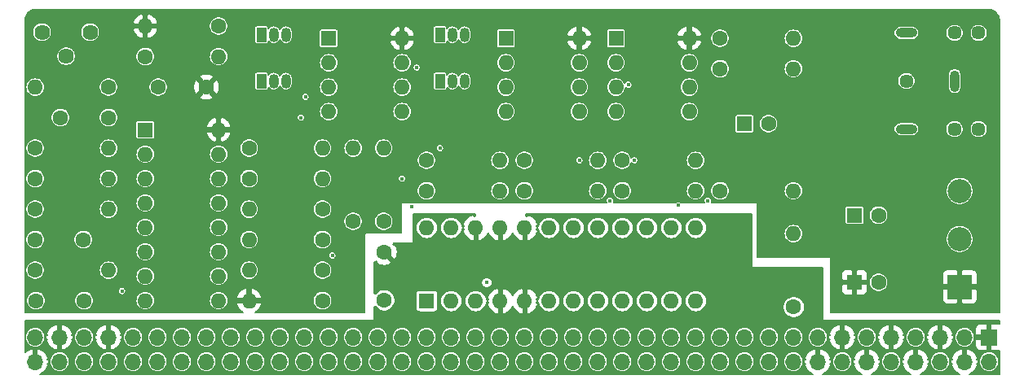
<source format=gbr>
G04 #@! TF.GenerationSoftware,KiCad,Pcbnew,(5.1.0-0)*
G04 #@! TF.CreationDate,2020-05-13T19:17:17-07:00*
G04 #@! TF.ProjectId,SoundCard,536f756e-6443-4617-9264-2e6b69636164,rev?*
G04 #@! TF.SameCoordinates,Original*
G04 #@! TF.FileFunction,Copper,L3,Inr*
G04 #@! TF.FilePolarity,Positive*
%FSLAX46Y46*%
G04 Gerber Fmt 4.6, Leading zero omitted, Abs format (unit mm)*
G04 Created by KiCad (PCBNEW (5.1.0-0)) date 2020-05-13 19:17:17*
%MOMM*%
%LPD*%
G04 APERTURE LIST*
%ADD10C,1.450000*%
%ADD11O,2.250000X1.000000*%
%ADD12O,1.000000X2.250000*%
%ADD13O,1.700000X1.700000*%
%ADD14R,1.700000X1.700000*%
%ADD15O,1.600000X1.600000*%
%ADD16R,1.600000X1.600000*%
%ADD17C,1.620000*%
%ADD18C,1.600000*%
%ADD19R,1.050000X1.500000*%
%ADD20O,1.050000X1.500000*%
%ADD21C,2.500000*%
%ADD22R,2.500000X2.500000*%
%ADD23C,0.450000*%
%ADD24C,0.254000*%
%ADD25C,0.127000*%
G04 APERTURE END LIST*
D10*
X162750000Y-101680000D03*
X162750000Y-111680000D03*
X160250000Y-101680000D03*
X160250000Y-111680000D03*
X155250000Y-106680000D03*
D11*
X155250000Y-111680000D03*
X155250000Y-101680000D03*
D12*
X160250000Y-106680000D03*
D13*
X64770000Y-135890000D03*
X64770000Y-133350000D03*
X67310000Y-135890000D03*
X67310000Y-133350000D03*
X69850000Y-135890000D03*
X69850000Y-133350000D03*
X72390000Y-135890000D03*
X72390000Y-133350000D03*
X74930000Y-135890000D03*
X74930000Y-133350000D03*
X77470000Y-135890000D03*
X77470000Y-133350000D03*
X80010000Y-135890000D03*
X80010000Y-133350000D03*
X82550000Y-135890000D03*
X82550000Y-133350000D03*
X85090000Y-135890000D03*
X85090000Y-133350000D03*
X87630000Y-135890000D03*
X87630000Y-133350000D03*
X90170000Y-135890000D03*
X90170000Y-133350000D03*
X92710000Y-135890000D03*
X92710000Y-133350000D03*
X95250000Y-135890000D03*
X95250000Y-133350000D03*
X97790000Y-135890000D03*
X97790000Y-133350000D03*
X100330000Y-135890000D03*
X100330000Y-133350000D03*
X102870000Y-135890000D03*
X102870000Y-133350000D03*
X105410000Y-135890000D03*
X105410000Y-133350000D03*
X107950000Y-135890000D03*
X107950000Y-133350000D03*
X110490000Y-135890000D03*
X110490000Y-133350000D03*
X113030000Y-135890000D03*
X113030000Y-133350000D03*
X115570000Y-135890000D03*
X115570000Y-133350000D03*
X118110000Y-135890000D03*
X118110000Y-133350000D03*
X120650000Y-135890000D03*
X120650000Y-133350000D03*
X123190000Y-135890000D03*
X123190000Y-133350000D03*
X125730000Y-135890000D03*
X125730000Y-133350000D03*
X128270000Y-135890000D03*
X128270000Y-133350000D03*
X130810000Y-135890000D03*
X130810000Y-133350000D03*
X133350000Y-135890000D03*
X133350000Y-133350000D03*
X135890000Y-135890000D03*
X135890000Y-133350000D03*
X138430000Y-135890000D03*
X138430000Y-133350000D03*
X140970000Y-135890000D03*
X140970000Y-133350000D03*
X143510000Y-135890000D03*
X143510000Y-133350000D03*
X146050000Y-135890000D03*
X146050000Y-133350000D03*
X148590000Y-135890000D03*
X148590000Y-133350000D03*
X151130000Y-135890000D03*
X151130000Y-133350000D03*
X153670000Y-135890000D03*
X153670000Y-133350000D03*
X156210000Y-135890000D03*
X156210000Y-133350000D03*
X158750000Y-135890000D03*
X158750000Y-133350000D03*
X161290000Y-135890000D03*
X161290000Y-133350000D03*
X163830000Y-135890000D03*
D14*
X163830000Y-133350000D03*
D15*
X121285000Y-102235000D03*
X113665000Y-109855000D03*
X121285000Y-104775000D03*
X113665000Y-107315000D03*
X121285000Y-107315000D03*
X113665000Y-104775000D03*
X121285000Y-109855000D03*
D16*
X113665000Y-102235000D03*
D15*
X102870000Y-102235000D03*
X95250000Y-109855000D03*
X102870000Y-104775000D03*
X95250000Y-107315000D03*
X102870000Y-107315000D03*
X95250000Y-104775000D03*
X102870000Y-109855000D03*
D16*
X95250000Y-102235000D03*
X76200000Y-111760000D03*
D15*
X83820000Y-129540000D03*
X76200000Y-114300000D03*
X83820000Y-127000000D03*
X76200000Y-116840000D03*
X83820000Y-124460000D03*
X76200000Y-119380000D03*
X83820000Y-121920000D03*
X76200000Y-121920000D03*
X83820000Y-119380000D03*
X76200000Y-124460000D03*
X83820000Y-116840000D03*
X76200000Y-127000000D03*
X83820000Y-114300000D03*
X76200000Y-129540000D03*
X83820000Y-111760000D03*
X105410000Y-121920000D03*
X133350000Y-129540000D03*
X107950000Y-121920000D03*
X130810000Y-129540000D03*
X110490000Y-121920000D03*
X128270000Y-129540000D03*
X113030000Y-121920000D03*
X125730000Y-129540000D03*
X115570000Y-121920000D03*
X123190000Y-129540000D03*
X118110000Y-121920000D03*
X120650000Y-129540000D03*
X120650000Y-121920000D03*
X118110000Y-129540000D03*
X123190000Y-121920000D03*
X115570000Y-129540000D03*
X125730000Y-121920000D03*
X113030000Y-129540000D03*
X128270000Y-121920000D03*
X110490000Y-129540000D03*
X130810000Y-121920000D03*
X107950000Y-129540000D03*
X133350000Y-121920000D03*
D16*
X105410000Y-129540000D03*
D15*
X132715000Y-102235000D03*
X125095000Y-109855000D03*
X132715000Y-104775000D03*
X125095000Y-107315000D03*
X132715000Y-107315000D03*
X125095000Y-104775000D03*
X132715000Y-109855000D03*
D16*
X125095000Y-102235000D03*
D17*
X70485000Y-101600000D03*
X67985000Y-104100000D03*
X65485000Y-101600000D03*
D15*
X123190000Y-118110000D03*
D18*
X115570000Y-118110000D03*
D15*
X113030000Y-114935000D03*
D18*
X105410000Y-114935000D03*
D15*
X113030000Y-118110000D03*
D18*
X105410000Y-118110000D03*
D15*
X123190000Y-114935000D03*
D18*
X115570000Y-114935000D03*
D15*
X94615000Y-116840000D03*
D18*
X86995000Y-116840000D03*
D15*
X97790000Y-113665000D03*
D18*
X97790000Y-121285000D03*
D15*
X100965000Y-113665000D03*
D18*
X100965000Y-121285000D03*
D15*
X94615000Y-113665000D03*
D18*
X86995000Y-113665000D03*
D15*
X72390000Y-120015000D03*
D18*
X64770000Y-120015000D03*
D15*
X83820000Y-104140000D03*
D18*
X76200000Y-104140000D03*
D15*
X72390000Y-116840000D03*
D18*
X64770000Y-116840000D03*
D15*
X72390000Y-113665000D03*
D18*
X64770000Y-113665000D03*
D15*
X72390000Y-126365000D03*
D18*
X64770000Y-126365000D03*
D15*
X76200000Y-100965000D03*
D18*
X83820000Y-100965000D03*
D15*
X86995000Y-123190000D03*
D18*
X94615000Y-123190000D03*
D15*
X86995000Y-129540000D03*
D18*
X94615000Y-129540000D03*
D15*
X86995000Y-126365000D03*
D18*
X94615000Y-126365000D03*
D15*
X64770000Y-107315000D03*
D18*
X72390000Y-107315000D03*
D15*
X86995000Y-120015000D03*
D18*
X94615000Y-120015000D03*
D15*
X143510000Y-118110000D03*
D18*
X135890000Y-118110000D03*
D15*
X143510000Y-122555000D03*
D18*
X143510000Y-130175000D03*
D15*
X143510000Y-102235000D03*
D18*
X135890000Y-102235000D03*
D15*
X143510000Y-105410000D03*
D18*
X135890000Y-105410000D03*
D15*
X133350000Y-118110000D03*
D18*
X125730000Y-118110000D03*
D15*
X133350000Y-114935000D03*
D18*
X125730000Y-114935000D03*
D19*
X106807000Y-106680000D03*
D20*
X109347000Y-106680000D03*
X108077000Y-106680000D03*
D19*
X106807000Y-101854000D03*
D20*
X109347000Y-101854000D03*
X108077000Y-101854000D03*
D19*
X88265000Y-106680000D03*
D20*
X90805000Y-106680000D03*
X89535000Y-106680000D03*
D19*
X88265000Y-101854000D03*
D20*
X90805000Y-101854000D03*
X89535000Y-101854000D03*
D18*
X69770000Y-123190000D03*
X64770000Y-123190000D03*
X82550000Y-107315000D03*
X77550000Y-107315000D03*
X64850000Y-129540000D03*
X69850000Y-129540000D03*
X67390000Y-110490000D03*
X72390000Y-110490000D03*
X100965000Y-129460000D03*
X100965000Y-124460000D03*
D16*
X138430000Y-111125000D03*
D18*
X140930000Y-111125000D03*
D21*
X160782000Y-118110000D03*
X160782000Y-123110000D03*
D22*
X160782000Y-128110000D03*
D16*
X149860000Y-120650000D03*
D18*
X152360000Y-120650000D03*
D16*
X149860000Y-127635000D03*
D18*
X152360000Y-127635000D03*
D23*
X127000000Y-114935000D03*
X95631000Y-124841000D03*
X102870000Y-116840000D03*
X103907205Y-119739795D03*
X111633000Y-127635000D03*
X124460000Y-119126000D03*
X106807000Y-113665000D03*
X121285000Y-114935000D03*
X126365000Y-107061000D03*
X134620000Y-119126000D03*
X92837000Y-108331000D03*
X131562979Y-119624979D03*
X104394000Y-105283000D03*
X92358000Y-110490000D03*
X73787000Y-128533001D03*
D24*
G36*
X110362998Y-120650084D02*
G01*
X110140961Y-120528096D01*
X110006913Y-120568754D01*
X109752580Y-120688963D01*
X109526586Y-120856481D01*
X109337615Y-121064869D01*
X109192930Y-121306119D01*
X109098091Y-121570960D01*
X109219375Y-121792998D01*
X109124206Y-121792998D01*
X109113912Y-121688484D01*
X109046381Y-121465864D01*
X108936717Y-121260697D01*
X108789134Y-121080866D01*
X108609303Y-120933283D01*
X108404136Y-120823619D01*
X108181516Y-120756088D01*
X108008016Y-120739000D01*
X107891984Y-120739000D01*
X107718484Y-120756088D01*
X107495864Y-120823619D01*
X107290697Y-120933283D01*
X107110866Y-121080866D01*
X106963283Y-121260697D01*
X106853619Y-121465864D01*
X106786088Y-121688484D01*
X106763286Y-121920000D01*
X106786088Y-122151516D01*
X106853619Y-122374136D01*
X106963283Y-122579303D01*
X107110866Y-122759134D01*
X107290697Y-122906717D01*
X107495864Y-123016381D01*
X107718484Y-123083912D01*
X107891984Y-123101000D01*
X108008016Y-123101000D01*
X108181516Y-123083912D01*
X108404136Y-123016381D01*
X108609303Y-122906717D01*
X108789134Y-122759134D01*
X108936717Y-122579303D01*
X109046381Y-122374136D01*
X109113912Y-122151516D01*
X109124206Y-122047002D01*
X109219375Y-122047002D01*
X109098091Y-122269040D01*
X109192930Y-122533881D01*
X109337615Y-122775131D01*
X109526586Y-122983519D01*
X109752580Y-123151037D01*
X110006913Y-123271246D01*
X110140961Y-123311904D01*
X110363000Y-123189915D01*
X110363000Y-122047000D01*
X110343000Y-122047000D01*
X110343000Y-121793000D01*
X110363000Y-121793000D01*
X110363000Y-121773000D01*
X110617000Y-121773000D01*
X110617000Y-121793000D01*
X110637000Y-121793000D01*
X110637000Y-122047000D01*
X110617000Y-122047000D01*
X110617000Y-123189915D01*
X110839039Y-123311904D01*
X110973087Y-123271246D01*
X111227420Y-123151037D01*
X111453414Y-122983519D01*
X111642385Y-122775131D01*
X111760000Y-122579018D01*
X111877615Y-122775131D01*
X112066586Y-122983519D01*
X112292580Y-123151037D01*
X112546913Y-123271246D01*
X112680961Y-123311904D01*
X112903000Y-123189915D01*
X112903000Y-122047000D01*
X112883000Y-122047000D01*
X112883000Y-121793000D01*
X112903000Y-121793000D01*
X112903000Y-121773000D01*
X113157000Y-121773000D01*
X113157000Y-121793000D01*
X113177000Y-121793000D01*
X113177000Y-122047000D01*
X113157000Y-122047000D01*
X113157000Y-123189915D01*
X113379039Y-123311904D01*
X113513087Y-123271246D01*
X113767420Y-123151037D01*
X113993414Y-122983519D01*
X114182385Y-122775131D01*
X114300000Y-122579018D01*
X114417615Y-122775131D01*
X114606586Y-122983519D01*
X114832580Y-123151037D01*
X115086913Y-123271246D01*
X115220961Y-123311904D01*
X115443000Y-123189915D01*
X115443000Y-122047000D01*
X115423000Y-122047000D01*
X115423000Y-121793000D01*
X115443000Y-121793000D01*
X115443000Y-121773000D01*
X115697000Y-121773000D01*
X115697000Y-121793000D01*
X115717000Y-121793000D01*
X115717000Y-122047000D01*
X115697000Y-122047000D01*
X115697000Y-123189915D01*
X115919039Y-123311904D01*
X116053087Y-123271246D01*
X116307420Y-123151037D01*
X116533414Y-122983519D01*
X116722385Y-122775131D01*
X116867070Y-122533881D01*
X116961909Y-122269040D01*
X116840625Y-122047002D01*
X116935794Y-122047002D01*
X116946088Y-122151516D01*
X117013619Y-122374136D01*
X117123283Y-122579303D01*
X117270866Y-122759134D01*
X117450697Y-122906717D01*
X117655864Y-123016381D01*
X117878484Y-123083912D01*
X118051984Y-123101000D01*
X118168016Y-123101000D01*
X118341516Y-123083912D01*
X118564136Y-123016381D01*
X118769303Y-122906717D01*
X118949134Y-122759134D01*
X119096717Y-122579303D01*
X119206381Y-122374136D01*
X119273912Y-122151516D01*
X119296714Y-121920000D01*
X119463286Y-121920000D01*
X119486088Y-122151516D01*
X119553619Y-122374136D01*
X119663283Y-122579303D01*
X119810866Y-122759134D01*
X119990697Y-122906717D01*
X120195864Y-123016381D01*
X120418484Y-123083912D01*
X120591984Y-123101000D01*
X120708016Y-123101000D01*
X120881516Y-123083912D01*
X121104136Y-123016381D01*
X121309303Y-122906717D01*
X121489134Y-122759134D01*
X121636717Y-122579303D01*
X121746381Y-122374136D01*
X121813912Y-122151516D01*
X121836714Y-121920000D01*
X122003286Y-121920000D01*
X122026088Y-122151516D01*
X122093619Y-122374136D01*
X122203283Y-122579303D01*
X122350866Y-122759134D01*
X122530697Y-122906717D01*
X122735864Y-123016381D01*
X122958484Y-123083912D01*
X123131984Y-123101000D01*
X123248016Y-123101000D01*
X123421516Y-123083912D01*
X123644136Y-123016381D01*
X123849303Y-122906717D01*
X124029134Y-122759134D01*
X124176717Y-122579303D01*
X124286381Y-122374136D01*
X124353912Y-122151516D01*
X124376714Y-121920000D01*
X124543286Y-121920000D01*
X124566088Y-122151516D01*
X124633619Y-122374136D01*
X124743283Y-122579303D01*
X124890866Y-122759134D01*
X125070697Y-122906717D01*
X125275864Y-123016381D01*
X125498484Y-123083912D01*
X125671984Y-123101000D01*
X125788016Y-123101000D01*
X125961516Y-123083912D01*
X126184136Y-123016381D01*
X126389303Y-122906717D01*
X126569134Y-122759134D01*
X126716717Y-122579303D01*
X126826381Y-122374136D01*
X126893912Y-122151516D01*
X126916714Y-121920000D01*
X127083286Y-121920000D01*
X127106088Y-122151516D01*
X127173619Y-122374136D01*
X127283283Y-122579303D01*
X127430866Y-122759134D01*
X127610697Y-122906717D01*
X127815864Y-123016381D01*
X128038484Y-123083912D01*
X128211984Y-123101000D01*
X128328016Y-123101000D01*
X128501516Y-123083912D01*
X128724136Y-123016381D01*
X128929303Y-122906717D01*
X129109134Y-122759134D01*
X129256717Y-122579303D01*
X129366381Y-122374136D01*
X129433912Y-122151516D01*
X129456714Y-121920000D01*
X129623286Y-121920000D01*
X129646088Y-122151516D01*
X129713619Y-122374136D01*
X129823283Y-122579303D01*
X129970866Y-122759134D01*
X130150697Y-122906717D01*
X130355864Y-123016381D01*
X130578484Y-123083912D01*
X130751984Y-123101000D01*
X130868016Y-123101000D01*
X131041516Y-123083912D01*
X131264136Y-123016381D01*
X131469303Y-122906717D01*
X131649134Y-122759134D01*
X131796717Y-122579303D01*
X131906381Y-122374136D01*
X131973912Y-122151516D01*
X131996714Y-121920000D01*
X132163286Y-121920000D01*
X132186088Y-122151516D01*
X132253619Y-122374136D01*
X132363283Y-122579303D01*
X132510866Y-122759134D01*
X132690697Y-122906717D01*
X132895864Y-123016381D01*
X133118484Y-123083912D01*
X133291984Y-123101000D01*
X133408016Y-123101000D01*
X133581516Y-123083912D01*
X133804136Y-123016381D01*
X134009303Y-122906717D01*
X134189134Y-122759134D01*
X134336717Y-122579303D01*
X134446381Y-122374136D01*
X134513912Y-122151516D01*
X134536714Y-121920000D01*
X134513912Y-121688484D01*
X134446381Y-121465864D01*
X134336717Y-121260697D01*
X134189134Y-121080866D01*
X134009303Y-120933283D01*
X133804136Y-120823619D01*
X133581516Y-120756088D01*
X133408016Y-120739000D01*
X133291984Y-120739000D01*
X133118484Y-120756088D01*
X132895864Y-120823619D01*
X132690697Y-120933283D01*
X132510866Y-121080866D01*
X132363283Y-121260697D01*
X132253619Y-121465864D01*
X132186088Y-121688484D01*
X132163286Y-121920000D01*
X131996714Y-121920000D01*
X131973912Y-121688484D01*
X131906381Y-121465864D01*
X131796717Y-121260697D01*
X131649134Y-121080866D01*
X131469303Y-120933283D01*
X131264136Y-120823619D01*
X131041516Y-120756088D01*
X130868016Y-120739000D01*
X130751984Y-120739000D01*
X130578484Y-120756088D01*
X130355864Y-120823619D01*
X130150697Y-120933283D01*
X129970866Y-121080866D01*
X129823283Y-121260697D01*
X129713619Y-121465864D01*
X129646088Y-121688484D01*
X129623286Y-121920000D01*
X129456714Y-121920000D01*
X129433912Y-121688484D01*
X129366381Y-121465864D01*
X129256717Y-121260697D01*
X129109134Y-121080866D01*
X128929303Y-120933283D01*
X128724136Y-120823619D01*
X128501516Y-120756088D01*
X128328016Y-120739000D01*
X128211984Y-120739000D01*
X128038484Y-120756088D01*
X127815864Y-120823619D01*
X127610697Y-120933283D01*
X127430866Y-121080866D01*
X127283283Y-121260697D01*
X127173619Y-121465864D01*
X127106088Y-121688484D01*
X127083286Y-121920000D01*
X126916714Y-121920000D01*
X126893912Y-121688484D01*
X126826381Y-121465864D01*
X126716717Y-121260697D01*
X126569134Y-121080866D01*
X126389303Y-120933283D01*
X126184136Y-120823619D01*
X125961516Y-120756088D01*
X125788016Y-120739000D01*
X125671984Y-120739000D01*
X125498484Y-120756088D01*
X125275864Y-120823619D01*
X125070697Y-120933283D01*
X124890866Y-121080866D01*
X124743283Y-121260697D01*
X124633619Y-121465864D01*
X124566088Y-121688484D01*
X124543286Y-121920000D01*
X124376714Y-121920000D01*
X124353912Y-121688484D01*
X124286381Y-121465864D01*
X124176717Y-121260697D01*
X124029134Y-121080866D01*
X123849303Y-120933283D01*
X123644136Y-120823619D01*
X123421516Y-120756088D01*
X123248016Y-120739000D01*
X123131984Y-120739000D01*
X122958484Y-120756088D01*
X122735864Y-120823619D01*
X122530697Y-120933283D01*
X122350866Y-121080866D01*
X122203283Y-121260697D01*
X122093619Y-121465864D01*
X122026088Y-121688484D01*
X122003286Y-121920000D01*
X121836714Y-121920000D01*
X121813912Y-121688484D01*
X121746381Y-121465864D01*
X121636717Y-121260697D01*
X121489134Y-121080866D01*
X121309303Y-120933283D01*
X121104136Y-120823619D01*
X120881516Y-120756088D01*
X120708016Y-120739000D01*
X120591984Y-120739000D01*
X120418484Y-120756088D01*
X120195864Y-120823619D01*
X119990697Y-120933283D01*
X119810866Y-121080866D01*
X119663283Y-121260697D01*
X119553619Y-121465864D01*
X119486088Y-121688484D01*
X119463286Y-121920000D01*
X119296714Y-121920000D01*
X119273912Y-121688484D01*
X119206381Y-121465864D01*
X119096717Y-121260697D01*
X118949134Y-121080866D01*
X118769303Y-120933283D01*
X118564136Y-120823619D01*
X118341516Y-120756088D01*
X118168016Y-120739000D01*
X118051984Y-120739000D01*
X117878484Y-120756088D01*
X117655864Y-120823619D01*
X117450697Y-120933283D01*
X117270866Y-121080866D01*
X117123283Y-121260697D01*
X117013619Y-121465864D01*
X116946088Y-121688484D01*
X116935794Y-121792998D01*
X116840625Y-121792998D01*
X116961909Y-121570960D01*
X116867070Y-121306119D01*
X116722385Y-121064869D01*
X116533414Y-120856481D01*
X116307420Y-120688963D01*
X116053087Y-120568754D01*
X115919039Y-120528096D01*
X115697002Y-120650084D01*
X115697002Y-120523000D01*
X139065000Y-120523000D01*
X139065000Y-125984000D01*
X139067440Y-126008776D01*
X139074667Y-126032601D01*
X139086403Y-126054557D01*
X139102197Y-126073803D01*
X139121443Y-126089597D01*
X139143399Y-126101333D01*
X139167224Y-126108560D01*
X139192000Y-126111000D01*
X146431000Y-126111000D01*
X146431000Y-131953000D01*
X100006000Y-131953000D01*
X100006000Y-130150497D01*
X100047658Y-130212843D01*
X100212157Y-130377342D01*
X100405587Y-130506588D01*
X100620515Y-130595614D01*
X100848682Y-130641000D01*
X101081318Y-130641000D01*
X101309485Y-130595614D01*
X101524413Y-130506588D01*
X101717843Y-130377342D01*
X101882342Y-130212843D01*
X102011588Y-130019413D01*
X102100614Y-129804485D01*
X102146000Y-129576318D01*
X102146000Y-129343682D01*
X102100614Y-129115515D01*
X102011588Y-128900587D01*
X101904288Y-128740000D01*
X104227157Y-128740000D01*
X104227157Y-130340000D01*
X104234513Y-130414689D01*
X104256299Y-130486508D01*
X104291678Y-130552696D01*
X104339289Y-130610711D01*
X104397304Y-130658322D01*
X104463492Y-130693701D01*
X104535311Y-130715487D01*
X104610000Y-130722843D01*
X106210000Y-130722843D01*
X106284689Y-130715487D01*
X106356508Y-130693701D01*
X106422696Y-130658322D01*
X106480711Y-130610711D01*
X106528322Y-130552696D01*
X106563701Y-130486508D01*
X106585487Y-130414689D01*
X106592843Y-130340000D01*
X106592843Y-129540000D01*
X106763286Y-129540000D01*
X106786088Y-129771516D01*
X106853619Y-129994136D01*
X106963283Y-130199303D01*
X107110866Y-130379134D01*
X107290697Y-130526717D01*
X107495864Y-130636381D01*
X107718484Y-130703912D01*
X107891984Y-130721000D01*
X108008016Y-130721000D01*
X108181516Y-130703912D01*
X108404136Y-130636381D01*
X108609303Y-130526717D01*
X108789134Y-130379134D01*
X108936717Y-130199303D01*
X109046381Y-129994136D01*
X109113912Y-129771516D01*
X109136714Y-129540000D01*
X109303286Y-129540000D01*
X109326088Y-129771516D01*
X109393619Y-129994136D01*
X109503283Y-130199303D01*
X109650866Y-130379134D01*
X109830697Y-130526717D01*
X110035864Y-130636381D01*
X110258484Y-130703912D01*
X110431984Y-130721000D01*
X110548016Y-130721000D01*
X110721516Y-130703912D01*
X110944136Y-130636381D01*
X111149303Y-130526717D01*
X111329134Y-130379134D01*
X111476717Y-130199303D01*
X111586381Y-129994136D01*
X111653912Y-129771516D01*
X111664206Y-129667002D01*
X111759375Y-129667002D01*
X111638091Y-129889040D01*
X111732930Y-130153881D01*
X111877615Y-130395131D01*
X112066586Y-130603519D01*
X112292580Y-130771037D01*
X112546913Y-130891246D01*
X112680961Y-130931904D01*
X112903000Y-130809915D01*
X112903000Y-129667000D01*
X112883000Y-129667000D01*
X112883000Y-129413000D01*
X112903000Y-129413000D01*
X112903000Y-128270085D01*
X113157000Y-128270085D01*
X113157000Y-129413000D01*
X113177000Y-129413000D01*
X113177000Y-129667000D01*
X113157000Y-129667000D01*
X113157000Y-130809915D01*
X113379039Y-130931904D01*
X113513087Y-130891246D01*
X113767420Y-130771037D01*
X113993414Y-130603519D01*
X114182385Y-130395131D01*
X114300000Y-130199018D01*
X114417615Y-130395131D01*
X114606586Y-130603519D01*
X114832580Y-130771037D01*
X115086913Y-130891246D01*
X115220961Y-130931904D01*
X115443000Y-130809915D01*
X115443000Y-129667000D01*
X115423000Y-129667000D01*
X115423000Y-129413000D01*
X115443000Y-129413000D01*
X115443000Y-128270085D01*
X115697000Y-128270085D01*
X115697000Y-129413000D01*
X115717000Y-129413000D01*
X115717000Y-129667000D01*
X115697000Y-129667000D01*
X115697000Y-130809915D01*
X115919039Y-130931904D01*
X116053087Y-130891246D01*
X116307420Y-130771037D01*
X116533414Y-130603519D01*
X116722385Y-130395131D01*
X116867070Y-130153881D01*
X116961909Y-129889040D01*
X116840625Y-129667002D01*
X116935794Y-129667002D01*
X116946088Y-129771516D01*
X117013619Y-129994136D01*
X117123283Y-130199303D01*
X117270866Y-130379134D01*
X117450697Y-130526717D01*
X117655864Y-130636381D01*
X117878484Y-130703912D01*
X118051984Y-130721000D01*
X118168016Y-130721000D01*
X118341516Y-130703912D01*
X118564136Y-130636381D01*
X118769303Y-130526717D01*
X118949134Y-130379134D01*
X119096717Y-130199303D01*
X119206381Y-129994136D01*
X119273912Y-129771516D01*
X119296714Y-129540000D01*
X119463286Y-129540000D01*
X119486088Y-129771516D01*
X119553619Y-129994136D01*
X119663283Y-130199303D01*
X119810866Y-130379134D01*
X119990697Y-130526717D01*
X120195864Y-130636381D01*
X120418484Y-130703912D01*
X120591984Y-130721000D01*
X120708016Y-130721000D01*
X120881516Y-130703912D01*
X121104136Y-130636381D01*
X121309303Y-130526717D01*
X121489134Y-130379134D01*
X121636717Y-130199303D01*
X121746381Y-129994136D01*
X121813912Y-129771516D01*
X121836714Y-129540000D01*
X122003286Y-129540000D01*
X122026088Y-129771516D01*
X122093619Y-129994136D01*
X122203283Y-130199303D01*
X122350866Y-130379134D01*
X122530697Y-130526717D01*
X122735864Y-130636381D01*
X122958484Y-130703912D01*
X123131984Y-130721000D01*
X123248016Y-130721000D01*
X123421516Y-130703912D01*
X123644136Y-130636381D01*
X123849303Y-130526717D01*
X124029134Y-130379134D01*
X124176717Y-130199303D01*
X124286381Y-129994136D01*
X124353912Y-129771516D01*
X124376714Y-129540000D01*
X124543286Y-129540000D01*
X124566088Y-129771516D01*
X124633619Y-129994136D01*
X124743283Y-130199303D01*
X124890866Y-130379134D01*
X125070697Y-130526717D01*
X125275864Y-130636381D01*
X125498484Y-130703912D01*
X125671984Y-130721000D01*
X125788016Y-130721000D01*
X125961516Y-130703912D01*
X126184136Y-130636381D01*
X126389303Y-130526717D01*
X126569134Y-130379134D01*
X126716717Y-130199303D01*
X126826381Y-129994136D01*
X126893912Y-129771516D01*
X126916714Y-129540000D01*
X127083286Y-129540000D01*
X127106088Y-129771516D01*
X127173619Y-129994136D01*
X127283283Y-130199303D01*
X127430866Y-130379134D01*
X127610697Y-130526717D01*
X127815864Y-130636381D01*
X128038484Y-130703912D01*
X128211984Y-130721000D01*
X128328016Y-130721000D01*
X128501516Y-130703912D01*
X128724136Y-130636381D01*
X128929303Y-130526717D01*
X129109134Y-130379134D01*
X129256717Y-130199303D01*
X129366381Y-129994136D01*
X129433912Y-129771516D01*
X129456714Y-129540000D01*
X129623286Y-129540000D01*
X129646088Y-129771516D01*
X129713619Y-129994136D01*
X129823283Y-130199303D01*
X129970866Y-130379134D01*
X130150697Y-130526717D01*
X130355864Y-130636381D01*
X130578484Y-130703912D01*
X130751984Y-130721000D01*
X130868016Y-130721000D01*
X131041516Y-130703912D01*
X131264136Y-130636381D01*
X131469303Y-130526717D01*
X131649134Y-130379134D01*
X131796717Y-130199303D01*
X131906381Y-129994136D01*
X131973912Y-129771516D01*
X131996714Y-129540000D01*
X132163286Y-129540000D01*
X132186088Y-129771516D01*
X132253619Y-129994136D01*
X132363283Y-130199303D01*
X132510866Y-130379134D01*
X132690697Y-130526717D01*
X132895864Y-130636381D01*
X133118484Y-130703912D01*
X133291984Y-130721000D01*
X133408016Y-130721000D01*
X133581516Y-130703912D01*
X133804136Y-130636381D01*
X134009303Y-130526717D01*
X134189134Y-130379134D01*
X134336717Y-130199303D01*
X134411880Y-130058682D01*
X142329000Y-130058682D01*
X142329000Y-130291318D01*
X142374386Y-130519485D01*
X142463412Y-130734413D01*
X142592658Y-130927843D01*
X142757157Y-131092342D01*
X142950587Y-131221588D01*
X143165515Y-131310614D01*
X143393682Y-131356000D01*
X143626318Y-131356000D01*
X143854485Y-131310614D01*
X144069413Y-131221588D01*
X144262843Y-131092342D01*
X144427342Y-130927843D01*
X144556588Y-130734413D01*
X144645614Y-130519485D01*
X144691000Y-130291318D01*
X144691000Y-130058682D01*
X144645614Y-129830515D01*
X144556588Y-129615587D01*
X144427342Y-129422157D01*
X144262843Y-129257658D01*
X144069413Y-129128412D01*
X143854485Y-129039386D01*
X143626318Y-128994000D01*
X143393682Y-128994000D01*
X143165515Y-129039386D01*
X142950587Y-129128412D01*
X142757157Y-129257658D01*
X142592658Y-129422157D01*
X142463412Y-129615587D01*
X142374386Y-129830515D01*
X142329000Y-130058682D01*
X134411880Y-130058682D01*
X134446381Y-129994136D01*
X134513912Y-129771516D01*
X134536714Y-129540000D01*
X134513912Y-129308484D01*
X134446381Y-129085864D01*
X134336717Y-128880697D01*
X134189134Y-128700866D01*
X134009303Y-128553283D01*
X133804136Y-128443619D01*
X133581516Y-128376088D01*
X133408016Y-128359000D01*
X133291984Y-128359000D01*
X133118484Y-128376088D01*
X132895864Y-128443619D01*
X132690697Y-128553283D01*
X132510866Y-128700866D01*
X132363283Y-128880697D01*
X132253619Y-129085864D01*
X132186088Y-129308484D01*
X132163286Y-129540000D01*
X131996714Y-129540000D01*
X131973912Y-129308484D01*
X131906381Y-129085864D01*
X131796717Y-128880697D01*
X131649134Y-128700866D01*
X131469303Y-128553283D01*
X131264136Y-128443619D01*
X131041516Y-128376088D01*
X130868016Y-128359000D01*
X130751984Y-128359000D01*
X130578484Y-128376088D01*
X130355864Y-128443619D01*
X130150697Y-128553283D01*
X129970866Y-128700866D01*
X129823283Y-128880697D01*
X129713619Y-129085864D01*
X129646088Y-129308484D01*
X129623286Y-129540000D01*
X129456714Y-129540000D01*
X129433912Y-129308484D01*
X129366381Y-129085864D01*
X129256717Y-128880697D01*
X129109134Y-128700866D01*
X128929303Y-128553283D01*
X128724136Y-128443619D01*
X128501516Y-128376088D01*
X128328016Y-128359000D01*
X128211984Y-128359000D01*
X128038484Y-128376088D01*
X127815864Y-128443619D01*
X127610697Y-128553283D01*
X127430866Y-128700866D01*
X127283283Y-128880697D01*
X127173619Y-129085864D01*
X127106088Y-129308484D01*
X127083286Y-129540000D01*
X126916714Y-129540000D01*
X126893912Y-129308484D01*
X126826381Y-129085864D01*
X126716717Y-128880697D01*
X126569134Y-128700866D01*
X126389303Y-128553283D01*
X126184136Y-128443619D01*
X125961516Y-128376088D01*
X125788016Y-128359000D01*
X125671984Y-128359000D01*
X125498484Y-128376088D01*
X125275864Y-128443619D01*
X125070697Y-128553283D01*
X124890866Y-128700866D01*
X124743283Y-128880697D01*
X124633619Y-129085864D01*
X124566088Y-129308484D01*
X124543286Y-129540000D01*
X124376714Y-129540000D01*
X124353912Y-129308484D01*
X124286381Y-129085864D01*
X124176717Y-128880697D01*
X124029134Y-128700866D01*
X123849303Y-128553283D01*
X123644136Y-128443619D01*
X123421516Y-128376088D01*
X123248016Y-128359000D01*
X123131984Y-128359000D01*
X122958484Y-128376088D01*
X122735864Y-128443619D01*
X122530697Y-128553283D01*
X122350866Y-128700866D01*
X122203283Y-128880697D01*
X122093619Y-129085864D01*
X122026088Y-129308484D01*
X122003286Y-129540000D01*
X121836714Y-129540000D01*
X121813912Y-129308484D01*
X121746381Y-129085864D01*
X121636717Y-128880697D01*
X121489134Y-128700866D01*
X121309303Y-128553283D01*
X121104136Y-128443619D01*
X120881516Y-128376088D01*
X120708016Y-128359000D01*
X120591984Y-128359000D01*
X120418484Y-128376088D01*
X120195864Y-128443619D01*
X119990697Y-128553283D01*
X119810866Y-128700866D01*
X119663283Y-128880697D01*
X119553619Y-129085864D01*
X119486088Y-129308484D01*
X119463286Y-129540000D01*
X119296714Y-129540000D01*
X119273912Y-129308484D01*
X119206381Y-129085864D01*
X119096717Y-128880697D01*
X118949134Y-128700866D01*
X118769303Y-128553283D01*
X118564136Y-128443619D01*
X118341516Y-128376088D01*
X118168016Y-128359000D01*
X118051984Y-128359000D01*
X117878484Y-128376088D01*
X117655864Y-128443619D01*
X117450697Y-128553283D01*
X117270866Y-128700866D01*
X117123283Y-128880697D01*
X117013619Y-129085864D01*
X116946088Y-129308484D01*
X116935794Y-129412998D01*
X116840625Y-129412998D01*
X116961909Y-129190960D01*
X116867070Y-128926119D01*
X116722385Y-128684869D01*
X116533414Y-128476481D01*
X116307420Y-128308963D01*
X116053087Y-128188754D01*
X115919039Y-128148096D01*
X115697000Y-128270085D01*
X115443000Y-128270085D01*
X115220961Y-128148096D01*
X115086913Y-128188754D01*
X114832580Y-128308963D01*
X114606586Y-128476481D01*
X114417615Y-128684869D01*
X114300000Y-128880982D01*
X114182385Y-128684869D01*
X113993414Y-128476481D01*
X113767420Y-128308963D01*
X113513087Y-128188754D01*
X113379039Y-128148096D01*
X113157000Y-128270085D01*
X112903000Y-128270085D01*
X112680961Y-128148096D01*
X112546913Y-128188754D01*
X112292580Y-128308963D01*
X112066586Y-128476481D01*
X111877615Y-128684869D01*
X111732930Y-128926119D01*
X111638091Y-129190960D01*
X111759375Y-129412998D01*
X111664206Y-129412998D01*
X111653912Y-129308484D01*
X111586381Y-129085864D01*
X111476717Y-128880697D01*
X111329134Y-128700866D01*
X111149303Y-128553283D01*
X110944136Y-128443619D01*
X110721516Y-128376088D01*
X110548016Y-128359000D01*
X110431984Y-128359000D01*
X110258484Y-128376088D01*
X110035864Y-128443619D01*
X109830697Y-128553283D01*
X109650866Y-128700866D01*
X109503283Y-128880697D01*
X109393619Y-129085864D01*
X109326088Y-129308484D01*
X109303286Y-129540000D01*
X109136714Y-129540000D01*
X109113912Y-129308484D01*
X109046381Y-129085864D01*
X108936717Y-128880697D01*
X108789134Y-128700866D01*
X108609303Y-128553283D01*
X108404136Y-128443619D01*
X108181516Y-128376088D01*
X108008016Y-128359000D01*
X107891984Y-128359000D01*
X107718484Y-128376088D01*
X107495864Y-128443619D01*
X107290697Y-128553283D01*
X107110866Y-128700866D01*
X106963283Y-128880697D01*
X106853619Y-129085864D01*
X106786088Y-129308484D01*
X106763286Y-129540000D01*
X106592843Y-129540000D01*
X106592843Y-128740000D01*
X106585487Y-128665311D01*
X106563701Y-128593492D01*
X106528322Y-128527304D01*
X106480711Y-128469289D01*
X106422696Y-128421678D01*
X106356508Y-128386299D01*
X106284689Y-128364513D01*
X106210000Y-128357157D01*
X104610000Y-128357157D01*
X104535311Y-128364513D01*
X104463492Y-128386299D01*
X104397304Y-128421678D01*
X104339289Y-128469289D01*
X104291678Y-128527304D01*
X104256299Y-128593492D01*
X104234513Y-128665311D01*
X104227157Y-128740000D01*
X101904288Y-128740000D01*
X101882342Y-128707157D01*
X101717843Y-128542658D01*
X101524413Y-128413412D01*
X101309485Y-128324386D01*
X101081318Y-128279000D01*
X100848682Y-128279000D01*
X100620515Y-128324386D01*
X100405587Y-128413412D01*
X100212157Y-128542658D01*
X100047658Y-128707157D01*
X100006000Y-128769503D01*
X100006000Y-127575314D01*
X111027000Y-127575314D01*
X111027000Y-127694686D01*
X111050288Y-127811764D01*
X111095970Y-127922049D01*
X111162289Y-128021302D01*
X111246698Y-128105711D01*
X111345951Y-128172030D01*
X111456236Y-128217712D01*
X111573314Y-128241000D01*
X111692686Y-128241000D01*
X111809764Y-128217712D01*
X111920049Y-128172030D01*
X112019302Y-128105711D01*
X112103711Y-128021302D01*
X112170030Y-127922049D01*
X112215712Y-127811764D01*
X112239000Y-127694686D01*
X112239000Y-127575314D01*
X112215712Y-127458236D01*
X112170030Y-127347951D01*
X112103711Y-127248698D01*
X112019302Y-127164289D01*
X111920049Y-127097970D01*
X111809764Y-127052288D01*
X111692686Y-127029000D01*
X111573314Y-127029000D01*
X111456236Y-127052288D01*
X111345951Y-127097970D01*
X111246698Y-127164289D01*
X111162289Y-127248698D01*
X111095970Y-127347951D01*
X111050288Y-127458236D01*
X111027000Y-127575314D01*
X100006000Y-127575314D01*
X100006000Y-125539347D01*
X100035630Y-125568977D01*
X100151903Y-125452704D01*
X100223486Y-125696671D01*
X100478996Y-125817571D01*
X100753184Y-125886300D01*
X101035512Y-125900217D01*
X101315130Y-125858787D01*
X101581292Y-125763603D01*
X101706514Y-125696671D01*
X101778097Y-125452702D01*
X100965000Y-124639605D01*
X100950858Y-124653748D01*
X100771253Y-124474143D01*
X100785395Y-124460000D01*
X100771253Y-124445858D01*
X100950858Y-124266253D01*
X100965000Y-124280395D01*
X100979143Y-124266253D01*
X101158748Y-124445858D01*
X101144605Y-124460000D01*
X101957702Y-125273097D01*
X102201671Y-125201514D01*
X102322571Y-124946004D01*
X102391300Y-124671816D01*
X102405217Y-124389488D01*
X102363787Y-124109870D01*
X102268603Y-123843708D01*
X102201671Y-123718486D01*
X101957704Y-123646903D01*
X101999607Y-123605000D01*
X103886000Y-123605000D01*
X103910776Y-123602560D01*
X103934601Y-123595333D01*
X103956557Y-123583597D01*
X103975803Y-123567803D01*
X103991597Y-123548557D01*
X104003333Y-123526601D01*
X104010560Y-123502776D01*
X104013000Y-123478000D01*
X104013000Y-121920000D01*
X104223286Y-121920000D01*
X104246088Y-122151516D01*
X104313619Y-122374136D01*
X104423283Y-122579303D01*
X104570866Y-122759134D01*
X104750697Y-122906717D01*
X104955864Y-123016381D01*
X105178484Y-123083912D01*
X105351984Y-123101000D01*
X105468016Y-123101000D01*
X105641516Y-123083912D01*
X105864136Y-123016381D01*
X106069303Y-122906717D01*
X106249134Y-122759134D01*
X106396717Y-122579303D01*
X106506381Y-122374136D01*
X106573912Y-122151516D01*
X106596714Y-121920000D01*
X106573912Y-121688484D01*
X106506381Y-121465864D01*
X106396717Y-121260697D01*
X106249134Y-121080866D01*
X106069303Y-120933283D01*
X105864136Y-120823619D01*
X105641516Y-120756088D01*
X105468016Y-120739000D01*
X105351984Y-120739000D01*
X105178484Y-120756088D01*
X104955864Y-120823619D01*
X104750697Y-120933283D01*
X104570866Y-121080866D01*
X104423283Y-121260697D01*
X104313619Y-121465864D01*
X104246088Y-121688484D01*
X104223286Y-121920000D01*
X104013000Y-121920000D01*
X104013000Y-120523000D01*
X110362998Y-120523000D01*
X110362998Y-120650084D01*
X110362998Y-120650084D01*
G37*
X110362998Y-120650084D02*
X110140961Y-120528096D01*
X110006913Y-120568754D01*
X109752580Y-120688963D01*
X109526586Y-120856481D01*
X109337615Y-121064869D01*
X109192930Y-121306119D01*
X109098091Y-121570960D01*
X109219375Y-121792998D01*
X109124206Y-121792998D01*
X109113912Y-121688484D01*
X109046381Y-121465864D01*
X108936717Y-121260697D01*
X108789134Y-121080866D01*
X108609303Y-120933283D01*
X108404136Y-120823619D01*
X108181516Y-120756088D01*
X108008016Y-120739000D01*
X107891984Y-120739000D01*
X107718484Y-120756088D01*
X107495864Y-120823619D01*
X107290697Y-120933283D01*
X107110866Y-121080866D01*
X106963283Y-121260697D01*
X106853619Y-121465864D01*
X106786088Y-121688484D01*
X106763286Y-121920000D01*
X106786088Y-122151516D01*
X106853619Y-122374136D01*
X106963283Y-122579303D01*
X107110866Y-122759134D01*
X107290697Y-122906717D01*
X107495864Y-123016381D01*
X107718484Y-123083912D01*
X107891984Y-123101000D01*
X108008016Y-123101000D01*
X108181516Y-123083912D01*
X108404136Y-123016381D01*
X108609303Y-122906717D01*
X108789134Y-122759134D01*
X108936717Y-122579303D01*
X109046381Y-122374136D01*
X109113912Y-122151516D01*
X109124206Y-122047002D01*
X109219375Y-122047002D01*
X109098091Y-122269040D01*
X109192930Y-122533881D01*
X109337615Y-122775131D01*
X109526586Y-122983519D01*
X109752580Y-123151037D01*
X110006913Y-123271246D01*
X110140961Y-123311904D01*
X110363000Y-123189915D01*
X110363000Y-122047000D01*
X110343000Y-122047000D01*
X110343000Y-121793000D01*
X110363000Y-121793000D01*
X110363000Y-121773000D01*
X110617000Y-121773000D01*
X110617000Y-121793000D01*
X110637000Y-121793000D01*
X110637000Y-122047000D01*
X110617000Y-122047000D01*
X110617000Y-123189915D01*
X110839039Y-123311904D01*
X110973087Y-123271246D01*
X111227420Y-123151037D01*
X111453414Y-122983519D01*
X111642385Y-122775131D01*
X111760000Y-122579018D01*
X111877615Y-122775131D01*
X112066586Y-122983519D01*
X112292580Y-123151037D01*
X112546913Y-123271246D01*
X112680961Y-123311904D01*
X112903000Y-123189915D01*
X112903000Y-122047000D01*
X112883000Y-122047000D01*
X112883000Y-121793000D01*
X112903000Y-121793000D01*
X112903000Y-121773000D01*
X113157000Y-121773000D01*
X113157000Y-121793000D01*
X113177000Y-121793000D01*
X113177000Y-122047000D01*
X113157000Y-122047000D01*
X113157000Y-123189915D01*
X113379039Y-123311904D01*
X113513087Y-123271246D01*
X113767420Y-123151037D01*
X113993414Y-122983519D01*
X114182385Y-122775131D01*
X114300000Y-122579018D01*
X114417615Y-122775131D01*
X114606586Y-122983519D01*
X114832580Y-123151037D01*
X115086913Y-123271246D01*
X115220961Y-123311904D01*
X115443000Y-123189915D01*
X115443000Y-122047000D01*
X115423000Y-122047000D01*
X115423000Y-121793000D01*
X115443000Y-121793000D01*
X115443000Y-121773000D01*
X115697000Y-121773000D01*
X115697000Y-121793000D01*
X115717000Y-121793000D01*
X115717000Y-122047000D01*
X115697000Y-122047000D01*
X115697000Y-123189915D01*
X115919039Y-123311904D01*
X116053087Y-123271246D01*
X116307420Y-123151037D01*
X116533414Y-122983519D01*
X116722385Y-122775131D01*
X116867070Y-122533881D01*
X116961909Y-122269040D01*
X116840625Y-122047002D01*
X116935794Y-122047002D01*
X116946088Y-122151516D01*
X117013619Y-122374136D01*
X117123283Y-122579303D01*
X117270866Y-122759134D01*
X117450697Y-122906717D01*
X117655864Y-123016381D01*
X117878484Y-123083912D01*
X118051984Y-123101000D01*
X118168016Y-123101000D01*
X118341516Y-123083912D01*
X118564136Y-123016381D01*
X118769303Y-122906717D01*
X118949134Y-122759134D01*
X119096717Y-122579303D01*
X119206381Y-122374136D01*
X119273912Y-122151516D01*
X119296714Y-121920000D01*
X119463286Y-121920000D01*
X119486088Y-122151516D01*
X119553619Y-122374136D01*
X119663283Y-122579303D01*
X119810866Y-122759134D01*
X119990697Y-122906717D01*
X120195864Y-123016381D01*
X120418484Y-123083912D01*
X120591984Y-123101000D01*
X120708016Y-123101000D01*
X120881516Y-123083912D01*
X121104136Y-123016381D01*
X121309303Y-122906717D01*
X121489134Y-122759134D01*
X121636717Y-122579303D01*
X121746381Y-122374136D01*
X121813912Y-122151516D01*
X121836714Y-121920000D01*
X122003286Y-121920000D01*
X122026088Y-122151516D01*
X122093619Y-122374136D01*
X122203283Y-122579303D01*
X122350866Y-122759134D01*
X122530697Y-122906717D01*
X122735864Y-123016381D01*
X122958484Y-123083912D01*
X123131984Y-123101000D01*
X123248016Y-123101000D01*
X123421516Y-123083912D01*
X123644136Y-123016381D01*
X123849303Y-122906717D01*
X124029134Y-122759134D01*
X124176717Y-122579303D01*
X124286381Y-122374136D01*
X124353912Y-122151516D01*
X124376714Y-121920000D01*
X124543286Y-121920000D01*
X124566088Y-122151516D01*
X124633619Y-122374136D01*
X124743283Y-122579303D01*
X124890866Y-122759134D01*
X125070697Y-122906717D01*
X125275864Y-123016381D01*
X125498484Y-123083912D01*
X125671984Y-123101000D01*
X125788016Y-123101000D01*
X125961516Y-123083912D01*
X126184136Y-123016381D01*
X126389303Y-122906717D01*
X126569134Y-122759134D01*
X126716717Y-122579303D01*
X126826381Y-122374136D01*
X126893912Y-122151516D01*
X126916714Y-121920000D01*
X127083286Y-121920000D01*
X127106088Y-122151516D01*
X127173619Y-122374136D01*
X127283283Y-122579303D01*
X127430866Y-122759134D01*
X127610697Y-122906717D01*
X127815864Y-123016381D01*
X128038484Y-123083912D01*
X128211984Y-123101000D01*
X128328016Y-123101000D01*
X128501516Y-123083912D01*
X128724136Y-123016381D01*
X128929303Y-122906717D01*
X129109134Y-122759134D01*
X129256717Y-122579303D01*
X129366381Y-122374136D01*
X129433912Y-122151516D01*
X129456714Y-121920000D01*
X129623286Y-121920000D01*
X129646088Y-122151516D01*
X129713619Y-122374136D01*
X129823283Y-122579303D01*
X129970866Y-122759134D01*
X130150697Y-122906717D01*
X130355864Y-123016381D01*
X130578484Y-123083912D01*
X130751984Y-123101000D01*
X130868016Y-123101000D01*
X131041516Y-123083912D01*
X131264136Y-123016381D01*
X131469303Y-122906717D01*
X131649134Y-122759134D01*
X131796717Y-122579303D01*
X131906381Y-122374136D01*
X131973912Y-122151516D01*
X131996714Y-121920000D01*
X132163286Y-121920000D01*
X132186088Y-122151516D01*
X132253619Y-122374136D01*
X132363283Y-122579303D01*
X132510866Y-122759134D01*
X132690697Y-122906717D01*
X132895864Y-123016381D01*
X133118484Y-123083912D01*
X133291984Y-123101000D01*
X133408016Y-123101000D01*
X133581516Y-123083912D01*
X133804136Y-123016381D01*
X134009303Y-122906717D01*
X134189134Y-122759134D01*
X134336717Y-122579303D01*
X134446381Y-122374136D01*
X134513912Y-122151516D01*
X134536714Y-121920000D01*
X134513912Y-121688484D01*
X134446381Y-121465864D01*
X134336717Y-121260697D01*
X134189134Y-121080866D01*
X134009303Y-120933283D01*
X133804136Y-120823619D01*
X133581516Y-120756088D01*
X133408016Y-120739000D01*
X133291984Y-120739000D01*
X133118484Y-120756088D01*
X132895864Y-120823619D01*
X132690697Y-120933283D01*
X132510866Y-121080866D01*
X132363283Y-121260697D01*
X132253619Y-121465864D01*
X132186088Y-121688484D01*
X132163286Y-121920000D01*
X131996714Y-121920000D01*
X131973912Y-121688484D01*
X131906381Y-121465864D01*
X131796717Y-121260697D01*
X131649134Y-121080866D01*
X131469303Y-120933283D01*
X131264136Y-120823619D01*
X131041516Y-120756088D01*
X130868016Y-120739000D01*
X130751984Y-120739000D01*
X130578484Y-120756088D01*
X130355864Y-120823619D01*
X130150697Y-120933283D01*
X129970866Y-121080866D01*
X129823283Y-121260697D01*
X129713619Y-121465864D01*
X129646088Y-121688484D01*
X129623286Y-121920000D01*
X129456714Y-121920000D01*
X129433912Y-121688484D01*
X129366381Y-121465864D01*
X129256717Y-121260697D01*
X129109134Y-121080866D01*
X128929303Y-120933283D01*
X128724136Y-120823619D01*
X128501516Y-120756088D01*
X128328016Y-120739000D01*
X128211984Y-120739000D01*
X128038484Y-120756088D01*
X127815864Y-120823619D01*
X127610697Y-120933283D01*
X127430866Y-121080866D01*
X127283283Y-121260697D01*
X127173619Y-121465864D01*
X127106088Y-121688484D01*
X127083286Y-121920000D01*
X126916714Y-121920000D01*
X126893912Y-121688484D01*
X126826381Y-121465864D01*
X126716717Y-121260697D01*
X126569134Y-121080866D01*
X126389303Y-120933283D01*
X126184136Y-120823619D01*
X125961516Y-120756088D01*
X125788016Y-120739000D01*
X125671984Y-120739000D01*
X125498484Y-120756088D01*
X125275864Y-120823619D01*
X125070697Y-120933283D01*
X124890866Y-121080866D01*
X124743283Y-121260697D01*
X124633619Y-121465864D01*
X124566088Y-121688484D01*
X124543286Y-121920000D01*
X124376714Y-121920000D01*
X124353912Y-121688484D01*
X124286381Y-121465864D01*
X124176717Y-121260697D01*
X124029134Y-121080866D01*
X123849303Y-120933283D01*
X123644136Y-120823619D01*
X123421516Y-120756088D01*
X123248016Y-120739000D01*
X123131984Y-120739000D01*
X122958484Y-120756088D01*
X122735864Y-120823619D01*
X122530697Y-120933283D01*
X122350866Y-121080866D01*
X122203283Y-121260697D01*
X122093619Y-121465864D01*
X122026088Y-121688484D01*
X122003286Y-121920000D01*
X121836714Y-121920000D01*
X121813912Y-121688484D01*
X121746381Y-121465864D01*
X121636717Y-121260697D01*
X121489134Y-121080866D01*
X121309303Y-120933283D01*
X121104136Y-120823619D01*
X120881516Y-120756088D01*
X120708016Y-120739000D01*
X120591984Y-120739000D01*
X120418484Y-120756088D01*
X120195864Y-120823619D01*
X119990697Y-120933283D01*
X119810866Y-121080866D01*
X119663283Y-121260697D01*
X119553619Y-121465864D01*
X119486088Y-121688484D01*
X119463286Y-121920000D01*
X119296714Y-121920000D01*
X119273912Y-121688484D01*
X119206381Y-121465864D01*
X119096717Y-121260697D01*
X118949134Y-121080866D01*
X118769303Y-120933283D01*
X118564136Y-120823619D01*
X118341516Y-120756088D01*
X118168016Y-120739000D01*
X118051984Y-120739000D01*
X117878484Y-120756088D01*
X117655864Y-120823619D01*
X117450697Y-120933283D01*
X117270866Y-121080866D01*
X117123283Y-121260697D01*
X117013619Y-121465864D01*
X116946088Y-121688484D01*
X116935794Y-121792998D01*
X116840625Y-121792998D01*
X116961909Y-121570960D01*
X116867070Y-121306119D01*
X116722385Y-121064869D01*
X116533414Y-120856481D01*
X116307420Y-120688963D01*
X116053087Y-120568754D01*
X115919039Y-120528096D01*
X115697002Y-120650084D01*
X115697002Y-120523000D01*
X139065000Y-120523000D01*
X139065000Y-125984000D01*
X139067440Y-126008776D01*
X139074667Y-126032601D01*
X139086403Y-126054557D01*
X139102197Y-126073803D01*
X139121443Y-126089597D01*
X139143399Y-126101333D01*
X139167224Y-126108560D01*
X139192000Y-126111000D01*
X146431000Y-126111000D01*
X146431000Y-131953000D01*
X100006000Y-131953000D01*
X100006000Y-130150497D01*
X100047658Y-130212843D01*
X100212157Y-130377342D01*
X100405587Y-130506588D01*
X100620515Y-130595614D01*
X100848682Y-130641000D01*
X101081318Y-130641000D01*
X101309485Y-130595614D01*
X101524413Y-130506588D01*
X101717843Y-130377342D01*
X101882342Y-130212843D01*
X102011588Y-130019413D01*
X102100614Y-129804485D01*
X102146000Y-129576318D01*
X102146000Y-129343682D01*
X102100614Y-129115515D01*
X102011588Y-128900587D01*
X101904288Y-128740000D01*
X104227157Y-128740000D01*
X104227157Y-130340000D01*
X104234513Y-130414689D01*
X104256299Y-130486508D01*
X104291678Y-130552696D01*
X104339289Y-130610711D01*
X104397304Y-130658322D01*
X104463492Y-130693701D01*
X104535311Y-130715487D01*
X104610000Y-130722843D01*
X106210000Y-130722843D01*
X106284689Y-130715487D01*
X106356508Y-130693701D01*
X106422696Y-130658322D01*
X106480711Y-130610711D01*
X106528322Y-130552696D01*
X106563701Y-130486508D01*
X106585487Y-130414689D01*
X106592843Y-130340000D01*
X106592843Y-129540000D01*
X106763286Y-129540000D01*
X106786088Y-129771516D01*
X106853619Y-129994136D01*
X106963283Y-130199303D01*
X107110866Y-130379134D01*
X107290697Y-130526717D01*
X107495864Y-130636381D01*
X107718484Y-130703912D01*
X107891984Y-130721000D01*
X108008016Y-130721000D01*
X108181516Y-130703912D01*
X108404136Y-130636381D01*
X108609303Y-130526717D01*
X108789134Y-130379134D01*
X108936717Y-130199303D01*
X109046381Y-129994136D01*
X109113912Y-129771516D01*
X109136714Y-129540000D01*
X109303286Y-129540000D01*
X109326088Y-129771516D01*
X109393619Y-129994136D01*
X109503283Y-130199303D01*
X109650866Y-130379134D01*
X109830697Y-130526717D01*
X110035864Y-130636381D01*
X110258484Y-130703912D01*
X110431984Y-130721000D01*
X110548016Y-130721000D01*
X110721516Y-130703912D01*
X110944136Y-130636381D01*
X111149303Y-130526717D01*
X111329134Y-130379134D01*
X111476717Y-130199303D01*
X111586381Y-129994136D01*
X111653912Y-129771516D01*
X111664206Y-129667002D01*
X111759375Y-129667002D01*
X111638091Y-129889040D01*
X111732930Y-130153881D01*
X111877615Y-130395131D01*
X112066586Y-130603519D01*
X112292580Y-130771037D01*
X112546913Y-130891246D01*
X112680961Y-130931904D01*
X112903000Y-130809915D01*
X112903000Y-129667000D01*
X112883000Y-129667000D01*
X112883000Y-129413000D01*
X112903000Y-129413000D01*
X112903000Y-128270085D01*
X113157000Y-128270085D01*
X113157000Y-129413000D01*
X113177000Y-129413000D01*
X113177000Y-129667000D01*
X113157000Y-129667000D01*
X113157000Y-130809915D01*
X113379039Y-130931904D01*
X113513087Y-130891246D01*
X113767420Y-130771037D01*
X113993414Y-130603519D01*
X114182385Y-130395131D01*
X114300000Y-130199018D01*
X114417615Y-130395131D01*
X114606586Y-130603519D01*
X114832580Y-130771037D01*
X115086913Y-130891246D01*
X115220961Y-130931904D01*
X115443000Y-130809915D01*
X115443000Y-129667000D01*
X115423000Y-129667000D01*
X115423000Y-129413000D01*
X115443000Y-129413000D01*
X115443000Y-128270085D01*
X115697000Y-128270085D01*
X115697000Y-129413000D01*
X115717000Y-129413000D01*
X115717000Y-129667000D01*
X115697000Y-129667000D01*
X115697000Y-130809915D01*
X115919039Y-130931904D01*
X116053087Y-130891246D01*
X116307420Y-130771037D01*
X116533414Y-130603519D01*
X116722385Y-130395131D01*
X116867070Y-130153881D01*
X116961909Y-129889040D01*
X116840625Y-129667002D01*
X116935794Y-129667002D01*
X116946088Y-129771516D01*
X117013619Y-129994136D01*
X117123283Y-130199303D01*
X117270866Y-130379134D01*
X117450697Y-130526717D01*
X117655864Y-130636381D01*
X117878484Y-130703912D01*
X118051984Y-130721000D01*
X118168016Y-130721000D01*
X118341516Y-130703912D01*
X118564136Y-130636381D01*
X118769303Y-130526717D01*
X118949134Y-130379134D01*
X119096717Y-130199303D01*
X119206381Y-129994136D01*
X119273912Y-129771516D01*
X119296714Y-129540000D01*
X119463286Y-129540000D01*
X119486088Y-129771516D01*
X119553619Y-129994136D01*
X119663283Y-130199303D01*
X119810866Y-130379134D01*
X119990697Y-130526717D01*
X120195864Y-130636381D01*
X120418484Y-130703912D01*
X120591984Y-130721000D01*
X120708016Y-130721000D01*
X120881516Y-130703912D01*
X121104136Y-130636381D01*
X121309303Y-130526717D01*
X121489134Y-130379134D01*
X121636717Y-130199303D01*
X121746381Y-129994136D01*
X121813912Y-129771516D01*
X121836714Y-129540000D01*
X122003286Y-129540000D01*
X122026088Y-129771516D01*
X122093619Y-129994136D01*
X122203283Y-130199303D01*
X122350866Y-130379134D01*
X122530697Y-130526717D01*
X122735864Y-130636381D01*
X122958484Y-130703912D01*
X123131984Y-130721000D01*
X123248016Y-130721000D01*
X123421516Y-130703912D01*
X123644136Y-130636381D01*
X123849303Y-130526717D01*
X124029134Y-130379134D01*
X124176717Y-130199303D01*
X124286381Y-129994136D01*
X124353912Y-129771516D01*
X124376714Y-129540000D01*
X124543286Y-129540000D01*
X124566088Y-129771516D01*
X124633619Y-129994136D01*
X124743283Y-130199303D01*
X124890866Y-130379134D01*
X125070697Y-130526717D01*
X125275864Y-130636381D01*
X125498484Y-130703912D01*
X125671984Y-130721000D01*
X125788016Y-130721000D01*
X125961516Y-130703912D01*
X126184136Y-130636381D01*
X126389303Y-130526717D01*
X126569134Y-130379134D01*
X126716717Y-130199303D01*
X126826381Y-129994136D01*
X126893912Y-129771516D01*
X126916714Y-129540000D01*
X127083286Y-129540000D01*
X127106088Y-129771516D01*
X127173619Y-129994136D01*
X127283283Y-130199303D01*
X127430866Y-130379134D01*
X127610697Y-130526717D01*
X127815864Y-130636381D01*
X128038484Y-130703912D01*
X128211984Y-130721000D01*
X128328016Y-130721000D01*
X128501516Y-130703912D01*
X128724136Y-130636381D01*
X128929303Y-130526717D01*
X129109134Y-130379134D01*
X129256717Y-130199303D01*
X129366381Y-129994136D01*
X129433912Y-129771516D01*
X129456714Y-129540000D01*
X129623286Y-129540000D01*
X129646088Y-129771516D01*
X129713619Y-129994136D01*
X129823283Y-130199303D01*
X129970866Y-130379134D01*
X130150697Y-130526717D01*
X130355864Y-130636381D01*
X130578484Y-130703912D01*
X130751984Y-130721000D01*
X130868016Y-130721000D01*
X131041516Y-130703912D01*
X131264136Y-130636381D01*
X131469303Y-130526717D01*
X131649134Y-130379134D01*
X131796717Y-130199303D01*
X131906381Y-129994136D01*
X131973912Y-129771516D01*
X131996714Y-129540000D01*
X132163286Y-129540000D01*
X132186088Y-129771516D01*
X132253619Y-129994136D01*
X132363283Y-130199303D01*
X132510866Y-130379134D01*
X132690697Y-130526717D01*
X132895864Y-130636381D01*
X133118484Y-130703912D01*
X133291984Y-130721000D01*
X133408016Y-130721000D01*
X133581516Y-130703912D01*
X133804136Y-130636381D01*
X134009303Y-130526717D01*
X134189134Y-130379134D01*
X134336717Y-130199303D01*
X134411880Y-130058682D01*
X142329000Y-130058682D01*
X142329000Y-130291318D01*
X142374386Y-130519485D01*
X142463412Y-130734413D01*
X142592658Y-130927843D01*
X142757157Y-131092342D01*
X142950587Y-131221588D01*
X143165515Y-131310614D01*
X143393682Y-131356000D01*
X143626318Y-131356000D01*
X143854485Y-131310614D01*
X144069413Y-131221588D01*
X144262843Y-131092342D01*
X144427342Y-130927843D01*
X144556588Y-130734413D01*
X144645614Y-130519485D01*
X144691000Y-130291318D01*
X144691000Y-130058682D01*
X144645614Y-129830515D01*
X144556588Y-129615587D01*
X144427342Y-129422157D01*
X144262843Y-129257658D01*
X144069413Y-129128412D01*
X143854485Y-129039386D01*
X143626318Y-128994000D01*
X143393682Y-128994000D01*
X143165515Y-129039386D01*
X142950587Y-129128412D01*
X142757157Y-129257658D01*
X142592658Y-129422157D01*
X142463412Y-129615587D01*
X142374386Y-129830515D01*
X142329000Y-130058682D01*
X134411880Y-130058682D01*
X134446381Y-129994136D01*
X134513912Y-129771516D01*
X134536714Y-129540000D01*
X134513912Y-129308484D01*
X134446381Y-129085864D01*
X134336717Y-128880697D01*
X134189134Y-128700866D01*
X134009303Y-128553283D01*
X133804136Y-128443619D01*
X133581516Y-128376088D01*
X133408016Y-128359000D01*
X133291984Y-128359000D01*
X133118484Y-128376088D01*
X132895864Y-128443619D01*
X132690697Y-128553283D01*
X132510866Y-128700866D01*
X132363283Y-128880697D01*
X132253619Y-129085864D01*
X132186088Y-129308484D01*
X132163286Y-129540000D01*
X131996714Y-129540000D01*
X131973912Y-129308484D01*
X131906381Y-129085864D01*
X131796717Y-128880697D01*
X131649134Y-128700866D01*
X131469303Y-128553283D01*
X131264136Y-128443619D01*
X131041516Y-128376088D01*
X130868016Y-128359000D01*
X130751984Y-128359000D01*
X130578484Y-128376088D01*
X130355864Y-128443619D01*
X130150697Y-128553283D01*
X129970866Y-128700866D01*
X129823283Y-128880697D01*
X129713619Y-129085864D01*
X129646088Y-129308484D01*
X129623286Y-129540000D01*
X129456714Y-129540000D01*
X129433912Y-129308484D01*
X129366381Y-129085864D01*
X129256717Y-128880697D01*
X129109134Y-128700866D01*
X128929303Y-128553283D01*
X128724136Y-128443619D01*
X128501516Y-128376088D01*
X128328016Y-128359000D01*
X128211984Y-128359000D01*
X128038484Y-128376088D01*
X127815864Y-128443619D01*
X127610697Y-128553283D01*
X127430866Y-128700866D01*
X127283283Y-128880697D01*
X127173619Y-129085864D01*
X127106088Y-129308484D01*
X127083286Y-129540000D01*
X126916714Y-129540000D01*
X126893912Y-129308484D01*
X126826381Y-129085864D01*
X126716717Y-128880697D01*
X126569134Y-128700866D01*
X126389303Y-128553283D01*
X126184136Y-128443619D01*
X125961516Y-128376088D01*
X125788016Y-128359000D01*
X125671984Y-128359000D01*
X125498484Y-128376088D01*
X125275864Y-128443619D01*
X125070697Y-128553283D01*
X124890866Y-128700866D01*
X124743283Y-128880697D01*
X124633619Y-129085864D01*
X124566088Y-129308484D01*
X124543286Y-129540000D01*
X124376714Y-129540000D01*
X124353912Y-129308484D01*
X124286381Y-129085864D01*
X124176717Y-128880697D01*
X124029134Y-128700866D01*
X123849303Y-128553283D01*
X123644136Y-128443619D01*
X123421516Y-128376088D01*
X123248016Y-128359000D01*
X123131984Y-128359000D01*
X122958484Y-128376088D01*
X122735864Y-128443619D01*
X122530697Y-128553283D01*
X122350866Y-128700866D01*
X122203283Y-128880697D01*
X122093619Y-129085864D01*
X122026088Y-129308484D01*
X122003286Y-129540000D01*
X121836714Y-129540000D01*
X121813912Y-129308484D01*
X121746381Y-129085864D01*
X121636717Y-128880697D01*
X121489134Y-128700866D01*
X121309303Y-128553283D01*
X121104136Y-128443619D01*
X120881516Y-128376088D01*
X120708016Y-128359000D01*
X120591984Y-128359000D01*
X120418484Y-128376088D01*
X120195864Y-128443619D01*
X119990697Y-128553283D01*
X119810866Y-128700866D01*
X119663283Y-128880697D01*
X119553619Y-129085864D01*
X119486088Y-129308484D01*
X119463286Y-129540000D01*
X119296714Y-129540000D01*
X119273912Y-129308484D01*
X119206381Y-129085864D01*
X119096717Y-128880697D01*
X118949134Y-128700866D01*
X118769303Y-128553283D01*
X118564136Y-128443619D01*
X118341516Y-128376088D01*
X118168016Y-128359000D01*
X118051984Y-128359000D01*
X117878484Y-128376088D01*
X117655864Y-128443619D01*
X117450697Y-128553283D01*
X117270866Y-128700866D01*
X117123283Y-128880697D01*
X117013619Y-129085864D01*
X116946088Y-129308484D01*
X116935794Y-129412998D01*
X116840625Y-129412998D01*
X116961909Y-129190960D01*
X116867070Y-128926119D01*
X116722385Y-128684869D01*
X116533414Y-128476481D01*
X116307420Y-128308963D01*
X116053087Y-128188754D01*
X115919039Y-128148096D01*
X115697000Y-128270085D01*
X115443000Y-128270085D01*
X115220961Y-128148096D01*
X115086913Y-128188754D01*
X114832580Y-128308963D01*
X114606586Y-128476481D01*
X114417615Y-128684869D01*
X114300000Y-128880982D01*
X114182385Y-128684869D01*
X113993414Y-128476481D01*
X113767420Y-128308963D01*
X113513087Y-128188754D01*
X113379039Y-128148096D01*
X113157000Y-128270085D01*
X112903000Y-128270085D01*
X112680961Y-128148096D01*
X112546913Y-128188754D01*
X112292580Y-128308963D01*
X112066586Y-128476481D01*
X111877615Y-128684869D01*
X111732930Y-128926119D01*
X111638091Y-129190960D01*
X111759375Y-129412998D01*
X111664206Y-129412998D01*
X111653912Y-129308484D01*
X111586381Y-129085864D01*
X111476717Y-128880697D01*
X111329134Y-128700866D01*
X111149303Y-128553283D01*
X110944136Y-128443619D01*
X110721516Y-128376088D01*
X110548016Y-128359000D01*
X110431984Y-128359000D01*
X110258484Y-128376088D01*
X110035864Y-128443619D01*
X109830697Y-128553283D01*
X109650866Y-128700866D01*
X109503283Y-128880697D01*
X109393619Y-129085864D01*
X109326088Y-129308484D01*
X109303286Y-129540000D01*
X109136714Y-129540000D01*
X109113912Y-129308484D01*
X109046381Y-129085864D01*
X108936717Y-128880697D01*
X108789134Y-128700866D01*
X108609303Y-128553283D01*
X108404136Y-128443619D01*
X108181516Y-128376088D01*
X108008016Y-128359000D01*
X107891984Y-128359000D01*
X107718484Y-128376088D01*
X107495864Y-128443619D01*
X107290697Y-128553283D01*
X107110866Y-128700866D01*
X106963283Y-128880697D01*
X106853619Y-129085864D01*
X106786088Y-129308484D01*
X106763286Y-129540000D01*
X106592843Y-129540000D01*
X106592843Y-128740000D01*
X106585487Y-128665311D01*
X106563701Y-128593492D01*
X106528322Y-128527304D01*
X106480711Y-128469289D01*
X106422696Y-128421678D01*
X106356508Y-128386299D01*
X106284689Y-128364513D01*
X106210000Y-128357157D01*
X104610000Y-128357157D01*
X104535311Y-128364513D01*
X104463492Y-128386299D01*
X104397304Y-128421678D01*
X104339289Y-128469289D01*
X104291678Y-128527304D01*
X104256299Y-128593492D01*
X104234513Y-128665311D01*
X104227157Y-128740000D01*
X101904288Y-128740000D01*
X101882342Y-128707157D01*
X101717843Y-128542658D01*
X101524413Y-128413412D01*
X101309485Y-128324386D01*
X101081318Y-128279000D01*
X100848682Y-128279000D01*
X100620515Y-128324386D01*
X100405587Y-128413412D01*
X100212157Y-128542658D01*
X100047658Y-128707157D01*
X100006000Y-128769503D01*
X100006000Y-127575314D01*
X111027000Y-127575314D01*
X111027000Y-127694686D01*
X111050288Y-127811764D01*
X111095970Y-127922049D01*
X111162289Y-128021302D01*
X111246698Y-128105711D01*
X111345951Y-128172030D01*
X111456236Y-128217712D01*
X111573314Y-128241000D01*
X111692686Y-128241000D01*
X111809764Y-128217712D01*
X111920049Y-128172030D01*
X112019302Y-128105711D01*
X112103711Y-128021302D01*
X112170030Y-127922049D01*
X112215712Y-127811764D01*
X112239000Y-127694686D01*
X112239000Y-127575314D01*
X112215712Y-127458236D01*
X112170030Y-127347951D01*
X112103711Y-127248698D01*
X112019302Y-127164289D01*
X111920049Y-127097970D01*
X111809764Y-127052288D01*
X111692686Y-127029000D01*
X111573314Y-127029000D01*
X111456236Y-127052288D01*
X111345951Y-127097970D01*
X111246698Y-127164289D01*
X111162289Y-127248698D01*
X111095970Y-127347951D01*
X111050288Y-127458236D01*
X111027000Y-127575314D01*
X100006000Y-127575314D01*
X100006000Y-125539347D01*
X100035630Y-125568977D01*
X100151903Y-125452704D01*
X100223486Y-125696671D01*
X100478996Y-125817571D01*
X100753184Y-125886300D01*
X101035512Y-125900217D01*
X101315130Y-125858787D01*
X101581292Y-125763603D01*
X101706514Y-125696671D01*
X101778097Y-125452702D01*
X100965000Y-124639605D01*
X100950858Y-124653748D01*
X100771253Y-124474143D01*
X100785395Y-124460000D01*
X100771253Y-124445858D01*
X100950858Y-124266253D01*
X100965000Y-124280395D01*
X100979143Y-124266253D01*
X101158748Y-124445858D01*
X101144605Y-124460000D01*
X101957702Y-125273097D01*
X102201671Y-125201514D01*
X102322571Y-124946004D01*
X102391300Y-124671816D01*
X102405217Y-124389488D01*
X102363787Y-124109870D01*
X102268603Y-123843708D01*
X102201671Y-123718486D01*
X101957704Y-123646903D01*
X101999607Y-123605000D01*
X103886000Y-123605000D01*
X103910776Y-123602560D01*
X103934601Y-123595333D01*
X103956557Y-123583597D01*
X103975803Y-123567803D01*
X103991597Y-123548557D01*
X104003333Y-123526601D01*
X104010560Y-123502776D01*
X104013000Y-123478000D01*
X104013000Y-121920000D01*
X104223286Y-121920000D01*
X104246088Y-122151516D01*
X104313619Y-122374136D01*
X104423283Y-122579303D01*
X104570866Y-122759134D01*
X104750697Y-122906717D01*
X104955864Y-123016381D01*
X105178484Y-123083912D01*
X105351984Y-123101000D01*
X105468016Y-123101000D01*
X105641516Y-123083912D01*
X105864136Y-123016381D01*
X106069303Y-122906717D01*
X106249134Y-122759134D01*
X106396717Y-122579303D01*
X106506381Y-122374136D01*
X106573912Y-122151516D01*
X106596714Y-121920000D01*
X106573912Y-121688484D01*
X106506381Y-121465864D01*
X106396717Y-121260697D01*
X106249134Y-121080866D01*
X106069303Y-120933283D01*
X105864136Y-120823619D01*
X105641516Y-120756088D01*
X105468016Y-120739000D01*
X105351984Y-120739000D01*
X105178484Y-120756088D01*
X104955864Y-120823619D01*
X104750697Y-120933283D01*
X104570866Y-121080866D01*
X104423283Y-121260697D01*
X104313619Y-121465864D01*
X104246088Y-121688484D01*
X104223286Y-121920000D01*
X104013000Y-121920000D01*
X104013000Y-120523000D01*
X110362998Y-120523000D01*
X110362998Y-120650084D01*
D25*
G36*
X164884500Y-131964818D02*
G01*
X164792034Y-131936769D01*
X164680000Y-131925735D01*
X164163375Y-131928500D01*
X164020500Y-132071375D01*
X164020500Y-133159500D01*
X164040500Y-133159500D01*
X164040500Y-133540500D01*
X164020500Y-133540500D01*
X164020500Y-134628625D01*
X164163375Y-134771500D01*
X164680000Y-134774265D01*
X164792034Y-134763231D01*
X164884500Y-134735182D01*
X164884500Y-137198500D01*
X161827743Y-137198500D01*
X161963887Y-137141624D01*
X162195118Y-136986106D01*
X162391566Y-136788465D01*
X162545681Y-136556296D01*
X162651541Y-136298522D01*
X162555811Y-136080502D01*
X162711500Y-136080502D01*
X162711500Y-135890000D01*
X162784466Y-135890000D01*
X162804556Y-136093974D01*
X162864053Y-136290109D01*
X162960670Y-136470868D01*
X163090696Y-136629304D01*
X163249132Y-136759330D01*
X163429891Y-136855947D01*
X163626026Y-136915444D01*
X163778890Y-136930500D01*
X163881110Y-136930500D01*
X164033974Y-136915444D01*
X164230109Y-136855947D01*
X164410868Y-136759330D01*
X164569304Y-136629304D01*
X164699330Y-136470868D01*
X164795947Y-136290109D01*
X164855444Y-136093974D01*
X164875534Y-135890000D01*
X164855444Y-135686026D01*
X164795947Y-135489891D01*
X164699330Y-135309132D01*
X164569304Y-135150696D01*
X164410868Y-135020670D01*
X164230109Y-134924053D01*
X164033974Y-134864556D01*
X163881110Y-134849500D01*
X163778890Y-134849500D01*
X163626026Y-134864556D01*
X163429891Y-134924053D01*
X163249132Y-135020670D01*
X163090696Y-135150696D01*
X162960670Y-135309132D01*
X162864053Y-135489891D01*
X162804556Y-135686026D01*
X162784466Y-135890000D01*
X162711500Y-135890000D01*
X162711500Y-135699498D01*
X162555811Y-135699498D01*
X162651541Y-135481478D01*
X162545681Y-135223704D01*
X162391566Y-134991535D01*
X162195118Y-134793894D01*
X161963887Y-134638376D01*
X161706759Y-134530957D01*
X161698520Y-134528467D01*
X161480500Y-134625646D01*
X161480500Y-135699500D01*
X161500500Y-135699500D01*
X161500500Y-136080500D01*
X161480500Y-136080500D01*
X161480500Y-136100500D01*
X161099500Y-136100500D01*
X161099500Y-136080500D01*
X161079500Y-136080500D01*
X161079500Y-135699500D01*
X161099500Y-135699500D01*
X161099500Y-134625646D01*
X160881480Y-134528467D01*
X160873241Y-134530957D01*
X160616113Y-134638376D01*
X160384882Y-134793894D01*
X160188434Y-134991535D01*
X160034319Y-135223704D01*
X159928459Y-135481478D01*
X160024189Y-135699498D01*
X159868500Y-135699498D01*
X159868500Y-136080502D01*
X160024189Y-136080502D01*
X159928459Y-136298522D01*
X160034319Y-136556296D01*
X160188434Y-136788465D01*
X160384882Y-136986106D01*
X160616113Y-137141624D01*
X160752257Y-137198500D01*
X156747743Y-137198500D01*
X156883887Y-137141624D01*
X157115118Y-136986106D01*
X157311566Y-136788465D01*
X157465681Y-136556296D01*
X157571541Y-136298522D01*
X157475811Y-136080502D01*
X157631500Y-136080502D01*
X157631500Y-135890000D01*
X157704466Y-135890000D01*
X157724556Y-136093974D01*
X157784053Y-136290109D01*
X157880670Y-136470868D01*
X158010696Y-136629304D01*
X158169132Y-136759330D01*
X158349891Y-136855947D01*
X158546026Y-136915444D01*
X158698890Y-136930500D01*
X158801110Y-136930500D01*
X158953974Y-136915444D01*
X159150109Y-136855947D01*
X159330868Y-136759330D01*
X159489304Y-136629304D01*
X159619330Y-136470868D01*
X159715947Y-136290109D01*
X159775444Y-136093974D01*
X159795534Y-135890000D01*
X159775444Y-135686026D01*
X159715947Y-135489891D01*
X159619330Y-135309132D01*
X159489304Y-135150696D01*
X159330868Y-135020670D01*
X159150109Y-134924053D01*
X158953974Y-134864556D01*
X158801110Y-134849500D01*
X158698890Y-134849500D01*
X158546026Y-134864556D01*
X158349891Y-134924053D01*
X158169132Y-135020670D01*
X158010696Y-135150696D01*
X157880670Y-135309132D01*
X157784053Y-135489891D01*
X157724556Y-135686026D01*
X157704466Y-135890000D01*
X157631500Y-135890000D01*
X157631500Y-135699498D01*
X157475811Y-135699498D01*
X157571541Y-135481478D01*
X157465681Y-135223704D01*
X157311566Y-134991535D01*
X157115118Y-134793894D01*
X156883887Y-134638376D01*
X156626759Y-134530957D01*
X156618520Y-134528467D01*
X156400500Y-134625646D01*
X156400500Y-135699500D01*
X156420500Y-135699500D01*
X156420500Y-136080500D01*
X156400500Y-136080500D01*
X156400500Y-136100500D01*
X156019500Y-136100500D01*
X156019500Y-136080500D01*
X155999500Y-136080500D01*
X155999500Y-135699500D01*
X156019500Y-135699500D01*
X156019500Y-134625646D01*
X155801480Y-134528467D01*
X155793241Y-134530957D01*
X155536113Y-134638376D01*
X155304882Y-134793894D01*
X155108434Y-134991535D01*
X154954319Y-135223704D01*
X154848459Y-135481478D01*
X154944189Y-135699498D01*
X154788500Y-135699498D01*
X154788500Y-136080502D01*
X154944189Y-136080502D01*
X154848459Y-136298522D01*
X154954319Y-136556296D01*
X155108434Y-136788465D01*
X155304882Y-136986106D01*
X155536113Y-137141624D01*
X155672257Y-137198500D01*
X151667743Y-137198500D01*
X151803887Y-137141624D01*
X152035118Y-136986106D01*
X152231566Y-136788465D01*
X152385681Y-136556296D01*
X152491541Y-136298522D01*
X152395811Y-136080502D01*
X152551500Y-136080502D01*
X152551500Y-135890000D01*
X152624466Y-135890000D01*
X152644556Y-136093974D01*
X152704053Y-136290109D01*
X152800670Y-136470868D01*
X152930696Y-136629304D01*
X153089132Y-136759330D01*
X153269891Y-136855947D01*
X153466026Y-136915444D01*
X153618890Y-136930500D01*
X153721110Y-136930500D01*
X153873974Y-136915444D01*
X154070109Y-136855947D01*
X154250868Y-136759330D01*
X154409304Y-136629304D01*
X154539330Y-136470868D01*
X154635947Y-136290109D01*
X154695444Y-136093974D01*
X154715534Y-135890000D01*
X154695444Y-135686026D01*
X154635947Y-135489891D01*
X154539330Y-135309132D01*
X154409304Y-135150696D01*
X154250868Y-135020670D01*
X154070109Y-134924053D01*
X153873974Y-134864556D01*
X153721110Y-134849500D01*
X153618890Y-134849500D01*
X153466026Y-134864556D01*
X153269891Y-134924053D01*
X153089132Y-135020670D01*
X152930696Y-135150696D01*
X152800670Y-135309132D01*
X152704053Y-135489891D01*
X152644556Y-135686026D01*
X152624466Y-135890000D01*
X152551500Y-135890000D01*
X152551500Y-135699498D01*
X152395811Y-135699498D01*
X152491541Y-135481478D01*
X152385681Y-135223704D01*
X152231566Y-134991535D01*
X152035118Y-134793894D01*
X151803887Y-134638376D01*
X151546759Y-134530957D01*
X151538520Y-134528467D01*
X151320500Y-134625646D01*
X151320500Y-135699500D01*
X151340500Y-135699500D01*
X151340500Y-136080500D01*
X151320500Y-136080500D01*
X151320500Y-136100500D01*
X150939500Y-136100500D01*
X150939500Y-136080500D01*
X150919500Y-136080500D01*
X150919500Y-135699500D01*
X150939500Y-135699500D01*
X150939500Y-134625646D01*
X150721480Y-134528467D01*
X150713241Y-134530957D01*
X150456113Y-134638376D01*
X150224882Y-134793894D01*
X150028434Y-134991535D01*
X149874319Y-135223704D01*
X149768459Y-135481478D01*
X149864189Y-135699498D01*
X149708500Y-135699498D01*
X149708500Y-136080502D01*
X149864189Y-136080502D01*
X149768459Y-136298522D01*
X149874319Y-136556296D01*
X150028434Y-136788465D01*
X150224882Y-136986106D01*
X150456113Y-137141624D01*
X150592257Y-137198500D01*
X146587743Y-137198500D01*
X146723887Y-137141624D01*
X146955118Y-136986106D01*
X147151566Y-136788465D01*
X147305681Y-136556296D01*
X147411541Y-136298522D01*
X147315811Y-136080502D01*
X147471500Y-136080502D01*
X147471500Y-135890000D01*
X147544466Y-135890000D01*
X147564556Y-136093974D01*
X147624053Y-136290109D01*
X147720670Y-136470868D01*
X147850696Y-136629304D01*
X148009132Y-136759330D01*
X148189891Y-136855947D01*
X148386026Y-136915444D01*
X148538890Y-136930500D01*
X148641110Y-136930500D01*
X148793974Y-136915444D01*
X148990109Y-136855947D01*
X149170868Y-136759330D01*
X149329304Y-136629304D01*
X149459330Y-136470868D01*
X149555947Y-136290109D01*
X149615444Y-136093974D01*
X149635534Y-135890000D01*
X149615444Y-135686026D01*
X149555947Y-135489891D01*
X149459330Y-135309132D01*
X149329304Y-135150696D01*
X149170868Y-135020670D01*
X148990109Y-134924053D01*
X148793974Y-134864556D01*
X148641110Y-134849500D01*
X148538890Y-134849500D01*
X148386026Y-134864556D01*
X148189891Y-134924053D01*
X148009132Y-135020670D01*
X147850696Y-135150696D01*
X147720670Y-135309132D01*
X147624053Y-135489891D01*
X147564556Y-135686026D01*
X147544466Y-135890000D01*
X147471500Y-135890000D01*
X147471500Y-135699498D01*
X147315811Y-135699498D01*
X147411541Y-135481478D01*
X147305681Y-135223704D01*
X147151566Y-134991535D01*
X146955118Y-134793894D01*
X146723887Y-134638376D01*
X146466759Y-134530957D01*
X146458520Y-134528467D01*
X146240500Y-134625646D01*
X146240500Y-135699500D01*
X146260500Y-135699500D01*
X146260500Y-136080500D01*
X146240500Y-136080500D01*
X146240500Y-136100500D01*
X145859500Y-136100500D01*
X145859500Y-136080500D01*
X145839500Y-136080500D01*
X145839500Y-135699500D01*
X145859500Y-135699500D01*
X145859500Y-134625646D01*
X145641480Y-134528467D01*
X145633241Y-134530957D01*
X145376113Y-134638376D01*
X145144882Y-134793894D01*
X144948434Y-134991535D01*
X144794319Y-135223704D01*
X144688459Y-135481478D01*
X144784189Y-135699498D01*
X144628500Y-135699498D01*
X144628500Y-136080502D01*
X144784189Y-136080502D01*
X144688459Y-136298522D01*
X144794319Y-136556296D01*
X144948434Y-136788465D01*
X145144882Y-136986106D01*
X145376113Y-137141624D01*
X145512257Y-137198500D01*
X65307743Y-137198500D01*
X65443887Y-137141624D01*
X65675118Y-136986106D01*
X65871566Y-136788465D01*
X66025681Y-136556296D01*
X66131541Y-136298522D01*
X66035811Y-136080502D01*
X66191500Y-136080502D01*
X66191500Y-135890000D01*
X66264466Y-135890000D01*
X66284556Y-136093974D01*
X66344053Y-136290109D01*
X66440670Y-136470868D01*
X66570696Y-136629304D01*
X66729132Y-136759330D01*
X66909891Y-136855947D01*
X67106026Y-136915444D01*
X67258890Y-136930500D01*
X67361110Y-136930500D01*
X67513974Y-136915444D01*
X67710109Y-136855947D01*
X67890868Y-136759330D01*
X68049304Y-136629304D01*
X68179330Y-136470868D01*
X68275947Y-136290109D01*
X68335444Y-136093974D01*
X68355534Y-135890000D01*
X68804466Y-135890000D01*
X68824556Y-136093974D01*
X68884053Y-136290109D01*
X68980670Y-136470868D01*
X69110696Y-136629304D01*
X69269132Y-136759330D01*
X69449891Y-136855947D01*
X69646026Y-136915444D01*
X69798890Y-136930500D01*
X69901110Y-136930500D01*
X70053974Y-136915444D01*
X70250109Y-136855947D01*
X70430868Y-136759330D01*
X70589304Y-136629304D01*
X70719330Y-136470868D01*
X70815947Y-136290109D01*
X70875444Y-136093974D01*
X70895534Y-135890000D01*
X71344466Y-135890000D01*
X71364556Y-136093974D01*
X71424053Y-136290109D01*
X71520670Y-136470868D01*
X71650696Y-136629304D01*
X71809132Y-136759330D01*
X71989891Y-136855947D01*
X72186026Y-136915444D01*
X72338890Y-136930500D01*
X72441110Y-136930500D01*
X72593974Y-136915444D01*
X72790109Y-136855947D01*
X72970868Y-136759330D01*
X73129304Y-136629304D01*
X73259330Y-136470868D01*
X73355947Y-136290109D01*
X73415444Y-136093974D01*
X73435534Y-135890000D01*
X73884466Y-135890000D01*
X73904556Y-136093974D01*
X73964053Y-136290109D01*
X74060670Y-136470868D01*
X74190696Y-136629304D01*
X74349132Y-136759330D01*
X74529891Y-136855947D01*
X74726026Y-136915444D01*
X74878890Y-136930500D01*
X74981110Y-136930500D01*
X75133974Y-136915444D01*
X75330109Y-136855947D01*
X75510868Y-136759330D01*
X75669304Y-136629304D01*
X75799330Y-136470868D01*
X75895947Y-136290109D01*
X75955444Y-136093974D01*
X75975534Y-135890000D01*
X76424466Y-135890000D01*
X76444556Y-136093974D01*
X76504053Y-136290109D01*
X76600670Y-136470868D01*
X76730696Y-136629304D01*
X76889132Y-136759330D01*
X77069891Y-136855947D01*
X77266026Y-136915444D01*
X77418890Y-136930500D01*
X77521110Y-136930500D01*
X77673974Y-136915444D01*
X77870109Y-136855947D01*
X78050868Y-136759330D01*
X78209304Y-136629304D01*
X78339330Y-136470868D01*
X78435947Y-136290109D01*
X78495444Y-136093974D01*
X78515534Y-135890000D01*
X78964466Y-135890000D01*
X78984556Y-136093974D01*
X79044053Y-136290109D01*
X79140670Y-136470868D01*
X79270696Y-136629304D01*
X79429132Y-136759330D01*
X79609891Y-136855947D01*
X79806026Y-136915444D01*
X79958890Y-136930500D01*
X80061110Y-136930500D01*
X80213974Y-136915444D01*
X80410109Y-136855947D01*
X80590868Y-136759330D01*
X80749304Y-136629304D01*
X80879330Y-136470868D01*
X80975947Y-136290109D01*
X81035444Y-136093974D01*
X81055534Y-135890000D01*
X81504466Y-135890000D01*
X81524556Y-136093974D01*
X81584053Y-136290109D01*
X81680670Y-136470868D01*
X81810696Y-136629304D01*
X81969132Y-136759330D01*
X82149891Y-136855947D01*
X82346026Y-136915444D01*
X82498890Y-136930500D01*
X82601110Y-136930500D01*
X82753974Y-136915444D01*
X82950109Y-136855947D01*
X83130868Y-136759330D01*
X83289304Y-136629304D01*
X83419330Y-136470868D01*
X83515947Y-136290109D01*
X83575444Y-136093974D01*
X83595534Y-135890000D01*
X84044466Y-135890000D01*
X84064556Y-136093974D01*
X84124053Y-136290109D01*
X84220670Y-136470868D01*
X84350696Y-136629304D01*
X84509132Y-136759330D01*
X84689891Y-136855947D01*
X84886026Y-136915444D01*
X85038890Y-136930500D01*
X85141110Y-136930500D01*
X85293974Y-136915444D01*
X85490109Y-136855947D01*
X85670868Y-136759330D01*
X85829304Y-136629304D01*
X85959330Y-136470868D01*
X86055947Y-136290109D01*
X86115444Y-136093974D01*
X86135534Y-135890000D01*
X86584466Y-135890000D01*
X86604556Y-136093974D01*
X86664053Y-136290109D01*
X86760670Y-136470868D01*
X86890696Y-136629304D01*
X87049132Y-136759330D01*
X87229891Y-136855947D01*
X87426026Y-136915444D01*
X87578890Y-136930500D01*
X87681110Y-136930500D01*
X87833974Y-136915444D01*
X88030109Y-136855947D01*
X88210868Y-136759330D01*
X88369304Y-136629304D01*
X88499330Y-136470868D01*
X88595947Y-136290109D01*
X88655444Y-136093974D01*
X88675534Y-135890000D01*
X89124466Y-135890000D01*
X89144556Y-136093974D01*
X89204053Y-136290109D01*
X89300670Y-136470868D01*
X89430696Y-136629304D01*
X89589132Y-136759330D01*
X89769891Y-136855947D01*
X89966026Y-136915444D01*
X90118890Y-136930500D01*
X90221110Y-136930500D01*
X90373974Y-136915444D01*
X90570109Y-136855947D01*
X90750868Y-136759330D01*
X90909304Y-136629304D01*
X91039330Y-136470868D01*
X91135947Y-136290109D01*
X91195444Y-136093974D01*
X91215534Y-135890000D01*
X91664466Y-135890000D01*
X91684556Y-136093974D01*
X91744053Y-136290109D01*
X91840670Y-136470868D01*
X91970696Y-136629304D01*
X92129132Y-136759330D01*
X92309891Y-136855947D01*
X92506026Y-136915444D01*
X92658890Y-136930500D01*
X92761110Y-136930500D01*
X92913974Y-136915444D01*
X93110109Y-136855947D01*
X93290868Y-136759330D01*
X93449304Y-136629304D01*
X93579330Y-136470868D01*
X93675947Y-136290109D01*
X93735444Y-136093974D01*
X93755534Y-135890000D01*
X94204466Y-135890000D01*
X94224556Y-136093974D01*
X94284053Y-136290109D01*
X94380670Y-136470868D01*
X94510696Y-136629304D01*
X94669132Y-136759330D01*
X94849891Y-136855947D01*
X95046026Y-136915444D01*
X95198890Y-136930500D01*
X95301110Y-136930500D01*
X95453974Y-136915444D01*
X95650109Y-136855947D01*
X95830868Y-136759330D01*
X95989304Y-136629304D01*
X96119330Y-136470868D01*
X96215947Y-136290109D01*
X96275444Y-136093974D01*
X96295534Y-135890000D01*
X96744466Y-135890000D01*
X96764556Y-136093974D01*
X96824053Y-136290109D01*
X96920670Y-136470868D01*
X97050696Y-136629304D01*
X97209132Y-136759330D01*
X97389891Y-136855947D01*
X97586026Y-136915444D01*
X97738890Y-136930500D01*
X97841110Y-136930500D01*
X97993974Y-136915444D01*
X98190109Y-136855947D01*
X98370868Y-136759330D01*
X98529304Y-136629304D01*
X98659330Y-136470868D01*
X98755947Y-136290109D01*
X98815444Y-136093974D01*
X98835534Y-135890000D01*
X99284466Y-135890000D01*
X99304556Y-136093974D01*
X99364053Y-136290109D01*
X99460670Y-136470868D01*
X99590696Y-136629304D01*
X99749132Y-136759330D01*
X99929891Y-136855947D01*
X100126026Y-136915444D01*
X100278890Y-136930500D01*
X100381110Y-136930500D01*
X100533974Y-136915444D01*
X100730109Y-136855947D01*
X100910868Y-136759330D01*
X101069304Y-136629304D01*
X101199330Y-136470868D01*
X101295947Y-136290109D01*
X101355444Y-136093974D01*
X101375534Y-135890000D01*
X101824466Y-135890000D01*
X101844556Y-136093974D01*
X101904053Y-136290109D01*
X102000670Y-136470868D01*
X102130696Y-136629304D01*
X102289132Y-136759330D01*
X102469891Y-136855947D01*
X102666026Y-136915444D01*
X102818890Y-136930500D01*
X102921110Y-136930500D01*
X103073974Y-136915444D01*
X103270109Y-136855947D01*
X103450868Y-136759330D01*
X103609304Y-136629304D01*
X103739330Y-136470868D01*
X103835947Y-136290109D01*
X103895444Y-136093974D01*
X103915534Y-135890000D01*
X104364466Y-135890000D01*
X104384556Y-136093974D01*
X104444053Y-136290109D01*
X104540670Y-136470868D01*
X104670696Y-136629304D01*
X104829132Y-136759330D01*
X105009891Y-136855947D01*
X105206026Y-136915444D01*
X105358890Y-136930500D01*
X105461110Y-136930500D01*
X105613974Y-136915444D01*
X105810109Y-136855947D01*
X105990868Y-136759330D01*
X106149304Y-136629304D01*
X106279330Y-136470868D01*
X106375947Y-136290109D01*
X106435444Y-136093974D01*
X106455534Y-135890000D01*
X106904466Y-135890000D01*
X106924556Y-136093974D01*
X106984053Y-136290109D01*
X107080670Y-136470868D01*
X107210696Y-136629304D01*
X107369132Y-136759330D01*
X107549891Y-136855947D01*
X107746026Y-136915444D01*
X107898890Y-136930500D01*
X108001110Y-136930500D01*
X108153974Y-136915444D01*
X108350109Y-136855947D01*
X108530868Y-136759330D01*
X108689304Y-136629304D01*
X108819330Y-136470868D01*
X108915947Y-136290109D01*
X108975444Y-136093974D01*
X108995534Y-135890000D01*
X109444466Y-135890000D01*
X109464556Y-136093974D01*
X109524053Y-136290109D01*
X109620670Y-136470868D01*
X109750696Y-136629304D01*
X109909132Y-136759330D01*
X110089891Y-136855947D01*
X110286026Y-136915444D01*
X110438890Y-136930500D01*
X110541110Y-136930500D01*
X110693974Y-136915444D01*
X110890109Y-136855947D01*
X111070868Y-136759330D01*
X111229304Y-136629304D01*
X111359330Y-136470868D01*
X111455947Y-136290109D01*
X111515444Y-136093974D01*
X111535534Y-135890000D01*
X111984466Y-135890000D01*
X112004556Y-136093974D01*
X112064053Y-136290109D01*
X112160670Y-136470868D01*
X112290696Y-136629304D01*
X112449132Y-136759330D01*
X112629891Y-136855947D01*
X112826026Y-136915444D01*
X112978890Y-136930500D01*
X113081110Y-136930500D01*
X113233974Y-136915444D01*
X113430109Y-136855947D01*
X113610868Y-136759330D01*
X113769304Y-136629304D01*
X113899330Y-136470868D01*
X113995947Y-136290109D01*
X114055444Y-136093974D01*
X114075534Y-135890000D01*
X114524466Y-135890000D01*
X114544556Y-136093974D01*
X114604053Y-136290109D01*
X114700670Y-136470868D01*
X114830696Y-136629304D01*
X114989132Y-136759330D01*
X115169891Y-136855947D01*
X115366026Y-136915444D01*
X115518890Y-136930500D01*
X115621110Y-136930500D01*
X115773974Y-136915444D01*
X115970109Y-136855947D01*
X116150868Y-136759330D01*
X116309304Y-136629304D01*
X116439330Y-136470868D01*
X116535947Y-136290109D01*
X116595444Y-136093974D01*
X116615534Y-135890000D01*
X117064466Y-135890000D01*
X117084556Y-136093974D01*
X117144053Y-136290109D01*
X117240670Y-136470868D01*
X117370696Y-136629304D01*
X117529132Y-136759330D01*
X117709891Y-136855947D01*
X117906026Y-136915444D01*
X118058890Y-136930500D01*
X118161110Y-136930500D01*
X118313974Y-136915444D01*
X118510109Y-136855947D01*
X118690868Y-136759330D01*
X118849304Y-136629304D01*
X118979330Y-136470868D01*
X119075947Y-136290109D01*
X119135444Y-136093974D01*
X119155534Y-135890000D01*
X119604466Y-135890000D01*
X119624556Y-136093974D01*
X119684053Y-136290109D01*
X119780670Y-136470868D01*
X119910696Y-136629304D01*
X120069132Y-136759330D01*
X120249891Y-136855947D01*
X120446026Y-136915444D01*
X120598890Y-136930500D01*
X120701110Y-136930500D01*
X120853974Y-136915444D01*
X121050109Y-136855947D01*
X121230868Y-136759330D01*
X121389304Y-136629304D01*
X121519330Y-136470868D01*
X121615947Y-136290109D01*
X121675444Y-136093974D01*
X121695534Y-135890000D01*
X122144466Y-135890000D01*
X122164556Y-136093974D01*
X122224053Y-136290109D01*
X122320670Y-136470868D01*
X122450696Y-136629304D01*
X122609132Y-136759330D01*
X122789891Y-136855947D01*
X122986026Y-136915444D01*
X123138890Y-136930500D01*
X123241110Y-136930500D01*
X123393974Y-136915444D01*
X123590109Y-136855947D01*
X123770868Y-136759330D01*
X123929304Y-136629304D01*
X124059330Y-136470868D01*
X124155947Y-136290109D01*
X124215444Y-136093974D01*
X124235534Y-135890000D01*
X124684466Y-135890000D01*
X124704556Y-136093974D01*
X124764053Y-136290109D01*
X124860670Y-136470868D01*
X124990696Y-136629304D01*
X125149132Y-136759330D01*
X125329891Y-136855947D01*
X125526026Y-136915444D01*
X125678890Y-136930500D01*
X125781110Y-136930500D01*
X125933974Y-136915444D01*
X126130109Y-136855947D01*
X126310868Y-136759330D01*
X126469304Y-136629304D01*
X126599330Y-136470868D01*
X126695947Y-136290109D01*
X126755444Y-136093974D01*
X126775534Y-135890000D01*
X127224466Y-135890000D01*
X127244556Y-136093974D01*
X127304053Y-136290109D01*
X127400670Y-136470868D01*
X127530696Y-136629304D01*
X127689132Y-136759330D01*
X127869891Y-136855947D01*
X128066026Y-136915444D01*
X128218890Y-136930500D01*
X128321110Y-136930500D01*
X128473974Y-136915444D01*
X128670109Y-136855947D01*
X128850868Y-136759330D01*
X129009304Y-136629304D01*
X129139330Y-136470868D01*
X129235947Y-136290109D01*
X129295444Y-136093974D01*
X129315534Y-135890000D01*
X129764466Y-135890000D01*
X129784556Y-136093974D01*
X129844053Y-136290109D01*
X129940670Y-136470868D01*
X130070696Y-136629304D01*
X130229132Y-136759330D01*
X130409891Y-136855947D01*
X130606026Y-136915444D01*
X130758890Y-136930500D01*
X130861110Y-136930500D01*
X131013974Y-136915444D01*
X131210109Y-136855947D01*
X131390868Y-136759330D01*
X131549304Y-136629304D01*
X131679330Y-136470868D01*
X131775947Y-136290109D01*
X131835444Y-136093974D01*
X131855534Y-135890000D01*
X132304466Y-135890000D01*
X132324556Y-136093974D01*
X132384053Y-136290109D01*
X132480670Y-136470868D01*
X132610696Y-136629304D01*
X132769132Y-136759330D01*
X132949891Y-136855947D01*
X133146026Y-136915444D01*
X133298890Y-136930500D01*
X133401110Y-136930500D01*
X133553974Y-136915444D01*
X133750109Y-136855947D01*
X133930868Y-136759330D01*
X134089304Y-136629304D01*
X134219330Y-136470868D01*
X134315947Y-136290109D01*
X134375444Y-136093974D01*
X134395534Y-135890000D01*
X134844466Y-135890000D01*
X134864556Y-136093974D01*
X134924053Y-136290109D01*
X135020670Y-136470868D01*
X135150696Y-136629304D01*
X135309132Y-136759330D01*
X135489891Y-136855947D01*
X135686026Y-136915444D01*
X135838890Y-136930500D01*
X135941110Y-136930500D01*
X136093974Y-136915444D01*
X136290109Y-136855947D01*
X136470868Y-136759330D01*
X136629304Y-136629304D01*
X136759330Y-136470868D01*
X136855947Y-136290109D01*
X136915444Y-136093974D01*
X136935534Y-135890000D01*
X137384466Y-135890000D01*
X137404556Y-136093974D01*
X137464053Y-136290109D01*
X137560670Y-136470868D01*
X137690696Y-136629304D01*
X137849132Y-136759330D01*
X138029891Y-136855947D01*
X138226026Y-136915444D01*
X138378890Y-136930500D01*
X138481110Y-136930500D01*
X138633974Y-136915444D01*
X138830109Y-136855947D01*
X139010868Y-136759330D01*
X139169304Y-136629304D01*
X139299330Y-136470868D01*
X139395947Y-136290109D01*
X139455444Y-136093974D01*
X139475534Y-135890000D01*
X139924466Y-135890000D01*
X139944556Y-136093974D01*
X140004053Y-136290109D01*
X140100670Y-136470868D01*
X140230696Y-136629304D01*
X140389132Y-136759330D01*
X140569891Y-136855947D01*
X140766026Y-136915444D01*
X140918890Y-136930500D01*
X141021110Y-136930500D01*
X141173974Y-136915444D01*
X141370109Y-136855947D01*
X141550868Y-136759330D01*
X141709304Y-136629304D01*
X141839330Y-136470868D01*
X141935947Y-136290109D01*
X141995444Y-136093974D01*
X142015534Y-135890000D01*
X142464466Y-135890000D01*
X142484556Y-136093974D01*
X142544053Y-136290109D01*
X142640670Y-136470868D01*
X142770696Y-136629304D01*
X142929132Y-136759330D01*
X143109891Y-136855947D01*
X143306026Y-136915444D01*
X143458890Y-136930500D01*
X143561110Y-136930500D01*
X143713974Y-136915444D01*
X143910109Y-136855947D01*
X144090868Y-136759330D01*
X144249304Y-136629304D01*
X144379330Y-136470868D01*
X144475947Y-136290109D01*
X144535444Y-136093974D01*
X144555534Y-135890000D01*
X144535444Y-135686026D01*
X144475947Y-135489891D01*
X144379330Y-135309132D01*
X144249304Y-135150696D01*
X144090868Y-135020670D01*
X143910109Y-134924053D01*
X143713974Y-134864556D01*
X143561110Y-134849500D01*
X143458890Y-134849500D01*
X143306026Y-134864556D01*
X143109891Y-134924053D01*
X142929132Y-135020670D01*
X142770696Y-135150696D01*
X142640670Y-135309132D01*
X142544053Y-135489891D01*
X142484556Y-135686026D01*
X142464466Y-135890000D01*
X142015534Y-135890000D01*
X141995444Y-135686026D01*
X141935947Y-135489891D01*
X141839330Y-135309132D01*
X141709304Y-135150696D01*
X141550868Y-135020670D01*
X141370109Y-134924053D01*
X141173974Y-134864556D01*
X141021110Y-134849500D01*
X140918890Y-134849500D01*
X140766026Y-134864556D01*
X140569891Y-134924053D01*
X140389132Y-135020670D01*
X140230696Y-135150696D01*
X140100670Y-135309132D01*
X140004053Y-135489891D01*
X139944556Y-135686026D01*
X139924466Y-135890000D01*
X139475534Y-135890000D01*
X139455444Y-135686026D01*
X139395947Y-135489891D01*
X139299330Y-135309132D01*
X139169304Y-135150696D01*
X139010868Y-135020670D01*
X138830109Y-134924053D01*
X138633974Y-134864556D01*
X138481110Y-134849500D01*
X138378890Y-134849500D01*
X138226026Y-134864556D01*
X138029891Y-134924053D01*
X137849132Y-135020670D01*
X137690696Y-135150696D01*
X137560670Y-135309132D01*
X137464053Y-135489891D01*
X137404556Y-135686026D01*
X137384466Y-135890000D01*
X136935534Y-135890000D01*
X136915444Y-135686026D01*
X136855947Y-135489891D01*
X136759330Y-135309132D01*
X136629304Y-135150696D01*
X136470868Y-135020670D01*
X136290109Y-134924053D01*
X136093974Y-134864556D01*
X135941110Y-134849500D01*
X135838890Y-134849500D01*
X135686026Y-134864556D01*
X135489891Y-134924053D01*
X135309132Y-135020670D01*
X135150696Y-135150696D01*
X135020670Y-135309132D01*
X134924053Y-135489891D01*
X134864556Y-135686026D01*
X134844466Y-135890000D01*
X134395534Y-135890000D01*
X134375444Y-135686026D01*
X134315947Y-135489891D01*
X134219330Y-135309132D01*
X134089304Y-135150696D01*
X133930868Y-135020670D01*
X133750109Y-134924053D01*
X133553974Y-134864556D01*
X133401110Y-134849500D01*
X133298890Y-134849500D01*
X133146026Y-134864556D01*
X132949891Y-134924053D01*
X132769132Y-135020670D01*
X132610696Y-135150696D01*
X132480670Y-135309132D01*
X132384053Y-135489891D01*
X132324556Y-135686026D01*
X132304466Y-135890000D01*
X131855534Y-135890000D01*
X131835444Y-135686026D01*
X131775947Y-135489891D01*
X131679330Y-135309132D01*
X131549304Y-135150696D01*
X131390868Y-135020670D01*
X131210109Y-134924053D01*
X131013974Y-134864556D01*
X130861110Y-134849500D01*
X130758890Y-134849500D01*
X130606026Y-134864556D01*
X130409891Y-134924053D01*
X130229132Y-135020670D01*
X130070696Y-135150696D01*
X129940670Y-135309132D01*
X129844053Y-135489891D01*
X129784556Y-135686026D01*
X129764466Y-135890000D01*
X129315534Y-135890000D01*
X129295444Y-135686026D01*
X129235947Y-135489891D01*
X129139330Y-135309132D01*
X129009304Y-135150696D01*
X128850868Y-135020670D01*
X128670109Y-134924053D01*
X128473974Y-134864556D01*
X128321110Y-134849500D01*
X128218890Y-134849500D01*
X128066026Y-134864556D01*
X127869891Y-134924053D01*
X127689132Y-135020670D01*
X127530696Y-135150696D01*
X127400670Y-135309132D01*
X127304053Y-135489891D01*
X127244556Y-135686026D01*
X127224466Y-135890000D01*
X126775534Y-135890000D01*
X126755444Y-135686026D01*
X126695947Y-135489891D01*
X126599330Y-135309132D01*
X126469304Y-135150696D01*
X126310868Y-135020670D01*
X126130109Y-134924053D01*
X125933974Y-134864556D01*
X125781110Y-134849500D01*
X125678890Y-134849500D01*
X125526026Y-134864556D01*
X125329891Y-134924053D01*
X125149132Y-135020670D01*
X124990696Y-135150696D01*
X124860670Y-135309132D01*
X124764053Y-135489891D01*
X124704556Y-135686026D01*
X124684466Y-135890000D01*
X124235534Y-135890000D01*
X124215444Y-135686026D01*
X124155947Y-135489891D01*
X124059330Y-135309132D01*
X123929304Y-135150696D01*
X123770868Y-135020670D01*
X123590109Y-134924053D01*
X123393974Y-134864556D01*
X123241110Y-134849500D01*
X123138890Y-134849500D01*
X122986026Y-134864556D01*
X122789891Y-134924053D01*
X122609132Y-135020670D01*
X122450696Y-135150696D01*
X122320670Y-135309132D01*
X122224053Y-135489891D01*
X122164556Y-135686026D01*
X122144466Y-135890000D01*
X121695534Y-135890000D01*
X121675444Y-135686026D01*
X121615947Y-135489891D01*
X121519330Y-135309132D01*
X121389304Y-135150696D01*
X121230868Y-135020670D01*
X121050109Y-134924053D01*
X120853974Y-134864556D01*
X120701110Y-134849500D01*
X120598890Y-134849500D01*
X120446026Y-134864556D01*
X120249891Y-134924053D01*
X120069132Y-135020670D01*
X119910696Y-135150696D01*
X119780670Y-135309132D01*
X119684053Y-135489891D01*
X119624556Y-135686026D01*
X119604466Y-135890000D01*
X119155534Y-135890000D01*
X119135444Y-135686026D01*
X119075947Y-135489891D01*
X118979330Y-135309132D01*
X118849304Y-135150696D01*
X118690868Y-135020670D01*
X118510109Y-134924053D01*
X118313974Y-134864556D01*
X118161110Y-134849500D01*
X118058890Y-134849500D01*
X117906026Y-134864556D01*
X117709891Y-134924053D01*
X117529132Y-135020670D01*
X117370696Y-135150696D01*
X117240670Y-135309132D01*
X117144053Y-135489891D01*
X117084556Y-135686026D01*
X117064466Y-135890000D01*
X116615534Y-135890000D01*
X116595444Y-135686026D01*
X116535947Y-135489891D01*
X116439330Y-135309132D01*
X116309304Y-135150696D01*
X116150868Y-135020670D01*
X115970109Y-134924053D01*
X115773974Y-134864556D01*
X115621110Y-134849500D01*
X115518890Y-134849500D01*
X115366026Y-134864556D01*
X115169891Y-134924053D01*
X114989132Y-135020670D01*
X114830696Y-135150696D01*
X114700670Y-135309132D01*
X114604053Y-135489891D01*
X114544556Y-135686026D01*
X114524466Y-135890000D01*
X114075534Y-135890000D01*
X114055444Y-135686026D01*
X113995947Y-135489891D01*
X113899330Y-135309132D01*
X113769304Y-135150696D01*
X113610868Y-135020670D01*
X113430109Y-134924053D01*
X113233974Y-134864556D01*
X113081110Y-134849500D01*
X112978890Y-134849500D01*
X112826026Y-134864556D01*
X112629891Y-134924053D01*
X112449132Y-135020670D01*
X112290696Y-135150696D01*
X112160670Y-135309132D01*
X112064053Y-135489891D01*
X112004556Y-135686026D01*
X111984466Y-135890000D01*
X111535534Y-135890000D01*
X111515444Y-135686026D01*
X111455947Y-135489891D01*
X111359330Y-135309132D01*
X111229304Y-135150696D01*
X111070868Y-135020670D01*
X110890109Y-134924053D01*
X110693974Y-134864556D01*
X110541110Y-134849500D01*
X110438890Y-134849500D01*
X110286026Y-134864556D01*
X110089891Y-134924053D01*
X109909132Y-135020670D01*
X109750696Y-135150696D01*
X109620670Y-135309132D01*
X109524053Y-135489891D01*
X109464556Y-135686026D01*
X109444466Y-135890000D01*
X108995534Y-135890000D01*
X108975444Y-135686026D01*
X108915947Y-135489891D01*
X108819330Y-135309132D01*
X108689304Y-135150696D01*
X108530868Y-135020670D01*
X108350109Y-134924053D01*
X108153974Y-134864556D01*
X108001110Y-134849500D01*
X107898890Y-134849500D01*
X107746026Y-134864556D01*
X107549891Y-134924053D01*
X107369132Y-135020670D01*
X107210696Y-135150696D01*
X107080670Y-135309132D01*
X106984053Y-135489891D01*
X106924556Y-135686026D01*
X106904466Y-135890000D01*
X106455534Y-135890000D01*
X106435444Y-135686026D01*
X106375947Y-135489891D01*
X106279330Y-135309132D01*
X106149304Y-135150696D01*
X105990868Y-135020670D01*
X105810109Y-134924053D01*
X105613974Y-134864556D01*
X105461110Y-134849500D01*
X105358890Y-134849500D01*
X105206026Y-134864556D01*
X105009891Y-134924053D01*
X104829132Y-135020670D01*
X104670696Y-135150696D01*
X104540670Y-135309132D01*
X104444053Y-135489891D01*
X104384556Y-135686026D01*
X104364466Y-135890000D01*
X103915534Y-135890000D01*
X103895444Y-135686026D01*
X103835947Y-135489891D01*
X103739330Y-135309132D01*
X103609304Y-135150696D01*
X103450868Y-135020670D01*
X103270109Y-134924053D01*
X103073974Y-134864556D01*
X102921110Y-134849500D01*
X102818890Y-134849500D01*
X102666026Y-134864556D01*
X102469891Y-134924053D01*
X102289132Y-135020670D01*
X102130696Y-135150696D01*
X102000670Y-135309132D01*
X101904053Y-135489891D01*
X101844556Y-135686026D01*
X101824466Y-135890000D01*
X101375534Y-135890000D01*
X101355444Y-135686026D01*
X101295947Y-135489891D01*
X101199330Y-135309132D01*
X101069304Y-135150696D01*
X100910868Y-135020670D01*
X100730109Y-134924053D01*
X100533974Y-134864556D01*
X100381110Y-134849500D01*
X100278890Y-134849500D01*
X100126026Y-134864556D01*
X99929891Y-134924053D01*
X99749132Y-135020670D01*
X99590696Y-135150696D01*
X99460670Y-135309132D01*
X99364053Y-135489891D01*
X99304556Y-135686026D01*
X99284466Y-135890000D01*
X98835534Y-135890000D01*
X98815444Y-135686026D01*
X98755947Y-135489891D01*
X98659330Y-135309132D01*
X98529304Y-135150696D01*
X98370868Y-135020670D01*
X98190109Y-134924053D01*
X97993974Y-134864556D01*
X97841110Y-134849500D01*
X97738890Y-134849500D01*
X97586026Y-134864556D01*
X97389891Y-134924053D01*
X97209132Y-135020670D01*
X97050696Y-135150696D01*
X96920670Y-135309132D01*
X96824053Y-135489891D01*
X96764556Y-135686026D01*
X96744466Y-135890000D01*
X96295534Y-135890000D01*
X96275444Y-135686026D01*
X96215947Y-135489891D01*
X96119330Y-135309132D01*
X95989304Y-135150696D01*
X95830868Y-135020670D01*
X95650109Y-134924053D01*
X95453974Y-134864556D01*
X95301110Y-134849500D01*
X95198890Y-134849500D01*
X95046026Y-134864556D01*
X94849891Y-134924053D01*
X94669132Y-135020670D01*
X94510696Y-135150696D01*
X94380670Y-135309132D01*
X94284053Y-135489891D01*
X94224556Y-135686026D01*
X94204466Y-135890000D01*
X93755534Y-135890000D01*
X93735444Y-135686026D01*
X93675947Y-135489891D01*
X93579330Y-135309132D01*
X93449304Y-135150696D01*
X93290868Y-135020670D01*
X93110109Y-134924053D01*
X92913974Y-134864556D01*
X92761110Y-134849500D01*
X92658890Y-134849500D01*
X92506026Y-134864556D01*
X92309891Y-134924053D01*
X92129132Y-135020670D01*
X91970696Y-135150696D01*
X91840670Y-135309132D01*
X91744053Y-135489891D01*
X91684556Y-135686026D01*
X91664466Y-135890000D01*
X91215534Y-135890000D01*
X91195444Y-135686026D01*
X91135947Y-135489891D01*
X91039330Y-135309132D01*
X90909304Y-135150696D01*
X90750868Y-135020670D01*
X90570109Y-134924053D01*
X90373974Y-134864556D01*
X90221110Y-134849500D01*
X90118890Y-134849500D01*
X89966026Y-134864556D01*
X89769891Y-134924053D01*
X89589132Y-135020670D01*
X89430696Y-135150696D01*
X89300670Y-135309132D01*
X89204053Y-135489891D01*
X89144556Y-135686026D01*
X89124466Y-135890000D01*
X88675534Y-135890000D01*
X88655444Y-135686026D01*
X88595947Y-135489891D01*
X88499330Y-135309132D01*
X88369304Y-135150696D01*
X88210868Y-135020670D01*
X88030109Y-134924053D01*
X87833974Y-134864556D01*
X87681110Y-134849500D01*
X87578890Y-134849500D01*
X87426026Y-134864556D01*
X87229891Y-134924053D01*
X87049132Y-135020670D01*
X86890696Y-135150696D01*
X86760670Y-135309132D01*
X86664053Y-135489891D01*
X86604556Y-135686026D01*
X86584466Y-135890000D01*
X86135534Y-135890000D01*
X86115444Y-135686026D01*
X86055947Y-135489891D01*
X85959330Y-135309132D01*
X85829304Y-135150696D01*
X85670868Y-135020670D01*
X85490109Y-134924053D01*
X85293974Y-134864556D01*
X85141110Y-134849500D01*
X85038890Y-134849500D01*
X84886026Y-134864556D01*
X84689891Y-134924053D01*
X84509132Y-135020670D01*
X84350696Y-135150696D01*
X84220670Y-135309132D01*
X84124053Y-135489891D01*
X84064556Y-135686026D01*
X84044466Y-135890000D01*
X83595534Y-135890000D01*
X83575444Y-135686026D01*
X83515947Y-135489891D01*
X83419330Y-135309132D01*
X83289304Y-135150696D01*
X83130868Y-135020670D01*
X82950109Y-134924053D01*
X82753974Y-134864556D01*
X82601110Y-134849500D01*
X82498890Y-134849500D01*
X82346026Y-134864556D01*
X82149891Y-134924053D01*
X81969132Y-135020670D01*
X81810696Y-135150696D01*
X81680670Y-135309132D01*
X81584053Y-135489891D01*
X81524556Y-135686026D01*
X81504466Y-135890000D01*
X81055534Y-135890000D01*
X81035444Y-135686026D01*
X80975947Y-135489891D01*
X80879330Y-135309132D01*
X80749304Y-135150696D01*
X80590868Y-135020670D01*
X80410109Y-134924053D01*
X80213974Y-134864556D01*
X80061110Y-134849500D01*
X79958890Y-134849500D01*
X79806026Y-134864556D01*
X79609891Y-134924053D01*
X79429132Y-135020670D01*
X79270696Y-135150696D01*
X79140670Y-135309132D01*
X79044053Y-135489891D01*
X78984556Y-135686026D01*
X78964466Y-135890000D01*
X78515534Y-135890000D01*
X78495444Y-135686026D01*
X78435947Y-135489891D01*
X78339330Y-135309132D01*
X78209304Y-135150696D01*
X78050868Y-135020670D01*
X77870109Y-134924053D01*
X77673974Y-134864556D01*
X77521110Y-134849500D01*
X77418890Y-134849500D01*
X77266026Y-134864556D01*
X77069891Y-134924053D01*
X76889132Y-135020670D01*
X76730696Y-135150696D01*
X76600670Y-135309132D01*
X76504053Y-135489891D01*
X76444556Y-135686026D01*
X76424466Y-135890000D01*
X75975534Y-135890000D01*
X75955444Y-135686026D01*
X75895947Y-135489891D01*
X75799330Y-135309132D01*
X75669304Y-135150696D01*
X75510868Y-135020670D01*
X75330109Y-134924053D01*
X75133974Y-134864556D01*
X74981110Y-134849500D01*
X74878890Y-134849500D01*
X74726026Y-134864556D01*
X74529891Y-134924053D01*
X74349132Y-135020670D01*
X74190696Y-135150696D01*
X74060670Y-135309132D01*
X73964053Y-135489891D01*
X73904556Y-135686026D01*
X73884466Y-135890000D01*
X73435534Y-135890000D01*
X73415444Y-135686026D01*
X73355947Y-135489891D01*
X73259330Y-135309132D01*
X73129304Y-135150696D01*
X72970868Y-135020670D01*
X72790109Y-134924053D01*
X72593974Y-134864556D01*
X72441110Y-134849500D01*
X72338890Y-134849500D01*
X72186026Y-134864556D01*
X71989891Y-134924053D01*
X71809132Y-135020670D01*
X71650696Y-135150696D01*
X71520670Y-135309132D01*
X71424053Y-135489891D01*
X71364556Y-135686026D01*
X71344466Y-135890000D01*
X70895534Y-135890000D01*
X70875444Y-135686026D01*
X70815947Y-135489891D01*
X70719330Y-135309132D01*
X70589304Y-135150696D01*
X70430868Y-135020670D01*
X70250109Y-134924053D01*
X70053974Y-134864556D01*
X69901110Y-134849500D01*
X69798890Y-134849500D01*
X69646026Y-134864556D01*
X69449891Y-134924053D01*
X69269132Y-135020670D01*
X69110696Y-135150696D01*
X68980670Y-135309132D01*
X68884053Y-135489891D01*
X68824556Y-135686026D01*
X68804466Y-135890000D01*
X68355534Y-135890000D01*
X68335444Y-135686026D01*
X68275947Y-135489891D01*
X68179330Y-135309132D01*
X68049304Y-135150696D01*
X67890868Y-135020670D01*
X67710109Y-134924053D01*
X67513974Y-134864556D01*
X67361110Y-134849500D01*
X67258890Y-134849500D01*
X67106026Y-134864556D01*
X66909891Y-134924053D01*
X66729132Y-135020670D01*
X66570696Y-135150696D01*
X66440670Y-135309132D01*
X66344053Y-135489891D01*
X66284556Y-135686026D01*
X66264466Y-135890000D01*
X66191500Y-135890000D01*
X66191500Y-135699498D01*
X66035811Y-135699498D01*
X66131541Y-135481478D01*
X66025681Y-135223704D01*
X65871566Y-134991535D01*
X65675118Y-134793894D01*
X65443887Y-134638376D01*
X65186759Y-134530957D01*
X65178520Y-134528467D01*
X64960500Y-134625646D01*
X64960500Y-135699500D01*
X64980500Y-135699500D01*
X64980500Y-136080500D01*
X64960500Y-136080500D01*
X64960500Y-136100500D01*
X64579500Y-136100500D01*
X64579500Y-136080500D01*
X64559500Y-136080500D01*
X64559500Y-135699500D01*
X64579500Y-135699500D01*
X64579500Y-134625646D01*
X64361480Y-134528467D01*
X64353241Y-134530957D01*
X64096113Y-134638376D01*
X63864882Y-134793894D01*
X63715500Y-134944183D01*
X63715500Y-133350000D01*
X63724466Y-133350000D01*
X63744556Y-133553974D01*
X63804053Y-133750109D01*
X63900670Y-133930868D01*
X64030696Y-134089304D01*
X64189132Y-134219330D01*
X64369891Y-134315947D01*
X64566026Y-134375444D01*
X64718890Y-134390500D01*
X64821110Y-134390500D01*
X64973974Y-134375444D01*
X65170109Y-134315947D01*
X65350868Y-134219330D01*
X65509304Y-134089304D01*
X65639330Y-133930868D01*
X65735947Y-133750109D01*
X65795444Y-133553974D01*
X65815534Y-133350000D01*
X65796771Y-133159498D01*
X65888500Y-133159498D01*
X65888500Y-133540502D01*
X66044189Y-133540502D01*
X65948459Y-133758522D01*
X66054319Y-134016296D01*
X66208434Y-134248465D01*
X66404882Y-134446106D01*
X66636113Y-134601624D01*
X66893241Y-134709043D01*
X66901480Y-134711533D01*
X67119500Y-134614354D01*
X67119500Y-133540500D01*
X67099500Y-133540500D01*
X67099500Y-133159500D01*
X67119500Y-133159500D01*
X67119500Y-132085646D01*
X67500500Y-132085646D01*
X67500500Y-133159500D01*
X67520500Y-133159500D01*
X67520500Y-133540500D01*
X67500500Y-133540500D01*
X67500500Y-134614354D01*
X67718520Y-134711533D01*
X67726759Y-134709043D01*
X67983887Y-134601624D01*
X68215118Y-134446106D01*
X68411566Y-134248465D01*
X68565681Y-134016296D01*
X68671541Y-133758522D01*
X68575811Y-133540502D01*
X68731500Y-133540502D01*
X68731500Y-133350000D01*
X68804466Y-133350000D01*
X68824556Y-133553974D01*
X68884053Y-133750109D01*
X68980670Y-133930868D01*
X69110696Y-134089304D01*
X69269132Y-134219330D01*
X69449891Y-134315947D01*
X69646026Y-134375444D01*
X69798890Y-134390500D01*
X69901110Y-134390500D01*
X70053974Y-134375444D01*
X70250109Y-134315947D01*
X70430868Y-134219330D01*
X70589304Y-134089304D01*
X70719330Y-133930868D01*
X70815947Y-133750109D01*
X70875444Y-133553974D01*
X70895534Y-133350000D01*
X70876771Y-133159498D01*
X70968500Y-133159498D01*
X70968500Y-133540502D01*
X71124189Y-133540502D01*
X71028459Y-133758522D01*
X71134319Y-134016296D01*
X71288434Y-134248465D01*
X71484882Y-134446106D01*
X71716113Y-134601624D01*
X71973241Y-134709043D01*
X71981480Y-134711533D01*
X72199500Y-134614354D01*
X72199500Y-133540500D01*
X72179500Y-133540500D01*
X72179500Y-133159500D01*
X72199500Y-133159500D01*
X72199500Y-132085646D01*
X72580500Y-132085646D01*
X72580500Y-133159500D01*
X72600500Y-133159500D01*
X72600500Y-133540500D01*
X72580500Y-133540500D01*
X72580500Y-134614354D01*
X72798520Y-134711533D01*
X72806759Y-134709043D01*
X73063887Y-134601624D01*
X73295118Y-134446106D01*
X73491566Y-134248465D01*
X73645681Y-134016296D01*
X73751541Y-133758522D01*
X73655811Y-133540502D01*
X73811500Y-133540502D01*
X73811500Y-133350000D01*
X73884466Y-133350000D01*
X73904556Y-133553974D01*
X73964053Y-133750109D01*
X74060670Y-133930868D01*
X74190696Y-134089304D01*
X74349132Y-134219330D01*
X74529891Y-134315947D01*
X74726026Y-134375444D01*
X74878890Y-134390500D01*
X74981110Y-134390500D01*
X75133974Y-134375444D01*
X75330109Y-134315947D01*
X75510868Y-134219330D01*
X75669304Y-134089304D01*
X75799330Y-133930868D01*
X75895947Y-133750109D01*
X75955444Y-133553974D01*
X75975534Y-133350000D01*
X76424466Y-133350000D01*
X76444556Y-133553974D01*
X76504053Y-133750109D01*
X76600670Y-133930868D01*
X76730696Y-134089304D01*
X76889132Y-134219330D01*
X77069891Y-134315947D01*
X77266026Y-134375444D01*
X77418890Y-134390500D01*
X77521110Y-134390500D01*
X77673974Y-134375444D01*
X77870109Y-134315947D01*
X78050868Y-134219330D01*
X78209304Y-134089304D01*
X78339330Y-133930868D01*
X78435947Y-133750109D01*
X78495444Y-133553974D01*
X78515534Y-133350000D01*
X78964466Y-133350000D01*
X78984556Y-133553974D01*
X79044053Y-133750109D01*
X79140670Y-133930868D01*
X79270696Y-134089304D01*
X79429132Y-134219330D01*
X79609891Y-134315947D01*
X79806026Y-134375444D01*
X79958890Y-134390500D01*
X80061110Y-134390500D01*
X80213974Y-134375444D01*
X80410109Y-134315947D01*
X80590868Y-134219330D01*
X80749304Y-134089304D01*
X80879330Y-133930868D01*
X80975947Y-133750109D01*
X81035444Y-133553974D01*
X81055534Y-133350000D01*
X81504466Y-133350000D01*
X81524556Y-133553974D01*
X81584053Y-133750109D01*
X81680670Y-133930868D01*
X81810696Y-134089304D01*
X81969132Y-134219330D01*
X82149891Y-134315947D01*
X82346026Y-134375444D01*
X82498890Y-134390500D01*
X82601110Y-134390500D01*
X82753974Y-134375444D01*
X82950109Y-134315947D01*
X83130868Y-134219330D01*
X83289304Y-134089304D01*
X83419330Y-133930868D01*
X83515947Y-133750109D01*
X83575444Y-133553974D01*
X83595534Y-133350000D01*
X84044466Y-133350000D01*
X84064556Y-133553974D01*
X84124053Y-133750109D01*
X84220670Y-133930868D01*
X84350696Y-134089304D01*
X84509132Y-134219330D01*
X84689891Y-134315947D01*
X84886026Y-134375444D01*
X85038890Y-134390500D01*
X85141110Y-134390500D01*
X85293974Y-134375444D01*
X85490109Y-134315947D01*
X85670868Y-134219330D01*
X85829304Y-134089304D01*
X85959330Y-133930868D01*
X86055947Y-133750109D01*
X86115444Y-133553974D01*
X86135534Y-133350000D01*
X86584466Y-133350000D01*
X86604556Y-133553974D01*
X86664053Y-133750109D01*
X86760670Y-133930868D01*
X86890696Y-134089304D01*
X87049132Y-134219330D01*
X87229891Y-134315947D01*
X87426026Y-134375444D01*
X87578890Y-134390500D01*
X87681110Y-134390500D01*
X87833974Y-134375444D01*
X88030109Y-134315947D01*
X88210868Y-134219330D01*
X88369304Y-134089304D01*
X88499330Y-133930868D01*
X88595947Y-133750109D01*
X88655444Y-133553974D01*
X88675534Y-133350000D01*
X89124466Y-133350000D01*
X89144556Y-133553974D01*
X89204053Y-133750109D01*
X89300670Y-133930868D01*
X89430696Y-134089304D01*
X89589132Y-134219330D01*
X89769891Y-134315947D01*
X89966026Y-134375444D01*
X90118890Y-134390500D01*
X90221110Y-134390500D01*
X90373974Y-134375444D01*
X90570109Y-134315947D01*
X90750868Y-134219330D01*
X90909304Y-134089304D01*
X91039330Y-133930868D01*
X91135947Y-133750109D01*
X91195444Y-133553974D01*
X91215534Y-133350000D01*
X91664466Y-133350000D01*
X91684556Y-133553974D01*
X91744053Y-133750109D01*
X91840670Y-133930868D01*
X91970696Y-134089304D01*
X92129132Y-134219330D01*
X92309891Y-134315947D01*
X92506026Y-134375444D01*
X92658890Y-134390500D01*
X92761110Y-134390500D01*
X92913974Y-134375444D01*
X93110109Y-134315947D01*
X93290868Y-134219330D01*
X93449304Y-134089304D01*
X93579330Y-133930868D01*
X93675947Y-133750109D01*
X93735444Y-133553974D01*
X93755534Y-133350000D01*
X94204466Y-133350000D01*
X94224556Y-133553974D01*
X94284053Y-133750109D01*
X94380670Y-133930868D01*
X94510696Y-134089304D01*
X94669132Y-134219330D01*
X94849891Y-134315947D01*
X95046026Y-134375444D01*
X95198890Y-134390500D01*
X95301110Y-134390500D01*
X95453974Y-134375444D01*
X95650109Y-134315947D01*
X95830868Y-134219330D01*
X95989304Y-134089304D01*
X96119330Y-133930868D01*
X96215947Y-133750109D01*
X96275444Y-133553974D01*
X96295534Y-133350000D01*
X96744466Y-133350000D01*
X96764556Y-133553974D01*
X96824053Y-133750109D01*
X96920670Y-133930868D01*
X97050696Y-134089304D01*
X97209132Y-134219330D01*
X97389891Y-134315947D01*
X97586026Y-134375444D01*
X97738890Y-134390500D01*
X97841110Y-134390500D01*
X97993974Y-134375444D01*
X98190109Y-134315947D01*
X98370868Y-134219330D01*
X98529304Y-134089304D01*
X98659330Y-133930868D01*
X98755947Y-133750109D01*
X98815444Y-133553974D01*
X98835534Y-133350000D01*
X99284466Y-133350000D01*
X99304556Y-133553974D01*
X99364053Y-133750109D01*
X99460670Y-133930868D01*
X99590696Y-134089304D01*
X99749132Y-134219330D01*
X99929891Y-134315947D01*
X100126026Y-134375444D01*
X100278890Y-134390500D01*
X100381110Y-134390500D01*
X100533974Y-134375444D01*
X100730109Y-134315947D01*
X100910868Y-134219330D01*
X101069304Y-134089304D01*
X101199330Y-133930868D01*
X101295947Y-133750109D01*
X101355444Y-133553974D01*
X101375534Y-133350000D01*
X101824466Y-133350000D01*
X101844556Y-133553974D01*
X101904053Y-133750109D01*
X102000670Y-133930868D01*
X102130696Y-134089304D01*
X102289132Y-134219330D01*
X102469891Y-134315947D01*
X102666026Y-134375444D01*
X102818890Y-134390500D01*
X102921110Y-134390500D01*
X103073974Y-134375444D01*
X103270109Y-134315947D01*
X103450868Y-134219330D01*
X103609304Y-134089304D01*
X103739330Y-133930868D01*
X103835947Y-133750109D01*
X103895444Y-133553974D01*
X103915534Y-133350000D01*
X104364466Y-133350000D01*
X104384556Y-133553974D01*
X104444053Y-133750109D01*
X104540670Y-133930868D01*
X104670696Y-134089304D01*
X104829132Y-134219330D01*
X105009891Y-134315947D01*
X105206026Y-134375444D01*
X105358890Y-134390500D01*
X105461110Y-134390500D01*
X105613974Y-134375444D01*
X105810109Y-134315947D01*
X105990868Y-134219330D01*
X106149304Y-134089304D01*
X106279330Y-133930868D01*
X106375947Y-133750109D01*
X106435444Y-133553974D01*
X106455534Y-133350000D01*
X106904466Y-133350000D01*
X106924556Y-133553974D01*
X106984053Y-133750109D01*
X107080670Y-133930868D01*
X107210696Y-134089304D01*
X107369132Y-134219330D01*
X107549891Y-134315947D01*
X107746026Y-134375444D01*
X107898890Y-134390500D01*
X108001110Y-134390500D01*
X108153974Y-134375444D01*
X108350109Y-134315947D01*
X108530868Y-134219330D01*
X108689304Y-134089304D01*
X108819330Y-133930868D01*
X108915947Y-133750109D01*
X108975444Y-133553974D01*
X108995534Y-133350000D01*
X109444466Y-133350000D01*
X109464556Y-133553974D01*
X109524053Y-133750109D01*
X109620670Y-133930868D01*
X109750696Y-134089304D01*
X109909132Y-134219330D01*
X110089891Y-134315947D01*
X110286026Y-134375444D01*
X110438890Y-134390500D01*
X110541110Y-134390500D01*
X110693974Y-134375444D01*
X110890109Y-134315947D01*
X111070868Y-134219330D01*
X111229304Y-134089304D01*
X111359330Y-133930868D01*
X111455947Y-133750109D01*
X111515444Y-133553974D01*
X111535534Y-133350000D01*
X111984466Y-133350000D01*
X112004556Y-133553974D01*
X112064053Y-133750109D01*
X112160670Y-133930868D01*
X112290696Y-134089304D01*
X112449132Y-134219330D01*
X112629891Y-134315947D01*
X112826026Y-134375444D01*
X112978890Y-134390500D01*
X113081110Y-134390500D01*
X113233974Y-134375444D01*
X113430109Y-134315947D01*
X113610868Y-134219330D01*
X113769304Y-134089304D01*
X113899330Y-133930868D01*
X113995947Y-133750109D01*
X114055444Y-133553974D01*
X114075534Y-133350000D01*
X114524466Y-133350000D01*
X114544556Y-133553974D01*
X114604053Y-133750109D01*
X114700670Y-133930868D01*
X114830696Y-134089304D01*
X114989132Y-134219330D01*
X115169891Y-134315947D01*
X115366026Y-134375444D01*
X115518890Y-134390500D01*
X115621110Y-134390500D01*
X115773974Y-134375444D01*
X115970109Y-134315947D01*
X116150868Y-134219330D01*
X116309304Y-134089304D01*
X116439330Y-133930868D01*
X116535947Y-133750109D01*
X116595444Y-133553974D01*
X116615534Y-133350000D01*
X117064466Y-133350000D01*
X117084556Y-133553974D01*
X117144053Y-133750109D01*
X117240670Y-133930868D01*
X117370696Y-134089304D01*
X117529132Y-134219330D01*
X117709891Y-134315947D01*
X117906026Y-134375444D01*
X118058890Y-134390500D01*
X118161110Y-134390500D01*
X118313974Y-134375444D01*
X118510109Y-134315947D01*
X118690868Y-134219330D01*
X118849304Y-134089304D01*
X118979330Y-133930868D01*
X119075947Y-133750109D01*
X119135444Y-133553974D01*
X119155534Y-133350000D01*
X119604466Y-133350000D01*
X119624556Y-133553974D01*
X119684053Y-133750109D01*
X119780670Y-133930868D01*
X119910696Y-134089304D01*
X120069132Y-134219330D01*
X120249891Y-134315947D01*
X120446026Y-134375444D01*
X120598890Y-134390500D01*
X120701110Y-134390500D01*
X120853974Y-134375444D01*
X121050109Y-134315947D01*
X121230868Y-134219330D01*
X121389304Y-134089304D01*
X121519330Y-133930868D01*
X121615947Y-133750109D01*
X121675444Y-133553974D01*
X121695534Y-133350000D01*
X122144466Y-133350000D01*
X122164556Y-133553974D01*
X122224053Y-133750109D01*
X122320670Y-133930868D01*
X122450696Y-134089304D01*
X122609132Y-134219330D01*
X122789891Y-134315947D01*
X122986026Y-134375444D01*
X123138890Y-134390500D01*
X123241110Y-134390500D01*
X123393974Y-134375444D01*
X123590109Y-134315947D01*
X123770868Y-134219330D01*
X123929304Y-134089304D01*
X124059330Y-133930868D01*
X124155947Y-133750109D01*
X124215444Y-133553974D01*
X124235534Y-133350000D01*
X124684466Y-133350000D01*
X124704556Y-133553974D01*
X124764053Y-133750109D01*
X124860670Y-133930868D01*
X124990696Y-134089304D01*
X125149132Y-134219330D01*
X125329891Y-134315947D01*
X125526026Y-134375444D01*
X125678890Y-134390500D01*
X125781110Y-134390500D01*
X125933974Y-134375444D01*
X126130109Y-134315947D01*
X126310868Y-134219330D01*
X126469304Y-134089304D01*
X126599330Y-133930868D01*
X126695947Y-133750109D01*
X126755444Y-133553974D01*
X126775534Y-133350000D01*
X127224466Y-133350000D01*
X127244556Y-133553974D01*
X127304053Y-133750109D01*
X127400670Y-133930868D01*
X127530696Y-134089304D01*
X127689132Y-134219330D01*
X127869891Y-134315947D01*
X128066026Y-134375444D01*
X128218890Y-134390500D01*
X128321110Y-134390500D01*
X128473974Y-134375444D01*
X128670109Y-134315947D01*
X128850868Y-134219330D01*
X129009304Y-134089304D01*
X129139330Y-133930868D01*
X129235947Y-133750109D01*
X129295444Y-133553974D01*
X129315534Y-133350000D01*
X129764466Y-133350000D01*
X129784556Y-133553974D01*
X129844053Y-133750109D01*
X129940670Y-133930868D01*
X130070696Y-134089304D01*
X130229132Y-134219330D01*
X130409891Y-134315947D01*
X130606026Y-134375444D01*
X130758890Y-134390500D01*
X130861110Y-134390500D01*
X131013974Y-134375444D01*
X131210109Y-134315947D01*
X131390868Y-134219330D01*
X131549304Y-134089304D01*
X131679330Y-133930868D01*
X131775947Y-133750109D01*
X131835444Y-133553974D01*
X131855534Y-133350000D01*
X132304466Y-133350000D01*
X132324556Y-133553974D01*
X132384053Y-133750109D01*
X132480670Y-133930868D01*
X132610696Y-134089304D01*
X132769132Y-134219330D01*
X132949891Y-134315947D01*
X133146026Y-134375444D01*
X133298890Y-134390500D01*
X133401110Y-134390500D01*
X133553974Y-134375444D01*
X133750109Y-134315947D01*
X133930868Y-134219330D01*
X134089304Y-134089304D01*
X134219330Y-133930868D01*
X134315947Y-133750109D01*
X134375444Y-133553974D01*
X134395534Y-133350000D01*
X134844466Y-133350000D01*
X134864556Y-133553974D01*
X134924053Y-133750109D01*
X135020670Y-133930868D01*
X135150696Y-134089304D01*
X135309132Y-134219330D01*
X135489891Y-134315947D01*
X135686026Y-134375444D01*
X135838890Y-134390500D01*
X135941110Y-134390500D01*
X136093974Y-134375444D01*
X136290109Y-134315947D01*
X136470868Y-134219330D01*
X136629304Y-134089304D01*
X136759330Y-133930868D01*
X136855947Y-133750109D01*
X136915444Y-133553974D01*
X136935534Y-133350000D01*
X137384466Y-133350000D01*
X137404556Y-133553974D01*
X137464053Y-133750109D01*
X137560670Y-133930868D01*
X137690696Y-134089304D01*
X137849132Y-134219330D01*
X138029891Y-134315947D01*
X138226026Y-134375444D01*
X138378890Y-134390500D01*
X138481110Y-134390500D01*
X138633974Y-134375444D01*
X138830109Y-134315947D01*
X139010868Y-134219330D01*
X139169304Y-134089304D01*
X139299330Y-133930868D01*
X139395947Y-133750109D01*
X139455444Y-133553974D01*
X139475534Y-133350000D01*
X139924466Y-133350000D01*
X139944556Y-133553974D01*
X140004053Y-133750109D01*
X140100670Y-133930868D01*
X140230696Y-134089304D01*
X140389132Y-134219330D01*
X140569891Y-134315947D01*
X140766026Y-134375444D01*
X140918890Y-134390500D01*
X141021110Y-134390500D01*
X141173974Y-134375444D01*
X141370109Y-134315947D01*
X141550868Y-134219330D01*
X141709304Y-134089304D01*
X141839330Y-133930868D01*
X141935947Y-133750109D01*
X141995444Y-133553974D01*
X142015534Y-133350000D01*
X142464466Y-133350000D01*
X142484556Y-133553974D01*
X142544053Y-133750109D01*
X142640670Y-133930868D01*
X142770696Y-134089304D01*
X142929132Y-134219330D01*
X143109891Y-134315947D01*
X143306026Y-134375444D01*
X143458890Y-134390500D01*
X143561110Y-134390500D01*
X143713974Y-134375444D01*
X143910109Y-134315947D01*
X144090868Y-134219330D01*
X144249304Y-134089304D01*
X144379330Y-133930868D01*
X144475947Y-133750109D01*
X144535444Y-133553974D01*
X144555534Y-133350000D01*
X145004466Y-133350000D01*
X145024556Y-133553974D01*
X145084053Y-133750109D01*
X145180670Y-133930868D01*
X145310696Y-134089304D01*
X145469132Y-134219330D01*
X145649891Y-134315947D01*
X145846026Y-134375444D01*
X145998890Y-134390500D01*
X146101110Y-134390500D01*
X146253974Y-134375444D01*
X146450109Y-134315947D01*
X146630868Y-134219330D01*
X146789304Y-134089304D01*
X146919330Y-133930868D01*
X147015947Y-133750109D01*
X147075444Y-133553974D01*
X147095534Y-133350000D01*
X147076771Y-133159498D01*
X147168500Y-133159498D01*
X147168500Y-133540502D01*
X147324189Y-133540502D01*
X147228459Y-133758522D01*
X147334319Y-134016296D01*
X147488434Y-134248465D01*
X147684882Y-134446106D01*
X147916113Y-134601624D01*
X148173241Y-134709043D01*
X148181480Y-134711533D01*
X148399500Y-134614354D01*
X148399500Y-133540500D01*
X148379500Y-133540500D01*
X148379500Y-133159500D01*
X148399500Y-133159500D01*
X148399500Y-132085646D01*
X148780500Y-132085646D01*
X148780500Y-133159500D01*
X148800500Y-133159500D01*
X148800500Y-133540500D01*
X148780500Y-133540500D01*
X148780500Y-134614354D01*
X148998520Y-134711533D01*
X149006759Y-134709043D01*
X149263887Y-134601624D01*
X149495118Y-134446106D01*
X149691566Y-134248465D01*
X149845681Y-134016296D01*
X149951541Y-133758522D01*
X149855811Y-133540502D01*
X150011500Y-133540502D01*
X150011500Y-133350000D01*
X150084466Y-133350000D01*
X150104556Y-133553974D01*
X150164053Y-133750109D01*
X150260670Y-133930868D01*
X150390696Y-134089304D01*
X150549132Y-134219330D01*
X150729891Y-134315947D01*
X150926026Y-134375444D01*
X151078890Y-134390500D01*
X151181110Y-134390500D01*
X151333974Y-134375444D01*
X151530109Y-134315947D01*
X151710868Y-134219330D01*
X151869304Y-134089304D01*
X151999330Y-133930868D01*
X152095947Y-133750109D01*
X152155444Y-133553974D01*
X152175534Y-133350000D01*
X152156771Y-133159498D01*
X152248500Y-133159498D01*
X152248500Y-133540502D01*
X152404189Y-133540502D01*
X152308459Y-133758522D01*
X152414319Y-134016296D01*
X152568434Y-134248465D01*
X152764882Y-134446106D01*
X152996113Y-134601624D01*
X153253241Y-134709043D01*
X153261480Y-134711533D01*
X153479500Y-134614354D01*
X153479500Y-133540500D01*
X153459500Y-133540500D01*
X153459500Y-133159500D01*
X153479500Y-133159500D01*
X153479500Y-132085646D01*
X153860500Y-132085646D01*
X153860500Y-133159500D01*
X153880500Y-133159500D01*
X153880500Y-133540500D01*
X153860500Y-133540500D01*
X153860500Y-134614354D01*
X154078520Y-134711533D01*
X154086759Y-134709043D01*
X154343887Y-134601624D01*
X154575118Y-134446106D01*
X154771566Y-134248465D01*
X154925681Y-134016296D01*
X155031541Y-133758522D01*
X154935811Y-133540502D01*
X155091500Y-133540502D01*
X155091500Y-133350000D01*
X155164466Y-133350000D01*
X155184556Y-133553974D01*
X155244053Y-133750109D01*
X155340670Y-133930868D01*
X155470696Y-134089304D01*
X155629132Y-134219330D01*
X155809891Y-134315947D01*
X156006026Y-134375444D01*
X156158890Y-134390500D01*
X156261110Y-134390500D01*
X156413974Y-134375444D01*
X156610109Y-134315947D01*
X156790868Y-134219330D01*
X156949304Y-134089304D01*
X157079330Y-133930868D01*
X157175947Y-133750109D01*
X157235444Y-133553974D01*
X157255534Y-133350000D01*
X157236771Y-133159498D01*
X157328500Y-133159498D01*
X157328500Y-133540502D01*
X157484189Y-133540502D01*
X157388459Y-133758522D01*
X157494319Y-134016296D01*
X157648434Y-134248465D01*
X157844882Y-134446106D01*
X158076113Y-134601624D01*
X158333241Y-134709043D01*
X158341480Y-134711533D01*
X158559500Y-134614354D01*
X158559500Y-133540500D01*
X158539500Y-133540500D01*
X158539500Y-133159500D01*
X158559500Y-133159500D01*
X158559500Y-132085646D01*
X158940500Y-132085646D01*
X158940500Y-133159500D01*
X158960500Y-133159500D01*
X158960500Y-133540500D01*
X158940500Y-133540500D01*
X158940500Y-134614354D01*
X159158520Y-134711533D01*
X159166759Y-134709043D01*
X159423887Y-134601624D01*
X159655118Y-134446106D01*
X159851566Y-134248465D01*
X160005681Y-134016296D01*
X160111541Y-133758522D01*
X160015811Y-133540502D01*
X160171500Y-133540502D01*
X160171500Y-133350000D01*
X160244466Y-133350000D01*
X160264556Y-133553974D01*
X160324053Y-133750109D01*
X160420670Y-133930868D01*
X160550696Y-134089304D01*
X160709132Y-134219330D01*
X160889891Y-134315947D01*
X161086026Y-134375444D01*
X161238890Y-134390500D01*
X161341110Y-134390500D01*
X161493974Y-134375444D01*
X161690109Y-134315947D01*
X161870868Y-134219330D01*
X161894421Y-134200000D01*
X162405735Y-134200000D01*
X162416769Y-134312034D01*
X162449448Y-134419762D01*
X162502516Y-134519045D01*
X162573933Y-134606067D01*
X162660955Y-134677484D01*
X162760238Y-134730552D01*
X162867966Y-134763231D01*
X162980000Y-134774265D01*
X163496625Y-134771500D01*
X163639500Y-134628625D01*
X163639500Y-133540500D01*
X162551375Y-133540500D01*
X162408500Y-133683375D01*
X162405735Y-134200000D01*
X161894421Y-134200000D01*
X162029304Y-134089304D01*
X162159330Y-133930868D01*
X162255947Y-133750109D01*
X162315444Y-133553974D01*
X162335534Y-133350000D01*
X162315444Y-133146026D01*
X162255947Y-132949891D01*
X162159330Y-132769132D01*
X162029304Y-132610696D01*
X161894422Y-132500000D01*
X162405735Y-132500000D01*
X162408500Y-133016625D01*
X162551375Y-133159500D01*
X163639500Y-133159500D01*
X163639500Y-132071375D01*
X163496625Y-131928500D01*
X162980000Y-131925735D01*
X162867966Y-131936769D01*
X162760238Y-131969448D01*
X162660955Y-132022516D01*
X162573933Y-132093933D01*
X162502516Y-132180955D01*
X162449448Y-132280238D01*
X162416769Y-132387966D01*
X162405735Y-132500000D01*
X161894422Y-132500000D01*
X161870868Y-132480670D01*
X161690109Y-132384053D01*
X161493974Y-132324556D01*
X161341110Y-132309500D01*
X161238890Y-132309500D01*
X161086026Y-132324556D01*
X160889891Y-132384053D01*
X160709132Y-132480670D01*
X160550696Y-132610696D01*
X160420670Y-132769132D01*
X160324053Y-132949891D01*
X160264556Y-133146026D01*
X160244466Y-133350000D01*
X160171500Y-133350000D01*
X160171500Y-133159498D01*
X160015811Y-133159498D01*
X160111541Y-132941478D01*
X160005681Y-132683704D01*
X159851566Y-132451535D01*
X159655118Y-132253894D01*
X159423887Y-132098376D01*
X159166759Y-131990957D01*
X159158520Y-131988467D01*
X158940500Y-132085646D01*
X158559500Y-132085646D01*
X158341480Y-131988467D01*
X158333241Y-131990957D01*
X158076113Y-132098376D01*
X157844882Y-132253894D01*
X157648434Y-132451535D01*
X157494319Y-132683704D01*
X157388459Y-132941478D01*
X157484189Y-133159498D01*
X157328500Y-133159498D01*
X157236771Y-133159498D01*
X157235444Y-133146026D01*
X157175947Y-132949891D01*
X157079330Y-132769132D01*
X156949304Y-132610696D01*
X156790868Y-132480670D01*
X156610109Y-132384053D01*
X156413974Y-132324556D01*
X156261110Y-132309500D01*
X156158890Y-132309500D01*
X156006026Y-132324556D01*
X155809891Y-132384053D01*
X155629132Y-132480670D01*
X155470696Y-132610696D01*
X155340670Y-132769132D01*
X155244053Y-132949891D01*
X155184556Y-133146026D01*
X155164466Y-133350000D01*
X155091500Y-133350000D01*
X155091500Y-133159498D01*
X154935811Y-133159498D01*
X155031541Y-132941478D01*
X154925681Y-132683704D01*
X154771566Y-132451535D01*
X154575118Y-132253894D01*
X154343887Y-132098376D01*
X154086759Y-131990957D01*
X154078520Y-131988467D01*
X153860500Y-132085646D01*
X153479500Y-132085646D01*
X153261480Y-131988467D01*
X153253241Y-131990957D01*
X152996113Y-132098376D01*
X152764882Y-132253894D01*
X152568434Y-132451535D01*
X152414319Y-132683704D01*
X152308459Y-132941478D01*
X152404189Y-133159498D01*
X152248500Y-133159498D01*
X152156771Y-133159498D01*
X152155444Y-133146026D01*
X152095947Y-132949891D01*
X151999330Y-132769132D01*
X151869304Y-132610696D01*
X151710868Y-132480670D01*
X151530109Y-132384053D01*
X151333974Y-132324556D01*
X151181110Y-132309500D01*
X151078890Y-132309500D01*
X150926026Y-132324556D01*
X150729891Y-132384053D01*
X150549132Y-132480670D01*
X150390696Y-132610696D01*
X150260670Y-132769132D01*
X150164053Y-132949891D01*
X150104556Y-133146026D01*
X150084466Y-133350000D01*
X150011500Y-133350000D01*
X150011500Y-133159498D01*
X149855811Y-133159498D01*
X149951541Y-132941478D01*
X149845681Y-132683704D01*
X149691566Y-132451535D01*
X149495118Y-132253894D01*
X149263887Y-132098376D01*
X149006759Y-131990957D01*
X148998520Y-131988467D01*
X148780500Y-132085646D01*
X148399500Y-132085646D01*
X148181480Y-131988467D01*
X148173241Y-131990957D01*
X147916113Y-132098376D01*
X147684882Y-132253894D01*
X147488434Y-132451535D01*
X147334319Y-132683704D01*
X147228459Y-132941478D01*
X147324189Y-133159498D01*
X147168500Y-133159498D01*
X147076771Y-133159498D01*
X147075444Y-133146026D01*
X147015947Y-132949891D01*
X146919330Y-132769132D01*
X146789304Y-132610696D01*
X146630868Y-132480670D01*
X146450109Y-132384053D01*
X146253974Y-132324556D01*
X146101110Y-132309500D01*
X145998890Y-132309500D01*
X145846026Y-132324556D01*
X145649891Y-132384053D01*
X145469132Y-132480670D01*
X145310696Y-132610696D01*
X145180670Y-132769132D01*
X145084053Y-132949891D01*
X145024556Y-133146026D01*
X145004466Y-133350000D01*
X144555534Y-133350000D01*
X144535444Y-133146026D01*
X144475947Y-132949891D01*
X144379330Y-132769132D01*
X144249304Y-132610696D01*
X144090868Y-132480670D01*
X143910109Y-132384053D01*
X143713974Y-132324556D01*
X143561110Y-132309500D01*
X143458890Y-132309500D01*
X143306026Y-132324556D01*
X143109891Y-132384053D01*
X142929132Y-132480670D01*
X142770696Y-132610696D01*
X142640670Y-132769132D01*
X142544053Y-132949891D01*
X142484556Y-133146026D01*
X142464466Y-133350000D01*
X142015534Y-133350000D01*
X141995444Y-133146026D01*
X141935947Y-132949891D01*
X141839330Y-132769132D01*
X141709304Y-132610696D01*
X141550868Y-132480670D01*
X141370109Y-132384053D01*
X141173974Y-132324556D01*
X141021110Y-132309500D01*
X140918890Y-132309500D01*
X140766026Y-132324556D01*
X140569891Y-132384053D01*
X140389132Y-132480670D01*
X140230696Y-132610696D01*
X140100670Y-132769132D01*
X140004053Y-132949891D01*
X139944556Y-133146026D01*
X139924466Y-133350000D01*
X139475534Y-133350000D01*
X139455444Y-133146026D01*
X139395947Y-132949891D01*
X139299330Y-132769132D01*
X139169304Y-132610696D01*
X139010868Y-132480670D01*
X138830109Y-132384053D01*
X138633974Y-132324556D01*
X138481110Y-132309500D01*
X138378890Y-132309500D01*
X138226026Y-132324556D01*
X138029891Y-132384053D01*
X137849132Y-132480670D01*
X137690696Y-132610696D01*
X137560670Y-132769132D01*
X137464053Y-132949891D01*
X137404556Y-133146026D01*
X137384466Y-133350000D01*
X136935534Y-133350000D01*
X136915444Y-133146026D01*
X136855947Y-132949891D01*
X136759330Y-132769132D01*
X136629304Y-132610696D01*
X136470868Y-132480670D01*
X136290109Y-132384053D01*
X136093974Y-132324556D01*
X135941110Y-132309500D01*
X135838890Y-132309500D01*
X135686026Y-132324556D01*
X135489891Y-132384053D01*
X135309132Y-132480670D01*
X135150696Y-132610696D01*
X135020670Y-132769132D01*
X134924053Y-132949891D01*
X134864556Y-133146026D01*
X134844466Y-133350000D01*
X134395534Y-133350000D01*
X134375444Y-133146026D01*
X134315947Y-132949891D01*
X134219330Y-132769132D01*
X134089304Y-132610696D01*
X133930868Y-132480670D01*
X133750109Y-132384053D01*
X133553974Y-132324556D01*
X133401110Y-132309500D01*
X133298890Y-132309500D01*
X133146026Y-132324556D01*
X132949891Y-132384053D01*
X132769132Y-132480670D01*
X132610696Y-132610696D01*
X132480670Y-132769132D01*
X132384053Y-132949891D01*
X132324556Y-133146026D01*
X132304466Y-133350000D01*
X131855534Y-133350000D01*
X131835444Y-133146026D01*
X131775947Y-132949891D01*
X131679330Y-132769132D01*
X131549304Y-132610696D01*
X131390868Y-132480670D01*
X131210109Y-132384053D01*
X131013974Y-132324556D01*
X130861110Y-132309500D01*
X130758890Y-132309500D01*
X130606026Y-132324556D01*
X130409891Y-132384053D01*
X130229132Y-132480670D01*
X130070696Y-132610696D01*
X129940670Y-132769132D01*
X129844053Y-132949891D01*
X129784556Y-133146026D01*
X129764466Y-133350000D01*
X129315534Y-133350000D01*
X129295444Y-133146026D01*
X129235947Y-132949891D01*
X129139330Y-132769132D01*
X129009304Y-132610696D01*
X128850868Y-132480670D01*
X128670109Y-132384053D01*
X128473974Y-132324556D01*
X128321110Y-132309500D01*
X128218890Y-132309500D01*
X128066026Y-132324556D01*
X127869891Y-132384053D01*
X127689132Y-132480670D01*
X127530696Y-132610696D01*
X127400670Y-132769132D01*
X127304053Y-132949891D01*
X127244556Y-133146026D01*
X127224466Y-133350000D01*
X126775534Y-133350000D01*
X126755444Y-133146026D01*
X126695947Y-132949891D01*
X126599330Y-132769132D01*
X126469304Y-132610696D01*
X126310868Y-132480670D01*
X126130109Y-132384053D01*
X125933974Y-132324556D01*
X125781110Y-132309500D01*
X125678890Y-132309500D01*
X125526026Y-132324556D01*
X125329891Y-132384053D01*
X125149132Y-132480670D01*
X124990696Y-132610696D01*
X124860670Y-132769132D01*
X124764053Y-132949891D01*
X124704556Y-133146026D01*
X124684466Y-133350000D01*
X124235534Y-133350000D01*
X124215444Y-133146026D01*
X124155947Y-132949891D01*
X124059330Y-132769132D01*
X123929304Y-132610696D01*
X123770868Y-132480670D01*
X123590109Y-132384053D01*
X123393974Y-132324556D01*
X123241110Y-132309500D01*
X123138890Y-132309500D01*
X122986026Y-132324556D01*
X122789891Y-132384053D01*
X122609132Y-132480670D01*
X122450696Y-132610696D01*
X122320670Y-132769132D01*
X122224053Y-132949891D01*
X122164556Y-133146026D01*
X122144466Y-133350000D01*
X121695534Y-133350000D01*
X121675444Y-133146026D01*
X121615947Y-132949891D01*
X121519330Y-132769132D01*
X121389304Y-132610696D01*
X121230868Y-132480670D01*
X121050109Y-132384053D01*
X120853974Y-132324556D01*
X120701110Y-132309500D01*
X120598890Y-132309500D01*
X120446026Y-132324556D01*
X120249891Y-132384053D01*
X120069132Y-132480670D01*
X119910696Y-132610696D01*
X119780670Y-132769132D01*
X119684053Y-132949891D01*
X119624556Y-133146026D01*
X119604466Y-133350000D01*
X119155534Y-133350000D01*
X119135444Y-133146026D01*
X119075947Y-132949891D01*
X118979330Y-132769132D01*
X118849304Y-132610696D01*
X118690868Y-132480670D01*
X118510109Y-132384053D01*
X118313974Y-132324556D01*
X118161110Y-132309500D01*
X118058890Y-132309500D01*
X117906026Y-132324556D01*
X117709891Y-132384053D01*
X117529132Y-132480670D01*
X117370696Y-132610696D01*
X117240670Y-132769132D01*
X117144053Y-132949891D01*
X117084556Y-133146026D01*
X117064466Y-133350000D01*
X116615534Y-133350000D01*
X116595444Y-133146026D01*
X116535947Y-132949891D01*
X116439330Y-132769132D01*
X116309304Y-132610696D01*
X116150868Y-132480670D01*
X115970109Y-132384053D01*
X115773974Y-132324556D01*
X115621110Y-132309500D01*
X115518890Y-132309500D01*
X115366026Y-132324556D01*
X115169891Y-132384053D01*
X114989132Y-132480670D01*
X114830696Y-132610696D01*
X114700670Y-132769132D01*
X114604053Y-132949891D01*
X114544556Y-133146026D01*
X114524466Y-133350000D01*
X114075534Y-133350000D01*
X114055444Y-133146026D01*
X113995947Y-132949891D01*
X113899330Y-132769132D01*
X113769304Y-132610696D01*
X113610868Y-132480670D01*
X113430109Y-132384053D01*
X113233974Y-132324556D01*
X113081110Y-132309500D01*
X112978890Y-132309500D01*
X112826026Y-132324556D01*
X112629891Y-132384053D01*
X112449132Y-132480670D01*
X112290696Y-132610696D01*
X112160670Y-132769132D01*
X112064053Y-132949891D01*
X112004556Y-133146026D01*
X111984466Y-133350000D01*
X111535534Y-133350000D01*
X111515444Y-133146026D01*
X111455947Y-132949891D01*
X111359330Y-132769132D01*
X111229304Y-132610696D01*
X111070868Y-132480670D01*
X110890109Y-132384053D01*
X110693974Y-132324556D01*
X110541110Y-132309500D01*
X110438890Y-132309500D01*
X110286026Y-132324556D01*
X110089891Y-132384053D01*
X109909132Y-132480670D01*
X109750696Y-132610696D01*
X109620670Y-132769132D01*
X109524053Y-132949891D01*
X109464556Y-133146026D01*
X109444466Y-133350000D01*
X108995534Y-133350000D01*
X108975444Y-133146026D01*
X108915947Y-132949891D01*
X108819330Y-132769132D01*
X108689304Y-132610696D01*
X108530868Y-132480670D01*
X108350109Y-132384053D01*
X108153974Y-132324556D01*
X108001110Y-132309500D01*
X107898890Y-132309500D01*
X107746026Y-132324556D01*
X107549891Y-132384053D01*
X107369132Y-132480670D01*
X107210696Y-132610696D01*
X107080670Y-132769132D01*
X106984053Y-132949891D01*
X106924556Y-133146026D01*
X106904466Y-133350000D01*
X106455534Y-133350000D01*
X106435444Y-133146026D01*
X106375947Y-132949891D01*
X106279330Y-132769132D01*
X106149304Y-132610696D01*
X105990868Y-132480670D01*
X105810109Y-132384053D01*
X105613974Y-132324556D01*
X105461110Y-132309500D01*
X105358890Y-132309500D01*
X105206026Y-132324556D01*
X105009891Y-132384053D01*
X104829132Y-132480670D01*
X104670696Y-132610696D01*
X104540670Y-132769132D01*
X104444053Y-132949891D01*
X104384556Y-133146026D01*
X104364466Y-133350000D01*
X103915534Y-133350000D01*
X103895444Y-133146026D01*
X103835947Y-132949891D01*
X103739330Y-132769132D01*
X103609304Y-132610696D01*
X103450868Y-132480670D01*
X103270109Y-132384053D01*
X103073974Y-132324556D01*
X102921110Y-132309500D01*
X102818890Y-132309500D01*
X102666026Y-132324556D01*
X102469891Y-132384053D01*
X102289132Y-132480670D01*
X102130696Y-132610696D01*
X102000670Y-132769132D01*
X101904053Y-132949891D01*
X101844556Y-133146026D01*
X101824466Y-133350000D01*
X101375534Y-133350000D01*
X101355444Y-133146026D01*
X101295947Y-132949891D01*
X101199330Y-132769132D01*
X101069304Y-132610696D01*
X100910868Y-132480670D01*
X100730109Y-132384053D01*
X100533974Y-132324556D01*
X100381110Y-132309500D01*
X100278890Y-132309500D01*
X100126026Y-132324556D01*
X99929891Y-132384053D01*
X99749132Y-132480670D01*
X99590696Y-132610696D01*
X99460670Y-132769132D01*
X99364053Y-132949891D01*
X99304556Y-133146026D01*
X99284466Y-133350000D01*
X98835534Y-133350000D01*
X98815444Y-133146026D01*
X98755947Y-132949891D01*
X98659330Y-132769132D01*
X98529304Y-132610696D01*
X98370868Y-132480670D01*
X98190109Y-132384053D01*
X97993974Y-132324556D01*
X97841110Y-132309500D01*
X97738890Y-132309500D01*
X97586026Y-132324556D01*
X97389891Y-132384053D01*
X97209132Y-132480670D01*
X97050696Y-132610696D01*
X96920670Y-132769132D01*
X96824053Y-132949891D01*
X96764556Y-133146026D01*
X96744466Y-133350000D01*
X96295534Y-133350000D01*
X96275444Y-133146026D01*
X96215947Y-132949891D01*
X96119330Y-132769132D01*
X95989304Y-132610696D01*
X95830868Y-132480670D01*
X95650109Y-132384053D01*
X95453974Y-132324556D01*
X95301110Y-132309500D01*
X95198890Y-132309500D01*
X95046026Y-132324556D01*
X94849891Y-132384053D01*
X94669132Y-132480670D01*
X94510696Y-132610696D01*
X94380670Y-132769132D01*
X94284053Y-132949891D01*
X94224556Y-133146026D01*
X94204466Y-133350000D01*
X93755534Y-133350000D01*
X93735444Y-133146026D01*
X93675947Y-132949891D01*
X93579330Y-132769132D01*
X93449304Y-132610696D01*
X93290868Y-132480670D01*
X93110109Y-132384053D01*
X92913974Y-132324556D01*
X92761110Y-132309500D01*
X92658890Y-132309500D01*
X92506026Y-132324556D01*
X92309891Y-132384053D01*
X92129132Y-132480670D01*
X91970696Y-132610696D01*
X91840670Y-132769132D01*
X91744053Y-132949891D01*
X91684556Y-133146026D01*
X91664466Y-133350000D01*
X91215534Y-133350000D01*
X91195444Y-133146026D01*
X91135947Y-132949891D01*
X91039330Y-132769132D01*
X90909304Y-132610696D01*
X90750868Y-132480670D01*
X90570109Y-132384053D01*
X90373974Y-132324556D01*
X90221110Y-132309500D01*
X90118890Y-132309500D01*
X89966026Y-132324556D01*
X89769891Y-132384053D01*
X89589132Y-132480670D01*
X89430696Y-132610696D01*
X89300670Y-132769132D01*
X89204053Y-132949891D01*
X89144556Y-133146026D01*
X89124466Y-133350000D01*
X88675534Y-133350000D01*
X88655444Y-133146026D01*
X88595947Y-132949891D01*
X88499330Y-132769132D01*
X88369304Y-132610696D01*
X88210868Y-132480670D01*
X88030109Y-132384053D01*
X87833974Y-132324556D01*
X87681110Y-132309500D01*
X87578890Y-132309500D01*
X87426026Y-132324556D01*
X87229891Y-132384053D01*
X87049132Y-132480670D01*
X86890696Y-132610696D01*
X86760670Y-132769132D01*
X86664053Y-132949891D01*
X86604556Y-133146026D01*
X86584466Y-133350000D01*
X86135534Y-133350000D01*
X86115444Y-133146026D01*
X86055947Y-132949891D01*
X85959330Y-132769132D01*
X85829304Y-132610696D01*
X85670868Y-132480670D01*
X85490109Y-132384053D01*
X85293974Y-132324556D01*
X85141110Y-132309500D01*
X85038890Y-132309500D01*
X84886026Y-132324556D01*
X84689891Y-132384053D01*
X84509132Y-132480670D01*
X84350696Y-132610696D01*
X84220670Y-132769132D01*
X84124053Y-132949891D01*
X84064556Y-133146026D01*
X84044466Y-133350000D01*
X83595534Y-133350000D01*
X83575444Y-133146026D01*
X83515947Y-132949891D01*
X83419330Y-132769132D01*
X83289304Y-132610696D01*
X83130868Y-132480670D01*
X82950109Y-132384053D01*
X82753974Y-132324556D01*
X82601110Y-132309500D01*
X82498890Y-132309500D01*
X82346026Y-132324556D01*
X82149891Y-132384053D01*
X81969132Y-132480670D01*
X81810696Y-132610696D01*
X81680670Y-132769132D01*
X81584053Y-132949891D01*
X81524556Y-133146026D01*
X81504466Y-133350000D01*
X81055534Y-133350000D01*
X81035444Y-133146026D01*
X80975947Y-132949891D01*
X80879330Y-132769132D01*
X80749304Y-132610696D01*
X80590868Y-132480670D01*
X80410109Y-132384053D01*
X80213974Y-132324556D01*
X80061110Y-132309500D01*
X79958890Y-132309500D01*
X79806026Y-132324556D01*
X79609891Y-132384053D01*
X79429132Y-132480670D01*
X79270696Y-132610696D01*
X79140670Y-132769132D01*
X79044053Y-132949891D01*
X78984556Y-133146026D01*
X78964466Y-133350000D01*
X78515534Y-133350000D01*
X78495444Y-133146026D01*
X78435947Y-132949891D01*
X78339330Y-132769132D01*
X78209304Y-132610696D01*
X78050868Y-132480670D01*
X77870109Y-132384053D01*
X77673974Y-132324556D01*
X77521110Y-132309500D01*
X77418890Y-132309500D01*
X77266026Y-132324556D01*
X77069891Y-132384053D01*
X76889132Y-132480670D01*
X76730696Y-132610696D01*
X76600670Y-132769132D01*
X76504053Y-132949891D01*
X76444556Y-133146026D01*
X76424466Y-133350000D01*
X75975534Y-133350000D01*
X75955444Y-133146026D01*
X75895947Y-132949891D01*
X75799330Y-132769132D01*
X75669304Y-132610696D01*
X75510868Y-132480670D01*
X75330109Y-132384053D01*
X75133974Y-132324556D01*
X74981110Y-132309500D01*
X74878890Y-132309500D01*
X74726026Y-132324556D01*
X74529891Y-132384053D01*
X74349132Y-132480670D01*
X74190696Y-132610696D01*
X74060670Y-132769132D01*
X73964053Y-132949891D01*
X73904556Y-133146026D01*
X73884466Y-133350000D01*
X73811500Y-133350000D01*
X73811500Y-133159498D01*
X73655811Y-133159498D01*
X73751541Y-132941478D01*
X73645681Y-132683704D01*
X73491566Y-132451535D01*
X73295118Y-132253894D01*
X73063887Y-132098376D01*
X72806759Y-131990957D01*
X72798520Y-131988467D01*
X72580500Y-132085646D01*
X72199500Y-132085646D01*
X71981480Y-131988467D01*
X71973241Y-131990957D01*
X71716113Y-132098376D01*
X71484882Y-132253894D01*
X71288434Y-132451535D01*
X71134319Y-132683704D01*
X71028459Y-132941478D01*
X71124189Y-133159498D01*
X70968500Y-133159498D01*
X70876771Y-133159498D01*
X70875444Y-133146026D01*
X70815947Y-132949891D01*
X70719330Y-132769132D01*
X70589304Y-132610696D01*
X70430868Y-132480670D01*
X70250109Y-132384053D01*
X70053974Y-132324556D01*
X69901110Y-132309500D01*
X69798890Y-132309500D01*
X69646026Y-132324556D01*
X69449891Y-132384053D01*
X69269132Y-132480670D01*
X69110696Y-132610696D01*
X68980670Y-132769132D01*
X68884053Y-132949891D01*
X68824556Y-133146026D01*
X68804466Y-133350000D01*
X68731500Y-133350000D01*
X68731500Y-133159498D01*
X68575811Y-133159498D01*
X68671541Y-132941478D01*
X68565681Y-132683704D01*
X68411566Y-132451535D01*
X68215118Y-132253894D01*
X67983887Y-132098376D01*
X67726759Y-131990957D01*
X67718520Y-131988467D01*
X67500500Y-132085646D01*
X67119500Y-132085646D01*
X66901480Y-131988467D01*
X66893241Y-131990957D01*
X66636113Y-132098376D01*
X66404882Y-132253894D01*
X66208434Y-132451535D01*
X66054319Y-132683704D01*
X65948459Y-132941478D01*
X66044189Y-133159498D01*
X65888500Y-133159498D01*
X65796771Y-133159498D01*
X65795444Y-133146026D01*
X65735947Y-132949891D01*
X65639330Y-132769132D01*
X65509304Y-132610696D01*
X65350868Y-132480670D01*
X65170109Y-132384053D01*
X64973974Y-132324556D01*
X64821110Y-132309500D01*
X64718890Y-132309500D01*
X64566026Y-132324556D01*
X64369891Y-132384053D01*
X64189132Y-132480670D01*
X64030696Y-132610696D01*
X63900670Y-132769132D01*
X63804053Y-132949891D01*
X63744556Y-133146026D01*
X63724466Y-133350000D01*
X63715500Y-133350000D01*
X63715500Y-131635500D01*
X164884500Y-131635500D01*
X164884500Y-131964818D01*
X164884500Y-131964818D01*
G37*
X164884500Y-131964818D02*
X164792034Y-131936769D01*
X164680000Y-131925735D01*
X164163375Y-131928500D01*
X164020500Y-132071375D01*
X164020500Y-133159500D01*
X164040500Y-133159500D01*
X164040500Y-133540500D01*
X164020500Y-133540500D01*
X164020500Y-134628625D01*
X164163375Y-134771500D01*
X164680000Y-134774265D01*
X164792034Y-134763231D01*
X164884500Y-134735182D01*
X164884500Y-137198500D01*
X161827743Y-137198500D01*
X161963887Y-137141624D01*
X162195118Y-136986106D01*
X162391566Y-136788465D01*
X162545681Y-136556296D01*
X162651541Y-136298522D01*
X162555811Y-136080502D01*
X162711500Y-136080502D01*
X162711500Y-135890000D01*
X162784466Y-135890000D01*
X162804556Y-136093974D01*
X162864053Y-136290109D01*
X162960670Y-136470868D01*
X163090696Y-136629304D01*
X163249132Y-136759330D01*
X163429891Y-136855947D01*
X163626026Y-136915444D01*
X163778890Y-136930500D01*
X163881110Y-136930500D01*
X164033974Y-136915444D01*
X164230109Y-136855947D01*
X164410868Y-136759330D01*
X164569304Y-136629304D01*
X164699330Y-136470868D01*
X164795947Y-136290109D01*
X164855444Y-136093974D01*
X164875534Y-135890000D01*
X164855444Y-135686026D01*
X164795947Y-135489891D01*
X164699330Y-135309132D01*
X164569304Y-135150696D01*
X164410868Y-135020670D01*
X164230109Y-134924053D01*
X164033974Y-134864556D01*
X163881110Y-134849500D01*
X163778890Y-134849500D01*
X163626026Y-134864556D01*
X163429891Y-134924053D01*
X163249132Y-135020670D01*
X163090696Y-135150696D01*
X162960670Y-135309132D01*
X162864053Y-135489891D01*
X162804556Y-135686026D01*
X162784466Y-135890000D01*
X162711500Y-135890000D01*
X162711500Y-135699498D01*
X162555811Y-135699498D01*
X162651541Y-135481478D01*
X162545681Y-135223704D01*
X162391566Y-134991535D01*
X162195118Y-134793894D01*
X161963887Y-134638376D01*
X161706759Y-134530957D01*
X161698520Y-134528467D01*
X161480500Y-134625646D01*
X161480500Y-135699500D01*
X161500500Y-135699500D01*
X161500500Y-136080500D01*
X161480500Y-136080500D01*
X161480500Y-136100500D01*
X161099500Y-136100500D01*
X161099500Y-136080500D01*
X161079500Y-136080500D01*
X161079500Y-135699500D01*
X161099500Y-135699500D01*
X161099500Y-134625646D01*
X160881480Y-134528467D01*
X160873241Y-134530957D01*
X160616113Y-134638376D01*
X160384882Y-134793894D01*
X160188434Y-134991535D01*
X160034319Y-135223704D01*
X159928459Y-135481478D01*
X160024189Y-135699498D01*
X159868500Y-135699498D01*
X159868500Y-136080502D01*
X160024189Y-136080502D01*
X159928459Y-136298522D01*
X160034319Y-136556296D01*
X160188434Y-136788465D01*
X160384882Y-136986106D01*
X160616113Y-137141624D01*
X160752257Y-137198500D01*
X156747743Y-137198500D01*
X156883887Y-137141624D01*
X157115118Y-136986106D01*
X157311566Y-136788465D01*
X157465681Y-136556296D01*
X157571541Y-136298522D01*
X157475811Y-136080502D01*
X157631500Y-136080502D01*
X157631500Y-135890000D01*
X157704466Y-135890000D01*
X157724556Y-136093974D01*
X157784053Y-136290109D01*
X157880670Y-136470868D01*
X158010696Y-136629304D01*
X158169132Y-136759330D01*
X158349891Y-136855947D01*
X158546026Y-136915444D01*
X158698890Y-136930500D01*
X158801110Y-136930500D01*
X158953974Y-136915444D01*
X159150109Y-136855947D01*
X159330868Y-136759330D01*
X159489304Y-136629304D01*
X159619330Y-136470868D01*
X159715947Y-136290109D01*
X159775444Y-136093974D01*
X159795534Y-135890000D01*
X159775444Y-135686026D01*
X159715947Y-135489891D01*
X159619330Y-135309132D01*
X159489304Y-135150696D01*
X159330868Y-135020670D01*
X159150109Y-134924053D01*
X158953974Y-134864556D01*
X158801110Y-134849500D01*
X158698890Y-134849500D01*
X158546026Y-134864556D01*
X158349891Y-134924053D01*
X158169132Y-135020670D01*
X158010696Y-135150696D01*
X157880670Y-135309132D01*
X157784053Y-135489891D01*
X157724556Y-135686026D01*
X157704466Y-135890000D01*
X157631500Y-135890000D01*
X157631500Y-135699498D01*
X157475811Y-135699498D01*
X157571541Y-135481478D01*
X157465681Y-135223704D01*
X157311566Y-134991535D01*
X157115118Y-134793894D01*
X156883887Y-134638376D01*
X156626759Y-134530957D01*
X156618520Y-134528467D01*
X156400500Y-134625646D01*
X156400500Y-135699500D01*
X156420500Y-135699500D01*
X156420500Y-136080500D01*
X156400500Y-136080500D01*
X156400500Y-136100500D01*
X156019500Y-136100500D01*
X156019500Y-136080500D01*
X155999500Y-136080500D01*
X155999500Y-135699500D01*
X156019500Y-135699500D01*
X156019500Y-134625646D01*
X155801480Y-134528467D01*
X155793241Y-134530957D01*
X155536113Y-134638376D01*
X155304882Y-134793894D01*
X155108434Y-134991535D01*
X154954319Y-135223704D01*
X154848459Y-135481478D01*
X154944189Y-135699498D01*
X154788500Y-135699498D01*
X154788500Y-136080502D01*
X154944189Y-136080502D01*
X154848459Y-136298522D01*
X154954319Y-136556296D01*
X155108434Y-136788465D01*
X155304882Y-136986106D01*
X155536113Y-137141624D01*
X155672257Y-137198500D01*
X151667743Y-137198500D01*
X151803887Y-137141624D01*
X152035118Y-136986106D01*
X152231566Y-136788465D01*
X152385681Y-136556296D01*
X152491541Y-136298522D01*
X152395811Y-136080502D01*
X152551500Y-136080502D01*
X152551500Y-135890000D01*
X152624466Y-135890000D01*
X152644556Y-136093974D01*
X152704053Y-136290109D01*
X152800670Y-136470868D01*
X152930696Y-136629304D01*
X153089132Y-136759330D01*
X153269891Y-136855947D01*
X153466026Y-136915444D01*
X153618890Y-136930500D01*
X153721110Y-136930500D01*
X153873974Y-136915444D01*
X154070109Y-136855947D01*
X154250868Y-136759330D01*
X154409304Y-136629304D01*
X154539330Y-136470868D01*
X154635947Y-136290109D01*
X154695444Y-136093974D01*
X154715534Y-135890000D01*
X154695444Y-135686026D01*
X154635947Y-135489891D01*
X154539330Y-135309132D01*
X154409304Y-135150696D01*
X154250868Y-135020670D01*
X154070109Y-134924053D01*
X153873974Y-134864556D01*
X153721110Y-134849500D01*
X153618890Y-134849500D01*
X153466026Y-134864556D01*
X153269891Y-134924053D01*
X153089132Y-135020670D01*
X152930696Y-135150696D01*
X152800670Y-135309132D01*
X152704053Y-135489891D01*
X152644556Y-135686026D01*
X152624466Y-135890000D01*
X152551500Y-135890000D01*
X152551500Y-135699498D01*
X152395811Y-135699498D01*
X152491541Y-135481478D01*
X152385681Y-135223704D01*
X152231566Y-134991535D01*
X152035118Y-134793894D01*
X151803887Y-134638376D01*
X151546759Y-134530957D01*
X151538520Y-134528467D01*
X151320500Y-134625646D01*
X151320500Y-135699500D01*
X151340500Y-135699500D01*
X151340500Y-136080500D01*
X151320500Y-136080500D01*
X151320500Y-136100500D01*
X150939500Y-136100500D01*
X150939500Y-136080500D01*
X150919500Y-136080500D01*
X150919500Y-135699500D01*
X150939500Y-135699500D01*
X150939500Y-134625646D01*
X150721480Y-134528467D01*
X150713241Y-134530957D01*
X150456113Y-134638376D01*
X150224882Y-134793894D01*
X150028434Y-134991535D01*
X149874319Y-135223704D01*
X149768459Y-135481478D01*
X149864189Y-135699498D01*
X149708500Y-135699498D01*
X149708500Y-136080502D01*
X149864189Y-136080502D01*
X149768459Y-136298522D01*
X149874319Y-136556296D01*
X150028434Y-136788465D01*
X150224882Y-136986106D01*
X150456113Y-137141624D01*
X150592257Y-137198500D01*
X146587743Y-137198500D01*
X146723887Y-137141624D01*
X146955118Y-136986106D01*
X147151566Y-136788465D01*
X147305681Y-136556296D01*
X147411541Y-136298522D01*
X147315811Y-136080502D01*
X147471500Y-136080502D01*
X147471500Y-135890000D01*
X147544466Y-135890000D01*
X147564556Y-136093974D01*
X147624053Y-136290109D01*
X147720670Y-136470868D01*
X147850696Y-136629304D01*
X148009132Y-136759330D01*
X148189891Y-136855947D01*
X148386026Y-136915444D01*
X148538890Y-136930500D01*
X148641110Y-136930500D01*
X148793974Y-136915444D01*
X148990109Y-136855947D01*
X149170868Y-136759330D01*
X149329304Y-136629304D01*
X149459330Y-136470868D01*
X149555947Y-136290109D01*
X149615444Y-136093974D01*
X149635534Y-135890000D01*
X149615444Y-135686026D01*
X149555947Y-135489891D01*
X149459330Y-135309132D01*
X149329304Y-135150696D01*
X149170868Y-135020670D01*
X148990109Y-134924053D01*
X148793974Y-134864556D01*
X148641110Y-134849500D01*
X148538890Y-134849500D01*
X148386026Y-134864556D01*
X148189891Y-134924053D01*
X148009132Y-135020670D01*
X147850696Y-135150696D01*
X147720670Y-135309132D01*
X147624053Y-135489891D01*
X147564556Y-135686026D01*
X147544466Y-135890000D01*
X147471500Y-135890000D01*
X147471500Y-135699498D01*
X147315811Y-135699498D01*
X147411541Y-135481478D01*
X147305681Y-135223704D01*
X147151566Y-134991535D01*
X146955118Y-134793894D01*
X146723887Y-134638376D01*
X146466759Y-134530957D01*
X146458520Y-134528467D01*
X146240500Y-134625646D01*
X146240500Y-135699500D01*
X146260500Y-135699500D01*
X146260500Y-136080500D01*
X146240500Y-136080500D01*
X146240500Y-136100500D01*
X145859500Y-136100500D01*
X145859500Y-136080500D01*
X145839500Y-136080500D01*
X145839500Y-135699500D01*
X145859500Y-135699500D01*
X145859500Y-134625646D01*
X145641480Y-134528467D01*
X145633241Y-134530957D01*
X145376113Y-134638376D01*
X145144882Y-134793894D01*
X144948434Y-134991535D01*
X144794319Y-135223704D01*
X144688459Y-135481478D01*
X144784189Y-135699498D01*
X144628500Y-135699498D01*
X144628500Y-136080502D01*
X144784189Y-136080502D01*
X144688459Y-136298522D01*
X144794319Y-136556296D01*
X144948434Y-136788465D01*
X145144882Y-136986106D01*
X145376113Y-137141624D01*
X145512257Y-137198500D01*
X65307743Y-137198500D01*
X65443887Y-137141624D01*
X65675118Y-136986106D01*
X65871566Y-136788465D01*
X66025681Y-136556296D01*
X66131541Y-136298522D01*
X66035811Y-136080502D01*
X66191500Y-136080502D01*
X66191500Y-135890000D01*
X66264466Y-135890000D01*
X66284556Y-136093974D01*
X66344053Y-136290109D01*
X66440670Y-136470868D01*
X66570696Y-136629304D01*
X66729132Y-136759330D01*
X66909891Y-136855947D01*
X67106026Y-136915444D01*
X67258890Y-136930500D01*
X67361110Y-136930500D01*
X67513974Y-136915444D01*
X67710109Y-136855947D01*
X67890868Y-136759330D01*
X68049304Y-136629304D01*
X68179330Y-136470868D01*
X68275947Y-136290109D01*
X68335444Y-136093974D01*
X68355534Y-135890000D01*
X68804466Y-135890000D01*
X68824556Y-136093974D01*
X68884053Y-136290109D01*
X68980670Y-136470868D01*
X69110696Y-136629304D01*
X69269132Y-136759330D01*
X69449891Y-136855947D01*
X69646026Y-136915444D01*
X69798890Y-136930500D01*
X69901110Y-136930500D01*
X70053974Y-136915444D01*
X70250109Y-136855947D01*
X70430868Y-136759330D01*
X70589304Y-136629304D01*
X70719330Y-136470868D01*
X70815947Y-136290109D01*
X70875444Y-136093974D01*
X70895534Y-135890000D01*
X71344466Y-135890000D01*
X71364556Y-136093974D01*
X71424053Y-136290109D01*
X71520670Y-136470868D01*
X71650696Y-136629304D01*
X71809132Y-136759330D01*
X71989891Y-136855947D01*
X72186026Y-136915444D01*
X72338890Y-136930500D01*
X72441110Y-136930500D01*
X72593974Y-136915444D01*
X72790109Y-136855947D01*
X72970868Y-136759330D01*
X73129304Y-136629304D01*
X73259330Y-136470868D01*
X73355947Y-136290109D01*
X73415444Y-136093974D01*
X73435534Y-135890000D01*
X73884466Y-135890000D01*
X73904556Y-136093974D01*
X73964053Y-136290109D01*
X74060670Y-136470868D01*
X74190696Y-136629304D01*
X74349132Y-136759330D01*
X74529891Y-136855947D01*
X74726026Y-136915444D01*
X74878890Y-136930500D01*
X74981110Y-136930500D01*
X75133974Y-136915444D01*
X75330109Y-136855947D01*
X75510868Y-136759330D01*
X75669304Y-136629304D01*
X75799330Y-136470868D01*
X75895947Y-136290109D01*
X75955444Y-136093974D01*
X75975534Y-135890000D01*
X76424466Y-135890000D01*
X76444556Y-136093974D01*
X76504053Y-136290109D01*
X76600670Y-136470868D01*
X76730696Y-136629304D01*
X76889132Y-136759330D01*
X77069891Y-136855947D01*
X77266026Y-136915444D01*
X77418890Y-136930500D01*
X77521110Y-136930500D01*
X77673974Y-136915444D01*
X77870109Y-136855947D01*
X78050868Y-136759330D01*
X78209304Y-136629304D01*
X78339330Y-136470868D01*
X78435947Y-136290109D01*
X78495444Y-136093974D01*
X78515534Y-135890000D01*
X78964466Y-135890000D01*
X78984556Y-136093974D01*
X79044053Y-136290109D01*
X79140670Y-136470868D01*
X79270696Y-136629304D01*
X79429132Y-136759330D01*
X79609891Y-136855947D01*
X79806026Y-136915444D01*
X79958890Y-136930500D01*
X80061110Y-136930500D01*
X80213974Y-136915444D01*
X80410109Y-136855947D01*
X80590868Y-136759330D01*
X80749304Y-136629304D01*
X80879330Y-136470868D01*
X80975947Y-136290109D01*
X81035444Y-136093974D01*
X81055534Y-135890000D01*
X81504466Y-135890000D01*
X81524556Y-136093974D01*
X81584053Y-136290109D01*
X81680670Y-136470868D01*
X81810696Y-136629304D01*
X81969132Y-136759330D01*
X82149891Y-136855947D01*
X82346026Y-136915444D01*
X82498890Y-136930500D01*
X82601110Y-136930500D01*
X82753974Y-136915444D01*
X82950109Y-136855947D01*
X83130868Y-136759330D01*
X83289304Y-136629304D01*
X83419330Y-136470868D01*
X83515947Y-136290109D01*
X83575444Y-136093974D01*
X83595534Y-135890000D01*
X84044466Y-135890000D01*
X84064556Y-136093974D01*
X84124053Y-136290109D01*
X84220670Y-136470868D01*
X84350696Y-136629304D01*
X84509132Y-136759330D01*
X84689891Y-136855947D01*
X84886026Y-136915444D01*
X85038890Y-136930500D01*
X85141110Y-136930500D01*
X85293974Y-136915444D01*
X85490109Y-136855947D01*
X85670868Y-136759330D01*
X85829304Y-136629304D01*
X85959330Y-136470868D01*
X86055947Y-136290109D01*
X86115444Y-136093974D01*
X86135534Y-135890000D01*
X86584466Y-135890000D01*
X86604556Y-136093974D01*
X86664053Y-136290109D01*
X86760670Y-136470868D01*
X86890696Y-136629304D01*
X87049132Y-136759330D01*
X87229891Y-136855947D01*
X87426026Y-136915444D01*
X87578890Y-136930500D01*
X87681110Y-136930500D01*
X87833974Y-136915444D01*
X88030109Y-136855947D01*
X88210868Y-136759330D01*
X88369304Y-136629304D01*
X88499330Y-136470868D01*
X88595947Y-136290109D01*
X88655444Y-136093974D01*
X88675534Y-135890000D01*
X89124466Y-135890000D01*
X89144556Y-136093974D01*
X89204053Y-136290109D01*
X89300670Y-136470868D01*
X89430696Y-136629304D01*
X89589132Y-136759330D01*
X89769891Y-136855947D01*
X89966026Y-136915444D01*
X90118890Y-136930500D01*
X90221110Y-136930500D01*
X90373974Y-136915444D01*
X90570109Y-136855947D01*
X90750868Y-136759330D01*
X90909304Y-136629304D01*
X91039330Y-136470868D01*
X91135947Y-136290109D01*
X91195444Y-136093974D01*
X91215534Y-135890000D01*
X91664466Y-135890000D01*
X91684556Y-136093974D01*
X91744053Y-136290109D01*
X91840670Y-136470868D01*
X91970696Y-136629304D01*
X92129132Y-136759330D01*
X92309891Y-136855947D01*
X92506026Y-136915444D01*
X92658890Y-136930500D01*
X92761110Y-136930500D01*
X92913974Y-136915444D01*
X93110109Y-136855947D01*
X93290868Y-136759330D01*
X93449304Y-136629304D01*
X93579330Y-136470868D01*
X93675947Y-136290109D01*
X93735444Y-136093974D01*
X93755534Y-135890000D01*
X94204466Y-135890000D01*
X94224556Y-136093974D01*
X94284053Y-136290109D01*
X94380670Y-136470868D01*
X94510696Y-136629304D01*
X94669132Y-136759330D01*
X94849891Y-136855947D01*
X95046026Y-136915444D01*
X95198890Y-136930500D01*
X95301110Y-136930500D01*
X95453974Y-136915444D01*
X95650109Y-136855947D01*
X95830868Y-136759330D01*
X95989304Y-136629304D01*
X96119330Y-136470868D01*
X96215947Y-136290109D01*
X96275444Y-136093974D01*
X96295534Y-135890000D01*
X96744466Y-135890000D01*
X96764556Y-136093974D01*
X96824053Y-136290109D01*
X96920670Y-136470868D01*
X97050696Y-136629304D01*
X97209132Y-136759330D01*
X97389891Y-136855947D01*
X97586026Y-136915444D01*
X97738890Y-136930500D01*
X97841110Y-136930500D01*
X97993974Y-136915444D01*
X98190109Y-136855947D01*
X98370868Y-136759330D01*
X98529304Y-136629304D01*
X98659330Y-136470868D01*
X98755947Y-136290109D01*
X98815444Y-136093974D01*
X98835534Y-135890000D01*
X99284466Y-135890000D01*
X99304556Y-136093974D01*
X99364053Y-136290109D01*
X99460670Y-136470868D01*
X99590696Y-136629304D01*
X99749132Y-136759330D01*
X99929891Y-136855947D01*
X100126026Y-136915444D01*
X100278890Y-136930500D01*
X100381110Y-136930500D01*
X100533974Y-136915444D01*
X100730109Y-136855947D01*
X100910868Y-136759330D01*
X101069304Y-136629304D01*
X101199330Y-136470868D01*
X101295947Y-136290109D01*
X101355444Y-136093974D01*
X101375534Y-135890000D01*
X101824466Y-135890000D01*
X101844556Y-136093974D01*
X101904053Y-136290109D01*
X102000670Y-136470868D01*
X102130696Y-136629304D01*
X102289132Y-136759330D01*
X102469891Y-136855947D01*
X102666026Y-136915444D01*
X102818890Y-136930500D01*
X102921110Y-136930500D01*
X103073974Y-136915444D01*
X103270109Y-136855947D01*
X103450868Y-136759330D01*
X103609304Y-136629304D01*
X103739330Y-136470868D01*
X103835947Y-136290109D01*
X103895444Y-136093974D01*
X103915534Y-135890000D01*
X104364466Y-135890000D01*
X104384556Y-136093974D01*
X104444053Y-136290109D01*
X104540670Y-136470868D01*
X104670696Y-136629304D01*
X104829132Y-136759330D01*
X105009891Y-136855947D01*
X105206026Y-136915444D01*
X105358890Y-136930500D01*
X105461110Y-136930500D01*
X105613974Y-136915444D01*
X105810109Y-136855947D01*
X105990868Y-136759330D01*
X106149304Y-136629304D01*
X106279330Y-136470868D01*
X106375947Y-136290109D01*
X106435444Y-136093974D01*
X106455534Y-135890000D01*
X106904466Y-135890000D01*
X106924556Y-136093974D01*
X106984053Y-136290109D01*
X107080670Y-136470868D01*
X107210696Y-136629304D01*
X107369132Y-136759330D01*
X107549891Y-136855947D01*
X107746026Y-136915444D01*
X107898890Y-136930500D01*
X108001110Y-136930500D01*
X108153974Y-136915444D01*
X108350109Y-136855947D01*
X108530868Y-136759330D01*
X108689304Y-136629304D01*
X108819330Y-136470868D01*
X108915947Y-136290109D01*
X108975444Y-136093974D01*
X108995534Y-135890000D01*
X109444466Y-135890000D01*
X109464556Y-136093974D01*
X109524053Y-136290109D01*
X109620670Y-136470868D01*
X109750696Y-136629304D01*
X109909132Y-136759330D01*
X110089891Y-136855947D01*
X110286026Y-136915444D01*
X110438890Y-136930500D01*
X110541110Y-136930500D01*
X110693974Y-136915444D01*
X110890109Y-136855947D01*
X111070868Y-136759330D01*
X111229304Y-136629304D01*
X111359330Y-136470868D01*
X111455947Y-136290109D01*
X111515444Y-136093974D01*
X111535534Y-135890000D01*
X111984466Y-135890000D01*
X112004556Y-136093974D01*
X112064053Y-136290109D01*
X112160670Y-136470868D01*
X112290696Y-136629304D01*
X112449132Y-136759330D01*
X112629891Y-136855947D01*
X112826026Y-136915444D01*
X112978890Y-136930500D01*
X113081110Y-136930500D01*
X113233974Y-136915444D01*
X113430109Y-136855947D01*
X113610868Y-136759330D01*
X113769304Y-136629304D01*
X113899330Y-136470868D01*
X113995947Y-136290109D01*
X114055444Y-136093974D01*
X114075534Y-135890000D01*
X114524466Y-135890000D01*
X114544556Y-136093974D01*
X114604053Y-136290109D01*
X114700670Y-136470868D01*
X114830696Y-136629304D01*
X114989132Y-136759330D01*
X115169891Y-136855947D01*
X115366026Y-136915444D01*
X115518890Y-136930500D01*
X115621110Y-136930500D01*
X115773974Y-136915444D01*
X115970109Y-136855947D01*
X116150868Y-136759330D01*
X116309304Y-136629304D01*
X116439330Y-136470868D01*
X116535947Y-136290109D01*
X116595444Y-136093974D01*
X116615534Y-135890000D01*
X117064466Y-135890000D01*
X117084556Y-136093974D01*
X117144053Y-136290109D01*
X117240670Y-136470868D01*
X117370696Y-136629304D01*
X117529132Y-136759330D01*
X117709891Y-136855947D01*
X117906026Y-136915444D01*
X118058890Y-136930500D01*
X118161110Y-136930500D01*
X118313974Y-136915444D01*
X118510109Y-136855947D01*
X118690868Y-136759330D01*
X118849304Y-136629304D01*
X118979330Y-136470868D01*
X119075947Y-136290109D01*
X119135444Y-136093974D01*
X119155534Y-135890000D01*
X119604466Y-135890000D01*
X119624556Y-136093974D01*
X119684053Y-136290109D01*
X119780670Y-136470868D01*
X119910696Y-136629304D01*
X120069132Y-136759330D01*
X120249891Y-136855947D01*
X120446026Y-136915444D01*
X120598890Y-136930500D01*
X120701110Y-136930500D01*
X120853974Y-136915444D01*
X121050109Y-136855947D01*
X121230868Y-136759330D01*
X121389304Y-136629304D01*
X121519330Y-136470868D01*
X121615947Y-136290109D01*
X121675444Y-136093974D01*
X121695534Y-135890000D01*
X122144466Y-135890000D01*
X122164556Y-136093974D01*
X122224053Y-136290109D01*
X122320670Y-136470868D01*
X122450696Y-136629304D01*
X122609132Y-136759330D01*
X122789891Y-136855947D01*
X122986026Y-136915444D01*
X123138890Y-136930500D01*
X123241110Y-136930500D01*
X123393974Y-136915444D01*
X123590109Y-136855947D01*
X123770868Y-136759330D01*
X123929304Y-136629304D01*
X124059330Y-136470868D01*
X124155947Y-136290109D01*
X124215444Y-136093974D01*
X124235534Y-135890000D01*
X124684466Y-135890000D01*
X124704556Y-136093974D01*
X124764053Y-136290109D01*
X124860670Y-136470868D01*
X124990696Y-136629304D01*
X125149132Y-136759330D01*
X125329891Y-136855947D01*
X125526026Y-136915444D01*
X125678890Y-136930500D01*
X125781110Y-136930500D01*
X125933974Y-136915444D01*
X126130109Y-136855947D01*
X126310868Y-136759330D01*
X126469304Y-136629304D01*
X126599330Y-136470868D01*
X126695947Y-136290109D01*
X126755444Y-136093974D01*
X126775534Y-135890000D01*
X127224466Y-135890000D01*
X127244556Y-136093974D01*
X127304053Y-136290109D01*
X127400670Y-136470868D01*
X127530696Y-136629304D01*
X127689132Y-136759330D01*
X127869891Y-136855947D01*
X128066026Y-136915444D01*
X128218890Y-136930500D01*
X128321110Y-136930500D01*
X128473974Y-136915444D01*
X128670109Y-136855947D01*
X128850868Y-136759330D01*
X129009304Y-136629304D01*
X129139330Y-136470868D01*
X129235947Y-136290109D01*
X129295444Y-136093974D01*
X129315534Y-135890000D01*
X129764466Y-135890000D01*
X129784556Y-136093974D01*
X129844053Y-136290109D01*
X129940670Y-136470868D01*
X130070696Y-136629304D01*
X130229132Y-136759330D01*
X130409891Y-136855947D01*
X130606026Y-136915444D01*
X130758890Y-136930500D01*
X130861110Y-136930500D01*
X131013974Y-136915444D01*
X131210109Y-136855947D01*
X131390868Y-136759330D01*
X131549304Y-136629304D01*
X131679330Y-136470868D01*
X131775947Y-136290109D01*
X131835444Y-136093974D01*
X131855534Y-135890000D01*
X132304466Y-135890000D01*
X132324556Y-136093974D01*
X132384053Y-136290109D01*
X132480670Y-136470868D01*
X132610696Y-136629304D01*
X132769132Y-136759330D01*
X132949891Y-136855947D01*
X133146026Y-136915444D01*
X133298890Y-136930500D01*
X133401110Y-136930500D01*
X133553974Y-136915444D01*
X133750109Y-136855947D01*
X133930868Y-136759330D01*
X134089304Y-136629304D01*
X134219330Y-136470868D01*
X134315947Y-136290109D01*
X134375444Y-136093974D01*
X134395534Y-135890000D01*
X134844466Y-135890000D01*
X134864556Y-136093974D01*
X134924053Y-136290109D01*
X135020670Y-136470868D01*
X135150696Y-136629304D01*
X135309132Y-136759330D01*
X135489891Y-136855947D01*
X135686026Y-136915444D01*
X135838890Y-136930500D01*
X135941110Y-136930500D01*
X136093974Y-136915444D01*
X136290109Y-136855947D01*
X136470868Y-136759330D01*
X136629304Y-136629304D01*
X136759330Y-136470868D01*
X136855947Y-136290109D01*
X136915444Y-136093974D01*
X136935534Y-135890000D01*
X137384466Y-135890000D01*
X137404556Y-136093974D01*
X137464053Y-136290109D01*
X137560670Y-136470868D01*
X137690696Y-136629304D01*
X137849132Y-136759330D01*
X138029891Y-136855947D01*
X138226026Y-136915444D01*
X138378890Y-136930500D01*
X138481110Y-136930500D01*
X138633974Y-136915444D01*
X138830109Y-136855947D01*
X139010868Y-136759330D01*
X139169304Y-136629304D01*
X139299330Y-136470868D01*
X139395947Y-136290109D01*
X139455444Y-136093974D01*
X139475534Y-135890000D01*
X139924466Y-135890000D01*
X139944556Y-136093974D01*
X140004053Y-136290109D01*
X140100670Y-136470868D01*
X140230696Y-136629304D01*
X140389132Y-136759330D01*
X140569891Y-136855947D01*
X140766026Y-136915444D01*
X140918890Y-136930500D01*
X141021110Y-136930500D01*
X141173974Y-136915444D01*
X141370109Y-136855947D01*
X141550868Y-136759330D01*
X141709304Y-136629304D01*
X141839330Y-136470868D01*
X141935947Y-136290109D01*
X141995444Y-136093974D01*
X142015534Y-135890000D01*
X142464466Y-135890000D01*
X142484556Y-136093974D01*
X142544053Y-136290109D01*
X142640670Y-136470868D01*
X142770696Y-136629304D01*
X142929132Y-136759330D01*
X143109891Y-136855947D01*
X143306026Y-136915444D01*
X143458890Y-136930500D01*
X143561110Y-136930500D01*
X143713974Y-136915444D01*
X143910109Y-136855947D01*
X144090868Y-136759330D01*
X144249304Y-136629304D01*
X144379330Y-136470868D01*
X144475947Y-136290109D01*
X144535444Y-136093974D01*
X144555534Y-135890000D01*
X144535444Y-135686026D01*
X144475947Y-135489891D01*
X144379330Y-135309132D01*
X144249304Y-135150696D01*
X144090868Y-135020670D01*
X143910109Y-134924053D01*
X143713974Y-134864556D01*
X143561110Y-134849500D01*
X143458890Y-134849500D01*
X143306026Y-134864556D01*
X143109891Y-134924053D01*
X142929132Y-135020670D01*
X142770696Y-135150696D01*
X142640670Y-135309132D01*
X142544053Y-135489891D01*
X142484556Y-135686026D01*
X142464466Y-135890000D01*
X142015534Y-135890000D01*
X141995444Y-135686026D01*
X141935947Y-135489891D01*
X141839330Y-135309132D01*
X141709304Y-135150696D01*
X141550868Y-135020670D01*
X141370109Y-134924053D01*
X141173974Y-134864556D01*
X141021110Y-134849500D01*
X140918890Y-134849500D01*
X140766026Y-134864556D01*
X140569891Y-134924053D01*
X140389132Y-135020670D01*
X140230696Y-135150696D01*
X140100670Y-135309132D01*
X140004053Y-135489891D01*
X139944556Y-135686026D01*
X139924466Y-135890000D01*
X139475534Y-135890000D01*
X139455444Y-135686026D01*
X139395947Y-135489891D01*
X139299330Y-135309132D01*
X139169304Y-135150696D01*
X139010868Y-135020670D01*
X138830109Y-134924053D01*
X138633974Y-134864556D01*
X138481110Y-134849500D01*
X138378890Y-134849500D01*
X138226026Y-134864556D01*
X138029891Y-134924053D01*
X137849132Y-135020670D01*
X137690696Y-135150696D01*
X137560670Y-135309132D01*
X137464053Y-135489891D01*
X137404556Y-135686026D01*
X137384466Y-135890000D01*
X136935534Y-135890000D01*
X136915444Y-135686026D01*
X136855947Y-135489891D01*
X136759330Y-135309132D01*
X136629304Y-135150696D01*
X136470868Y-135020670D01*
X136290109Y-134924053D01*
X136093974Y-134864556D01*
X135941110Y-134849500D01*
X135838890Y-134849500D01*
X135686026Y-134864556D01*
X135489891Y-134924053D01*
X135309132Y-135020670D01*
X135150696Y-135150696D01*
X135020670Y-135309132D01*
X134924053Y-135489891D01*
X134864556Y-135686026D01*
X134844466Y-135890000D01*
X134395534Y-135890000D01*
X134375444Y-135686026D01*
X134315947Y-135489891D01*
X134219330Y-135309132D01*
X134089304Y-135150696D01*
X133930868Y-135020670D01*
X133750109Y-134924053D01*
X133553974Y-134864556D01*
X133401110Y-134849500D01*
X133298890Y-134849500D01*
X133146026Y-134864556D01*
X132949891Y-134924053D01*
X132769132Y-135020670D01*
X132610696Y-135150696D01*
X132480670Y-135309132D01*
X132384053Y-135489891D01*
X132324556Y-135686026D01*
X132304466Y-135890000D01*
X131855534Y-135890000D01*
X131835444Y-135686026D01*
X131775947Y-135489891D01*
X131679330Y-135309132D01*
X131549304Y-135150696D01*
X131390868Y-135020670D01*
X131210109Y-134924053D01*
X131013974Y-134864556D01*
X130861110Y-134849500D01*
X130758890Y-134849500D01*
X130606026Y-134864556D01*
X130409891Y-134924053D01*
X130229132Y-135020670D01*
X130070696Y-135150696D01*
X129940670Y-135309132D01*
X129844053Y-135489891D01*
X129784556Y-135686026D01*
X129764466Y-135890000D01*
X129315534Y-135890000D01*
X129295444Y-135686026D01*
X129235947Y-135489891D01*
X129139330Y-135309132D01*
X129009304Y-135150696D01*
X128850868Y-135020670D01*
X128670109Y-134924053D01*
X128473974Y-134864556D01*
X128321110Y-134849500D01*
X128218890Y-134849500D01*
X128066026Y-134864556D01*
X127869891Y-134924053D01*
X127689132Y-135020670D01*
X127530696Y-135150696D01*
X127400670Y-135309132D01*
X127304053Y-135489891D01*
X127244556Y-135686026D01*
X127224466Y-135890000D01*
X126775534Y-135890000D01*
X126755444Y-135686026D01*
X126695947Y-135489891D01*
X126599330Y-135309132D01*
X126469304Y-135150696D01*
X126310868Y-135020670D01*
X126130109Y-134924053D01*
X125933974Y-134864556D01*
X125781110Y-134849500D01*
X125678890Y-134849500D01*
X125526026Y-134864556D01*
X125329891Y-134924053D01*
X125149132Y-135020670D01*
X124990696Y-135150696D01*
X124860670Y-135309132D01*
X124764053Y-135489891D01*
X124704556Y-135686026D01*
X124684466Y-135890000D01*
X124235534Y-135890000D01*
X124215444Y-135686026D01*
X124155947Y-135489891D01*
X124059330Y-135309132D01*
X123929304Y-135150696D01*
X123770868Y-135020670D01*
X123590109Y-134924053D01*
X123393974Y-134864556D01*
X123241110Y-134849500D01*
X123138890Y-134849500D01*
X122986026Y-134864556D01*
X122789891Y-134924053D01*
X122609132Y-135020670D01*
X122450696Y-135150696D01*
X122320670Y-135309132D01*
X122224053Y-135489891D01*
X122164556Y-135686026D01*
X122144466Y-135890000D01*
X121695534Y-135890000D01*
X121675444Y-135686026D01*
X121615947Y-135489891D01*
X121519330Y-135309132D01*
X121389304Y-135150696D01*
X121230868Y-135020670D01*
X121050109Y-134924053D01*
X120853974Y-134864556D01*
X120701110Y-134849500D01*
X120598890Y-134849500D01*
X120446026Y-134864556D01*
X120249891Y-134924053D01*
X120069132Y-135020670D01*
X119910696Y-135150696D01*
X119780670Y-135309132D01*
X119684053Y-135489891D01*
X119624556Y-135686026D01*
X119604466Y-135890000D01*
X119155534Y-135890000D01*
X119135444Y-135686026D01*
X119075947Y-135489891D01*
X118979330Y-135309132D01*
X118849304Y-135150696D01*
X118690868Y-135020670D01*
X118510109Y-134924053D01*
X118313974Y-134864556D01*
X118161110Y-134849500D01*
X118058890Y-134849500D01*
X117906026Y-134864556D01*
X117709891Y-134924053D01*
X117529132Y-135020670D01*
X117370696Y-135150696D01*
X117240670Y-135309132D01*
X117144053Y-135489891D01*
X117084556Y-135686026D01*
X117064466Y-135890000D01*
X116615534Y-135890000D01*
X116595444Y-135686026D01*
X116535947Y-135489891D01*
X116439330Y-135309132D01*
X116309304Y-135150696D01*
X116150868Y-135020670D01*
X115970109Y-134924053D01*
X115773974Y-134864556D01*
X115621110Y-134849500D01*
X115518890Y-134849500D01*
X115366026Y-134864556D01*
X115169891Y-134924053D01*
X114989132Y-135020670D01*
X114830696Y-135150696D01*
X114700670Y-135309132D01*
X114604053Y-135489891D01*
X114544556Y-135686026D01*
X114524466Y-135890000D01*
X114075534Y-135890000D01*
X114055444Y-135686026D01*
X113995947Y-135489891D01*
X113899330Y-135309132D01*
X113769304Y-135150696D01*
X113610868Y-135020670D01*
X113430109Y-134924053D01*
X113233974Y-134864556D01*
X113081110Y-134849500D01*
X112978890Y-134849500D01*
X112826026Y-134864556D01*
X112629891Y-134924053D01*
X112449132Y-135020670D01*
X112290696Y-135150696D01*
X112160670Y-135309132D01*
X112064053Y-135489891D01*
X112004556Y-135686026D01*
X111984466Y-135890000D01*
X111535534Y-135890000D01*
X111515444Y-135686026D01*
X111455947Y-135489891D01*
X111359330Y-135309132D01*
X111229304Y-135150696D01*
X111070868Y-135020670D01*
X110890109Y-134924053D01*
X110693974Y-134864556D01*
X110541110Y-134849500D01*
X110438890Y-134849500D01*
X110286026Y-134864556D01*
X110089891Y-134924053D01*
X109909132Y-135020670D01*
X109750696Y-135150696D01*
X109620670Y-135309132D01*
X109524053Y-135489891D01*
X109464556Y-135686026D01*
X109444466Y-135890000D01*
X108995534Y-135890000D01*
X108975444Y-135686026D01*
X108915947Y-135489891D01*
X108819330Y-135309132D01*
X108689304Y-135150696D01*
X108530868Y-135020670D01*
X108350109Y-134924053D01*
X108153974Y-134864556D01*
X108001110Y-134849500D01*
X107898890Y-134849500D01*
X107746026Y-134864556D01*
X107549891Y-134924053D01*
X107369132Y-135020670D01*
X107210696Y-135150696D01*
X107080670Y-135309132D01*
X106984053Y-135489891D01*
X106924556Y-135686026D01*
X106904466Y-135890000D01*
X106455534Y-135890000D01*
X106435444Y-135686026D01*
X106375947Y-135489891D01*
X106279330Y-135309132D01*
X106149304Y-135150696D01*
X105990868Y-135020670D01*
X105810109Y-134924053D01*
X105613974Y-134864556D01*
X105461110Y-134849500D01*
X105358890Y-134849500D01*
X105206026Y-134864556D01*
X105009891Y-134924053D01*
X104829132Y-135020670D01*
X104670696Y-135150696D01*
X104540670Y-135309132D01*
X104444053Y-135489891D01*
X104384556Y-135686026D01*
X104364466Y-135890000D01*
X103915534Y-135890000D01*
X103895444Y-135686026D01*
X103835947Y-135489891D01*
X103739330Y-135309132D01*
X103609304Y-135150696D01*
X103450868Y-135020670D01*
X103270109Y-134924053D01*
X103073974Y-134864556D01*
X102921110Y-134849500D01*
X102818890Y-134849500D01*
X102666026Y-134864556D01*
X102469891Y-134924053D01*
X102289132Y-135020670D01*
X102130696Y-135150696D01*
X102000670Y-135309132D01*
X101904053Y-135489891D01*
X101844556Y-135686026D01*
X101824466Y-135890000D01*
X101375534Y-135890000D01*
X101355444Y-135686026D01*
X101295947Y-135489891D01*
X101199330Y-135309132D01*
X101069304Y-135150696D01*
X100910868Y-135020670D01*
X100730109Y-134924053D01*
X100533974Y-134864556D01*
X100381110Y-134849500D01*
X100278890Y-134849500D01*
X100126026Y-134864556D01*
X99929891Y-134924053D01*
X99749132Y-135020670D01*
X99590696Y-135150696D01*
X99460670Y-135309132D01*
X99364053Y-135489891D01*
X99304556Y-135686026D01*
X99284466Y-135890000D01*
X98835534Y-135890000D01*
X98815444Y-135686026D01*
X98755947Y-135489891D01*
X98659330Y-135309132D01*
X98529304Y-135150696D01*
X98370868Y-135020670D01*
X98190109Y-134924053D01*
X97993974Y-134864556D01*
X97841110Y-134849500D01*
X97738890Y-134849500D01*
X97586026Y-134864556D01*
X97389891Y-134924053D01*
X97209132Y-135020670D01*
X97050696Y-135150696D01*
X96920670Y-135309132D01*
X96824053Y-135489891D01*
X96764556Y-135686026D01*
X96744466Y-135890000D01*
X96295534Y-135890000D01*
X96275444Y-135686026D01*
X96215947Y-135489891D01*
X96119330Y-135309132D01*
X95989304Y-135150696D01*
X95830868Y-135020670D01*
X95650109Y-134924053D01*
X95453974Y-134864556D01*
X95301110Y-134849500D01*
X95198890Y-134849500D01*
X95046026Y-134864556D01*
X94849891Y-134924053D01*
X94669132Y-135020670D01*
X94510696Y-135150696D01*
X94380670Y-135309132D01*
X94284053Y-135489891D01*
X94224556Y-135686026D01*
X94204466Y-135890000D01*
X93755534Y-135890000D01*
X93735444Y-135686026D01*
X93675947Y-135489891D01*
X93579330Y-135309132D01*
X93449304Y-135150696D01*
X93290868Y-135020670D01*
X93110109Y-134924053D01*
X92913974Y-134864556D01*
X92761110Y-134849500D01*
X92658890Y-134849500D01*
X92506026Y-134864556D01*
X92309891Y-134924053D01*
X92129132Y-135020670D01*
X91970696Y-135150696D01*
X91840670Y-135309132D01*
X91744053Y-135489891D01*
X91684556Y-135686026D01*
X91664466Y-135890000D01*
X91215534Y-135890000D01*
X91195444Y-135686026D01*
X91135947Y-135489891D01*
X91039330Y-135309132D01*
X90909304Y-135150696D01*
X90750868Y-135020670D01*
X90570109Y-134924053D01*
X90373974Y-134864556D01*
X90221110Y-134849500D01*
X90118890Y-134849500D01*
X89966026Y-134864556D01*
X89769891Y-134924053D01*
X89589132Y-135020670D01*
X89430696Y-135150696D01*
X89300670Y-135309132D01*
X89204053Y-135489891D01*
X89144556Y-135686026D01*
X89124466Y-135890000D01*
X88675534Y-135890000D01*
X88655444Y-135686026D01*
X88595947Y-135489891D01*
X88499330Y-135309132D01*
X88369304Y-135150696D01*
X88210868Y-135020670D01*
X88030109Y-134924053D01*
X87833974Y-134864556D01*
X87681110Y-134849500D01*
X87578890Y-134849500D01*
X87426026Y-134864556D01*
X87229891Y-134924053D01*
X87049132Y-135020670D01*
X86890696Y-135150696D01*
X86760670Y-135309132D01*
X86664053Y-135489891D01*
X86604556Y-135686026D01*
X86584466Y-135890000D01*
X86135534Y-135890000D01*
X86115444Y-135686026D01*
X86055947Y-135489891D01*
X85959330Y-135309132D01*
X85829304Y-135150696D01*
X85670868Y-135020670D01*
X85490109Y-134924053D01*
X85293974Y-134864556D01*
X85141110Y-134849500D01*
X85038890Y-134849500D01*
X84886026Y-134864556D01*
X84689891Y-134924053D01*
X84509132Y-135020670D01*
X84350696Y-135150696D01*
X84220670Y-135309132D01*
X84124053Y-135489891D01*
X84064556Y-135686026D01*
X84044466Y-135890000D01*
X83595534Y-135890000D01*
X83575444Y-135686026D01*
X83515947Y-135489891D01*
X83419330Y-135309132D01*
X83289304Y-135150696D01*
X83130868Y-135020670D01*
X82950109Y-134924053D01*
X82753974Y-134864556D01*
X82601110Y-134849500D01*
X82498890Y-134849500D01*
X82346026Y-134864556D01*
X82149891Y-134924053D01*
X81969132Y-135020670D01*
X81810696Y-135150696D01*
X81680670Y-135309132D01*
X81584053Y-135489891D01*
X81524556Y-135686026D01*
X81504466Y-135890000D01*
X81055534Y-135890000D01*
X81035444Y-135686026D01*
X80975947Y-135489891D01*
X80879330Y-135309132D01*
X80749304Y-135150696D01*
X80590868Y-135020670D01*
X80410109Y-134924053D01*
X80213974Y-134864556D01*
X80061110Y-134849500D01*
X79958890Y-134849500D01*
X79806026Y-134864556D01*
X79609891Y-134924053D01*
X79429132Y-135020670D01*
X79270696Y-135150696D01*
X79140670Y-135309132D01*
X79044053Y-135489891D01*
X78984556Y-135686026D01*
X78964466Y-135890000D01*
X78515534Y-135890000D01*
X78495444Y-135686026D01*
X78435947Y-135489891D01*
X78339330Y-135309132D01*
X78209304Y-135150696D01*
X78050868Y-135020670D01*
X77870109Y-134924053D01*
X77673974Y-134864556D01*
X77521110Y-134849500D01*
X77418890Y-134849500D01*
X77266026Y-134864556D01*
X77069891Y-134924053D01*
X76889132Y-135020670D01*
X76730696Y-135150696D01*
X76600670Y-135309132D01*
X76504053Y-135489891D01*
X76444556Y-135686026D01*
X76424466Y-135890000D01*
X75975534Y-135890000D01*
X75955444Y-135686026D01*
X75895947Y-135489891D01*
X75799330Y-135309132D01*
X75669304Y-135150696D01*
X75510868Y-135020670D01*
X75330109Y-134924053D01*
X75133974Y-134864556D01*
X74981110Y-134849500D01*
X74878890Y-134849500D01*
X74726026Y-134864556D01*
X74529891Y-134924053D01*
X74349132Y-135020670D01*
X74190696Y-135150696D01*
X74060670Y-135309132D01*
X73964053Y-135489891D01*
X73904556Y-135686026D01*
X73884466Y-135890000D01*
X73435534Y-135890000D01*
X73415444Y-135686026D01*
X73355947Y-135489891D01*
X73259330Y-135309132D01*
X73129304Y-135150696D01*
X72970868Y-135020670D01*
X72790109Y-134924053D01*
X72593974Y-134864556D01*
X72441110Y-134849500D01*
X72338890Y-134849500D01*
X72186026Y-134864556D01*
X71989891Y-134924053D01*
X71809132Y-135020670D01*
X71650696Y-135150696D01*
X71520670Y-135309132D01*
X71424053Y-135489891D01*
X71364556Y-135686026D01*
X71344466Y-135890000D01*
X70895534Y-135890000D01*
X70875444Y-135686026D01*
X70815947Y-135489891D01*
X70719330Y-135309132D01*
X70589304Y-135150696D01*
X70430868Y-135020670D01*
X70250109Y-134924053D01*
X70053974Y-134864556D01*
X69901110Y-134849500D01*
X69798890Y-134849500D01*
X69646026Y-134864556D01*
X69449891Y-134924053D01*
X69269132Y-135020670D01*
X69110696Y-135150696D01*
X68980670Y-135309132D01*
X68884053Y-135489891D01*
X68824556Y-135686026D01*
X68804466Y-135890000D01*
X68355534Y-135890000D01*
X68335444Y-135686026D01*
X68275947Y-135489891D01*
X68179330Y-135309132D01*
X68049304Y-135150696D01*
X67890868Y-135020670D01*
X67710109Y-134924053D01*
X67513974Y-134864556D01*
X67361110Y-134849500D01*
X67258890Y-134849500D01*
X67106026Y-134864556D01*
X66909891Y-134924053D01*
X66729132Y-135020670D01*
X66570696Y-135150696D01*
X66440670Y-135309132D01*
X66344053Y-135489891D01*
X66284556Y-135686026D01*
X66264466Y-135890000D01*
X66191500Y-135890000D01*
X66191500Y-135699498D01*
X66035811Y-135699498D01*
X66131541Y-135481478D01*
X66025681Y-135223704D01*
X65871566Y-134991535D01*
X65675118Y-134793894D01*
X65443887Y-134638376D01*
X65186759Y-134530957D01*
X65178520Y-134528467D01*
X64960500Y-134625646D01*
X64960500Y-135699500D01*
X64980500Y-135699500D01*
X64980500Y-136080500D01*
X64960500Y-136080500D01*
X64960500Y-136100500D01*
X64579500Y-136100500D01*
X64579500Y-136080500D01*
X64559500Y-136080500D01*
X64559500Y-135699500D01*
X64579500Y-135699500D01*
X64579500Y-134625646D01*
X64361480Y-134528467D01*
X64353241Y-134530957D01*
X64096113Y-134638376D01*
X63864882Y-134793894D01*
X63715500Y-134944183D01*
X63715500Y-133350000D01*
X63724466Y-133350000D01*
X63744556Y-133553974D01*
X63804053Y-133750109D01*
X63900670Y-133930868D01*
X64030696Y-134089304D01*
X64189132Y-134219330D01*
X64369891Y-134315947D01*
X64566026Y-134375444D01*
X64718890Y-134390500D01*
X64821110Y-134390500D01*
X64973974Y-134375444D01*
X65170109Y-134315947D01*
X65350868Y-134219330D01*
X65509304Y-134089304D01*
X65639330Y-133930868D01*
X65735947Y-133750109D01*
X65795444Y-133553974D01*
X65815534Y-133350000D01*
X65796771Y-133159498D01*
X65888500Y-133159498D01*
X65888500Y-133540502D01*
X66044189Y-133540502D01*
X65948459Y-133758522D01*
X66054319Y-134016296D01*
X66208434Y-134248465D01*
X66404882Y-134446106D01*
X66636113Y-134601624D01*
X66893241Y-134709043D01*
X66901480Y-134711533D01*
X67119500Y-134614354D01*
X67119500Y-133540500D01*
X67099500Y-133540500D01*
X67099500Y-133159500D01*
X67119500Y-133159500D01*
X67119500Y-132085646D01*
X67500500Y-132085646D01*
X67500500Y-133159500D01*
X67520500Y-133159500D01*
X67520500Y-133540500D01*
X67500500Y-133540500D01*
X67500500Y-134614354D01*
X67718520Y-134711533D01*
X67726759Y-134709043D01*
X67983887Y-134601624D01*
X68215118Y-134446106D01*
X68411566Y-134248465D01*
X68565681Y-134016296D01*
X68671541Y-133758522D01*
X68575811Y-133540502D01*
X68731500Y-133540502D01*
X68731500Y-133350000D01*
X68804466Y-133350000D01*
X68824556Y-133553974D01*
X68884053Y-133750109D01*
X68980670Y-133930868D01*
X69110696Y-134089304D01*
X69269132Y-134219330D01*
X69449891Y-134315947D01*
X69646026Y-134375444D01*
X69798890Y-134390500D01*
X69901110Y-134390500D01*
X70053974Y-134375444D01*
X70250109Y-134315947D01*
X70430868Y-134219330D01*
X70589304Y-134089304D01*
X70719330Y-133930868D01*
X70815947Y-133750109D01*
X70875444Y-133553974D01*
X70895534Y-133350000D01*
X70876771Y-133159498D01*
X70968500Y-133159498D01*
X70968500Y-133540502D01*
X71124189Y-133540502D01*
X71028459Y-133758522D01*
X71134319Y-134016296D01*
X71288434Y-134248465D01*
X71484882Y-134446106D01*
X71716113Y-134601624D01*
X71973241Y-134709043D01*
X71981480Y-134711533D01*
X72199500Y-134614354D01*
X72199500Y-133540500D01*
X72179500Y-133540500D01*
X72179500Y-133159500D01*
X72199500Y-133159500D01*
X72199500Y-132085646D01*
X72580500Y-132085646D01*
X72580500Y-133159500D01*
X72600500Y-133159500D01*
X72600500Y-133540500D01*
X72580500Y-133540500D01*
X72580500Y-134614354D01*
X72798520Y-134711533D01*
X72806759Y-134709043D01*
X73063887Y-134601624D01*
X73295118Y-134446106D01*
X73491566Y-134248465D01*
X73645681Y-134016296D01*
X73751541Y-133758522D01*
X73655811Y-133540502D01*
X73811500Y-133540502D01*
X73811500Y-133350000D01*
X73884466Y-133350000D01*
X73904556Y-133553974D01*
X73964053Y-133750109D01*
X74060670Y-133930868D01*
X74190696Y-134089304D01*
X74349132Y-134219330D01*
X74529891Y-134315947D01*
X74726026Y-134375444D01*
X74878890Y-134390500D01*
X74981110Y-134390500D01*
X75133974Y-134375444D01*
X75330109Y-134315947D01*
X75510868Y-134219330D01*
X75669304Y-134089304D01*
X75799330Y-133930868D01*
X75895947Y-133750109D01*
X75955444Y-133553974D01*
X75975534Y-133350000D01*
X76424466Y-133350000D01*
X76444556Y-133553974D01*
X76504053Y-133750109D01*
X76600670Y-133930868D01*
X76730696Y-134089304D01*
X76889132Y-134219330D01*
X77069891Y-134315947D01*
X77266026Y-134375444D01*
X77418890Y-134390500D01*
X77521110Y-134390500D01*
X77673974Y-134375444D01*
X77870109Y-134315947D01*
X78050868Y-134219330D01*
X78209304Y-134089304D01*
X78339330Y-133930868D01*
X78435947Y-133750109D01*
X78495444Y-133553974D01*
X78515534Y-133350000D01*
X78964466Y-133350000D01*
X78984556Y-133553974D01*
X79044053Y-133750109D01*
X79140670Y-133930868D01*
X79270696Y-134089304D01*
X79429132Y-134219330D01*
X79609891Y-134315947D01*
X79806026Y-134375444D01*
X79958890Y-134390500D01*
X80061110Y-134390500D01*
X80213974Y-134375444D01*
X80410109Y-134315947D01*
X80590868Y-134219330D01*
X80749304Y-134089304D01*
X80879330Y-133930868D01*
X80975947Y-133750109D01*
X81035444Y-133553974D01*
X81055534Y-133350000D01*
X81504466Y-133350000D01*
X81524556Y-133553974D01*
X81584053Y-133750109D01*
X81680670Y-133930868D01*
X81810696Y-134089304D01*
X81969132Y-134219330D01*
X82149891Y-134315947D01*
X82346026Y-134375444D01*
X82498890Y-134390500D01*
X82601110Y-134390500D01*
X82753974Y-134375444D01*
X82950109Y-134315947D01*
X83130868Y-134219330D01*
X83289304Y-134089304D01*
X83419330Y-133930868D01*
X83515947Y-133750109D01*
X83575444Y-133553974D01*
X83595534Y-133350000D01*
X84044466Y-133350000D01*
X84064556Y-133553974D01*
X84124053Y-133750109D01*
X84220670Y-133930868D01*
X84350696Y-134089304D01*
X84509132Y-134219330D01*
X84689891Y-134315947D01*
X84886026Y-134375444D01*
X85038890Y-134390500D01*
X85141110Y-134390500D01*
X85293974Y-134375444D01*
X85490109Y-134315947D01*
X85670868Y-134219330D01*
X85829304Y-134089304D01*
X85959330Y-133930868D01*
X86055947Y-133750109D01*
X86115444Y-133553974D01*
X86135534Y-133350000D01*
X86584466Y-133350000D01*
X86604556Y-133553974D01*
X86664053Y-133750109D01*
X86760670Y-133930868D01*
X86890696Y-134089304D01*
X87049132Y-134219330D01*
X87229891Y-134315947D01*
X87426026Y-134375444D01*
X87578890Y-134390500D01*
X87681110Y-134390500D01*
X87833974Y-134375444D01*
X88030109Y-134315947D01*
X88210868Y-134219330D01*
X88369304Y-134089304D01*
X88499330Y-133930868D01*
X88595947Y-133750109D01*
X88655444Y-133553974D01*
X88675534Y-133350000D01*
X89124466Y-133350000D01*
X89144556Y-133553974D01*
X89204053Y-133750109D01*
X89300670Y-133930868D01*
X89430696Y-134089304D01*
X89589132Y-134219330D01*
X89769891Y-134315947D01*
X89966026Y-134375444D01*
X90118890Y-134390500D01*
X90221110Y-134390500D01*
X90373974Y-134375444D01*
X90570109Y-134315947D01*
X90750868Y-134219330D01*
X90909304Y-134089304D01*
X91039330Y-133930868D01*
X91135947Y-133750109D01*
X91195444Y-133553974D01*
X91215534Y-133350000D01*
X91664466Y-133350000D01*
X91684556Y-133553974D01*
X91744053Y-133750109D01*
X91840670Y-133930868D01*
X91970696Y-134089304D01*
X92129132Y-134219330D01*
X92309891Y-134315947D01*
X92506026Y-134375444D01*
X92658890Y-134390500D01*
X92761110Y-134390500D01*
X92913974Y-134375444D01*
X93110109Y-134315947D01*
X93290868Y-134219330D01*
X93449304Y-134089304D01*
X93579330Y-133930868D01*
X93675947Y-133750109D01*
X93735444Y-133553974D01*
X93755534Y-133350000D01*
X94204466Y-133350000D01*
X94224556Y-133553974D01*
X94284053Y-133750109D01*
X94380670Y-133930868D01*
X94510696Y-134089304D01*
X94669132Y-134219330D01*
X94849891Y-134315947D01*
X95046026Y-134375444D01*
X95198890Y-134390500D01*
X95301110Y-134390500D01*
X95453974Y-134375444D01*
X95650109Y-134315947D01*
X95830868Y-134219330D01*
X95989304Y-134089304D01*
X96119330Y-133930868D01*
X96215947Y-133750109D01*
X96275444Y-133553974D01*
X96295534Y-133350000D01*
X96744466Y-133350000D01*
X96764556Y-133553974D01*
X96824053Y-133750109D01*
X96920670Y-133930868D01*
X97050696Y-134089304D01*
X97209132Y-134219330D01*
X97389891Y-134315947D01*
X97586026Y-134375444D01*
X97738890Y-134390500D01*
X97841110Y-134390500D01*
X97993974Y-134375444D01*
X98190109Y-134315947D01*
X98370868Y-134219330D01*
X98529304Y-134089304D01*
X98659330Y-133930868D01*
X98755947Y-133750109D01*
X98815444Y-133553974D01*
X98835534Y-133350000D01*
X99284466Y-133350000D01*
X99304556Y-133553974D01*
X99364053Y-133750109D01*
X99460670Y-133930868D01*
X99590696Y-134089304D01*
X99749132Y-134219330D01*
X99929891Y-134315947D01*
X100126026Y-134375444D01*
X100278890Y-134390500D01*
X100381110Y-134390500D01*
X100533974Y-134375444D01*
X100730109Y-134315947D01*
X100910868Y-134219330D01*
X101069304Y-134089304D01*
X101199330Y-133930868D01*
X101295947Y-133750109D01*
X101355444Y-133553974D01*
X101375534Y-133350000D01*
X101824466Y-133350000D01*
X101844556Y-133553974D01*
X101904053Y-133750109D01*
X102000670Y-133930868D01*
X102130696Y-134089304D01*
X102289132Y-134219330D01*
X102469891Y-134315947D01*
X102666026Y-134375444D01*
X102818890Y-134390500D01*
X102921110Y-134390500D01*
X103073974Y-134375444D01*
X103270109Y-134315947D01*
X103450868Y-134219330D01*
X103609304Y-134089304D01*
X103739330Y-133930868D01*
X103835947Y-133750109D01*
X103895444Y-133553974D01*
X103915534Y-133350000D01*
X104364466Y-133350000D01*
X104384556Y-133553974D01*
X104444053Y-133750109D01*
X104540670Y-133930868D01*
X104670696Y-134089304D01*
X104829132Y-134219330D01*
X105009891Y-134315947D01*
X105206026Y-134375444D01*
X105358890Y-134390500D01*
X105461110Y-134390500D01*
X105613974Y-134375444D01*
X105810109Y-134315947D01*
X105990868Y-134219330D01*
X106149304Y-134089304D01*
X106279330Y-133930868D01*
X106375947Y-133750109D01*
X106435444Y-133553974D01*
X106455534Y-133350000D01*
X106904466Y-133350000D01*
X106924556Y-133553974D01*
X106984053Y-133750109D01*
X107080670Y-133930868D01*
X107210696Y-134089304D01*
X107369132Y-134219330D01*
X107549891Y-134315947D01*
X107746026Y-134375444D01*
X107898890Y-134390500D01*
X108001110Y-134390500D01*
X108153974Y-134375444D01*
X108350109Y-134315947D01*
X108530868Y-134219330D01*
X108689304Y-134089304D01*
X108819330Y-133930868D01*
X108915947Y-133750109D01*
X108975444Y-133553974D01*
X108995534Y-133350000D01*
X109444466Y-133350000D01*
X109464556Y-133553974D01*
X109524053Y-133750109D01*
X109620670Y-133930868D01*
X109750696Y-134089304D01*
X109909132Y-134219330D01*
X110089891Y-134315947D01*
X110286026Y-134375444D01*
X110438890Y-134390500D01*
X110541110Y-134390500D01*
X110693974Y-134375444D01*
X110890109Y-134315947D01*
X111070868Y-134219330D01*
X111229304Y-134089304D01*
X111359330Y-133930868D01*
X111455947Y-133750109D01*
X111515444Y-133553974D01*
X111535534Y-133350000D01*
X111984466Y-133350000D01*
X112004556Y-133553974D01*
X112064053Y-133750109D01*
X112160670Y-133930868D01*
X112290696Y-134089304D01*
X112449132Y-134219330D01*
X112629891Y-134315947D01*
X112826026Y-134375444D01*
X112978890Y-134390500D01*
X113081110Y-134390500D01*
X113233974Y-134375444D01*
X113430109Y-134315947D01*
X113610868Y-134219330D01*
X113769304Y-134089304D01*
X113899330Y-133930868D01*
X113995947Y-133750109D01*
X114055444Y-133553974D01*
X114075534Y-133350000D01*
X114524466Y-133350000D01*
X114544556Y-133553974D01*
X114604053Y-133750109D01*
X114700670Y-133930868D01*
X114830696Y-134089304D01*
X114989132Y-134219330D01*
X115169891Y-134315947D01*
X115366026Y-134375444D01*
X115518890Y-134390500D01*
X115621110Y-134390500D01*
X115773974Y-134375444D01*
X115970109Y-134315947D01*
X116150868Y-134219330D01*
X116309304Y-134089304D01*
X116439330Y-133930868D01*
X116535947Y-133750109D01*
X116595444Y-133553974D01*
X116615534Y-133350000D01*
X117064466Y-133350000D01*
X117084556Y-133553974D01*
X117144053Y-133750109D01*
X117240670Y-133930868D01*
X117370696Y-134089304D01*
X117529132Y-134219330D01*
X117709891Y-134315947D01*
X117906026Y-134375444D01*
X118058890Y-134390500D01*
X118161110Y-134390500D01*
X118313974Y-134375444D01*
X118510109Y-134315947D01*
X118690868Y-134219330D01*
X118849304Y-134089304D01*
X118979330Y-133930868D01*
X119075947Y-133750109D01*
X119135444Y-133553974D01*
X119155534Y-133350000D01*
X119604466Y-133350000D01*
X119624556Y-133553974D01*
X119684053Y-133750109D01*
X119780670Y-133930868D01*
X119910696Y-134089304D01*
X120069132Y-134219330D01*
X120249891Y-134315947D01*
X120446026Y-134375444D01*
X120598890Y-134390500D01*
X120701110Y-134390500D01*
X120853974Y-134375444D01*
X121050109Y-134315947D01*
X121230868Y-134219330D01*
X121389304Y-134089304D01*
X121519330Y-133930868D01*
X121615947Y-133750109D01*
X121675444Y-133553974D01*
X121695534Y-133350000D01*
X122144466Y-133350000D01*
X122164556Y-133553974D01*
X122224053Y-133750109D01*
X122320670Y-133930868D01*
X122450696Y-134089304D01*
X122609132Y-134219330D01*
X122789891Y-134315947D01*
X122986026Y-134375444D01*
X123138890Y-134390500D01*
X123241110Y-134390500D01*
X123393974Y-134375444D01*
X123590109Y-134315947D01*
X123770868Y-134219330D01*
X123929304Y-134089304D01*
X124059330Y-133930868D01*
X124155947Y-133750109D01*
X124215444Y-133553974D01*
X124235534Y-133350000D01*
X124684466Y-133350000D01*
X124704556Y-133553974D01*
X124764053Y-133750109D01*
X124860670Y-133930868D01*
X124990696Y-134089304D01*
X125149132Y-134219330D01*
X125329891Y-134315947D01*
X125526026Y-134375444D01*
X125678890Y-134390500D01*
X125781110Y-134390500D01*
X125933974Y-134375444D01*
X126130109Y-134315947D01*
X126310868Y-134219330D01*
X126469304Y-134089304D01*
X126599330Y-133930868D01*
X126695947Y-133750109D01*
X126755444Y-133553974D01*
X126775534Y-133350000D01*
X127224466Y-133350000D01*
X127244556Y-133553974D01*
X127304053Y-133750109D01*
X127400670Y-133930868D01*
X127530696Y-134089304D01*
X127689132Y-134219330D01*
X127869891Y-134315947D01*
X128066026Y-134375444D01*
X128218890Y-134390500D01*
X128321110Y-134390500D01*
X128473974Y-134375444D01*
X128670109Y-134315947D01*
X128850868Y-134219330D01*
X129009304Y-134089304D01*
X129139330Y-133930868D01*
X129235947Y-133750109D01*
X129295444Y-133553974D01*
X129315534Y-133350000D01*
X129764466Y-133350000D01*
X129784556Y-133553974D01*
X129844053Y-133750109D01*
X129940670Y-133930868D01*
X130070696Y-134089304D01*
X130229132Y-134219330D01*
X130409891Y-134315947D01*
X130606026Y-134375444D01*
X130758890Y-134390500D01*
X130861110Y-134390500D01*
X131013974Y-134375444D01*
X131210109Y-134315947D01*
X131390868Y-134219330D01*
X131549304Y-134089304D01*
X131679330Y-133930868D01*
X131775947Y-133750109D01*
X131835444Y-133553974D01*
X131855534Y-133350000D01*
X132304466Y-133350000D01*
X132324556Y-133553974D01*
X132384053Y-133750109D01*
X132480670Y-133930868D01*
X132610696Y-134089304D01*
X132769132Y-134219330D01*
X132949891Y-134315947D01*
X133146026Y-134375444D01*
X133298890Y-134390500D01*
X133401110Y-134390500D01*
X133553974Y-134375444D01*
X133750109Y-134315947D01*
X133930868Y-134219330D01*
X134089304Y-134089304D01*
X134219330Y-133930868D01*
X134315947Y-133750109D01*
X134375444Y-133553974D01*
X134395534Y-133350000D01*
X134844466Y-133350000D01*
X134864556Y-133553974D01*
X134924053Y-133750109D01*
X135020670Y-133930868D01*
X135150696Y-134089304D01*
X135309132Y-134219330D01*
X135489891Y-134315947D01*
X135686026Y-134375444D01*
X135838890Y-134390500D01*
X135941110Y-134390500D01*
X136093974Y-134375444D01*
X136290109Y-134315947D01*
X136470868Y-134219330D01*
X136629304Y-134089304D01*
X136759330Y-133930868D01*
X136855947Y-133750109D01*
X136915444Y-133553974D01*
X136935534Y-133350000D01*
X137384466Y-133350000D01*
X137404556Y-133553974D01*
X137464053Y-133750109D01*
X137560670Y-133930868D01*
X137690696Y-134089304D01*
X137849132Y-134219330D01*
X138029891Y-134315947D01*
X138226026Y-134375444D01*
X138378890Y-134390500D01*
X138481110Y-134390500D01*
X138633974Y-134375444D01*
X138830109Y-134315947D01*
X139010868Y-134219330D01*
X139169304Y-134089304D01*
X139299330Y-133930868D01*
X139395947Y-133750109D01*
X139455444Y-133553974D01*
X139475534Y-133350000D01*
X139924466Y-133350000D01*
X139944556Y-133553974D01*
X140004053Y-133750109D01*
X140100670Y-133930868D01*
X140230696Y-134089304D01*
X140389132Y-134219330D01*
X140569891Y-134315947D01*
X140766026Y-134375444D01*
X140918890Y-134390500D01*
X141021110Y-134390500D01*
X141173974Y-134375444D01*
X141370109Y-134315947D01*
X141550868Y-134219330D01*
X141709304Y-134089304D01*
X141839330Y-133930868D01*
X141935947Y-133750109D01*
X141995444Y-133553974D01*
X142015534Y-133350000D01*
X142464466Y-133350000D01*
X142484556Y-133553974D01*
X142544053Y-133750109D01*
X142640670Y-133930868D01*
X142770696Y-134089304D01*
X142929132Y-134219330D01*
X143109891Y-134315947D01*
X143306026Y-134375444D01*
X143458890Y-134390500D01*
X143561110Y-134390500D01*
X143713974Y-134375444D01*
X143910109Y-134315947D01*
X144090868Y-134219330D01*
X144249304Y-134089304D01*
X144379330Y-133930868D01*
X144475947Y-133750109D01*
X144535444Y-133553974D01*
X144555534Y-133350000D01*
X145004466Y-133350000D01*
X145024556Y-133553974D01*
X145084053Y-133750109D01*
X145180670Y-133930868D01*
X145310696Y-134089304D01*
X145469132Y-134219330D01*
X145649891Y-134315947D01*
X145846026Y-134375444D01*
X145998890Y-134390500D01*
X146101110Y-134390500D01*
X146253974Y-134375444D01*
X146450109Y-134315947D01*
X146630868Y-134219330D01*
X146789304Y-134089304D01*
X146919330Y-133930868D01*
X147015947Y-133750109D01*
X147075444Y-133553974D01*
X147095534Y-133350000D01*
X147076771Y-133159498D01*
X147168500Y-133159498D01*
X147168500Y-133540502D01*
X147324189Y-133540502D01*
X147228459Y-133758522D01*
X147334319Y-134016296D01*
X147488434Y-134248465D01*
X147684882Y-134446106D01*
X147916113Y-134601624D01*
X148173241Y-134709043D01*
X148181480Y-134711533D01*
X148399500Y-134614354D01*
X148399500Y-133540500D01*
X148379500Y-133540500D01*
X148379500Y-133159500D01*
X148399500Y-133159500D01*
X148399500Y-132085646D01*
X148780500Y-132085646D01*
X148780500Y-133159500D01*
X148800500Y-133159500D01*
X148800500Y-133540500D01*
X148780500Y-133540500D01*
X148780500Y-134614354D01*
X148998520Y-134711533D01*
X149006759Y-134709043D01*
X149263887Y-134601624D01*
X149495118Y-134446106D01*
X149691566Y-134248465D01*
X149845681Y-134016296D01*
X149951541Y-133758522D01*
X149855811Y-133540502D01*
X150011500Y-133540502D01*
X150011500Y-133350000D01*
X150084466Y-133350000D01*
X150104556Y-133553974D01*
X150164053Y-133750109D01*
X150260670Y-133930868D01*
X150390696Y-134089304D01*
X150549132Y-134219330D01*
X150729891Y-134315947D01*
X150926026Y-134375444D01*
X151078890Y-134390500D01*
X151181110Y-134390500D01*
X151333974Y-134375444D01*
X151530109Y-134315947D01*
X151710868Y-134219330D01*
X151869304Y-134089304D01*
X151999330Y-133930868D01*
X152095947Y-133750109D01*
X152155444Y-133553974D01*
X152175534Y-133350000D01*
X152156771Y-133159498D01*
X152248500Y-133159498D01*
X152248500Y-133540502D01*
X152404189Y-133540502D01*
X152308459Y-133758522D01*
X152414319Y-134016296D01*
X152568434Y-134248465D01*
X152764882Y-134446106D01*
X152996113Y-134601624D01*
X153253241Y-134709043D01*
X153261480Y-134711533D01*
X153479500Y-134614354D01*
X153479500Y-133540500D01*
X153459500Y-133540500D01*
X153459500Y-133159500D01*
X153479500Y-133159500D01*
X153479500Y-132085646D01*
X153860500Y-132085646D01*
X153860500Y-133159500D01*
X153880500Y-133159500D01*
X153880500Y-133540500D01*
X153860500Y-133540500D01*
X153860500Y-134614354D01*
X154078520Y-134711533D01*
X154086759Y-134709043D01*
X154343887Y-134601624D01*
X154575118Y-134446106D01*
X154771566Y-134248465D01*
X154925681Y-134016296D01*
X155031541Y-133758522D01*
X154935811Y-133540502D01*
X155091500Y-133540502D01*
X155091500Y-133350000D01*
X155164466Y-133350000D01*
X155184556Y-133553974D01*
X155244053Y-133750109D01*
X155340670Y-133930868D01*
X155470696Y-134089304D01*
X155629132Y-134219330D01*
X155809891Y-134315947D01*
X156006026Y-134375444D01*
X156158890Y-134390500D01*
X156261110Y-134390500D01*
X156413974Y-134375444D01*
X156610109Y-134315947D01*
X156790868Y-134219330D01*
X156949304Y-134089304D01*
X157079330Y-133930868D01*
X157175947Y-133750109D01*
X157235444Y-133553974D01*
X157255534Y-133350000D01*
X157236771Y-133159498D01*
X157328500Y-133159498D01*
X157328500Y-133540502D01*
X157484189Y-133540502D01*
X157388459Y-133758522D01*
X157494319Y-134016296D01*
X157648434Y-134248465D01*
X157844882Y-134446106D01*
X158076113Y-134601624D01*
X158333241Y-134709043D01*
X158341480Y-134711533D01*
X158559500Y-134614354D01*
X158559500Y-133540500D01*
X158539500Y-133540500D01*
X158539500Y-133159500D01*
X158559500Y-133159500D01*
X158559500Y-132085646D01*
X158940500Y-132085646D01*
X158940500Y-133159500D01*
X158960500Y-133159500D01*
X158960500Y-133540500D01*
X158940500Y-133540500D01*
X158940500Y-134614354D01*
X159158520Y-134711533D01*
X159166759Y-134709043D01*
X159423887Y-134601624D01*
X159655118Y-134446106D01*
X159851566Y-134248465D01*
X160005681Y-134016296D01*
X160111541Y-133758522D01*
X160015811Y-133540502D01*
X160171500Y-133540502D01*
X160171500Y-133350000D01*
X160244466Y-133350000D01*
X160264556Y-133553974D01*
X160324053Y-133750109D01*
X160420670Y-133930868D01*
X160550696Y-134089304D01*
X160709132Y-134219330D01*
X160889891Y-134315947D01*
X161086026Y-134375444D01*
X161238890Y-134390500D01*
X161341110Y-134390500D01*
X161493974Y-134375444D01*
X161690109Y-134315947D01*
X161870868Y-134219330D01*
X161894421Y-134200000D01*
X162405735Y-134200000D01*
X162416769Y-134312034D01*
X162449448Y-134419762D01*
X162502516Y-134519045D01*
X162573933Y-134606067D01*
X162660955Y-134677484D01*
X162760238Y-134730552D01*
X162867966Y-134763231D01*
X162980000Y-134774265D01*
X163496625Y-134771500D01*
X163639500Y-134628625D01*
X163639500Y-133540500D01*
X162551375Y-133540500D01*
X162408500Y-133683375D01*
X162405735Y-134200000D01*
X161894421Y-134200000D01*
X162029304Y-134089304D01*
X162159330Y-133930868D01*
X162255947Y-133750109D01*
X162315444Y-133553974D01*
X162335534Y-133350000D01*
X162315444Y-133146026D01*
X162255947Y-132949891D01*
X162159330Y-132769132D01*
X162029304Y-132610696D01*
X161894422Y-132500000D01*
X162405735Y-132500000D01*
X162408500Y-133016625D01*
X162551375Y-133159500D01*
X163639500Y-133159500D01*
X163639500Y-132071375D01*
X163496625Y-131928500D01*
X162980000Y-131925735D01*
X162867966Y-131936769D01*
X162760238Y-131969448D01*
X162660955Y-132022516D01*
X162573933Y-132093933D01*
X162502516Y-132180955D01*
X162449448Y-132280238D01*
X162416769Y-132387966D01*
X162405735Y-132500000D01*
X161894422Y-132500000D01*
X161870868Y-132480670D01*
X161690109Y-132384053D01*
X161493974Y-132324556D01*
X161341110Y-132309500D01*
X161238890Y-132309500D01*
X161086026Y-132324556D01*
X160889891Y-132384053D01*
X160709132Y-132480670D01*
X160550696Y-132610696D01*
X160420670Y-132769132D01*
X160324053Y-132949891D01*
X160264556Y-133146026D01*
X160244466Y-133350000D01*
X160171500Y-133350000D01*
X160171500Y-133159498D01*
X160015811Y-133159498D01*
X160111541Y-132941478D01*
X160005681Y-132683704D01*
X159851566Y-132451535D01*
X159655118Y-132253894D01*
X159423887Y-132098376D01*
X159166759Y-131990957D01*
X159158520Y-131988467D01*
X158940500Y-132085646D01*
X158559500Y-132085646D01*
X158341480Y-131988467D01*
X158333241Y-131990957D01*
X158076113Y-132098376D01*
X157844882Y-132253894D01*
X157648434Y-132451535D01*
X157494319Y-132683704D01*
X157388459Y-132941478D01*
X157484189Y-133159498D01*
X157328500Y-133159498D01*
X157236771Y-133159498D01*
X157235444Y-133146026D01*
X157175947Y-132949891D01*
X157079330Y-132769132D01*
X156949304Y-132610696D01*
X156790868Y-132480670D01*
X156610109Y-132384053D01*
X156413974Y-132324556D01*
X156261110Y-132309500D01*
X156158890Y-132309500D01*
X156006026Y-132324556D01*
X155809891Y-132384053D01*
X155629132Y-132480670D01*
X155470696Y-132610696D01*
X155340670Y-132769132D01*
X155244053Y-132949891D01*
X155184556Y-133146026D01*
X155164466Y-133350000D01*
X155091500Y-133350000D01*
X155091500Y-133159498D01*
X154935811Y-133159498D01*
X155031541Y-132941478D01*
X154925681Y-132683704D01*
X154771566Y-132451535D01*
X154575118Y-132253894D01*
X154343887Y-132098376D01*
X154086759Y-131990957D01*
X154078520Y-131988467D01*
X153860500Y-132085646D01*
X153479500Y-132085646D01*
X153261480Y-131988467D01*
X153253241Y-131990957D01*
X152996113Y-132098376D01*
X152764882Y-132253894D01*
X152568434Y-132451535D01*
X152414319Y-132683704D01*
X152308459Y-132941478D01*
X152404189Y-133159498D01*
X152248500Y-133159498D01*
X152156771Y-133159498D01*
X152155444Y-133146026D01*
X152095947Y-132949891D01*
X151999330Y-132769132D01*
X151869304Y-132610696D01*
X151710868Y-132480670D01*
X151530109Y-132384053D01*
X151333974Y-132324556D01*
X151181110Y-132309500D01*
X151078890Y-132309500D01*
X150926026Y-132324556D01*
X150729891Y-132384053D01*
X150549132Y-132480670D01*
X150390696Y-132610696D01*
X150260670Y-132769132D01*
X150164053Y-1
... [278537 chars truncated]
</source>
